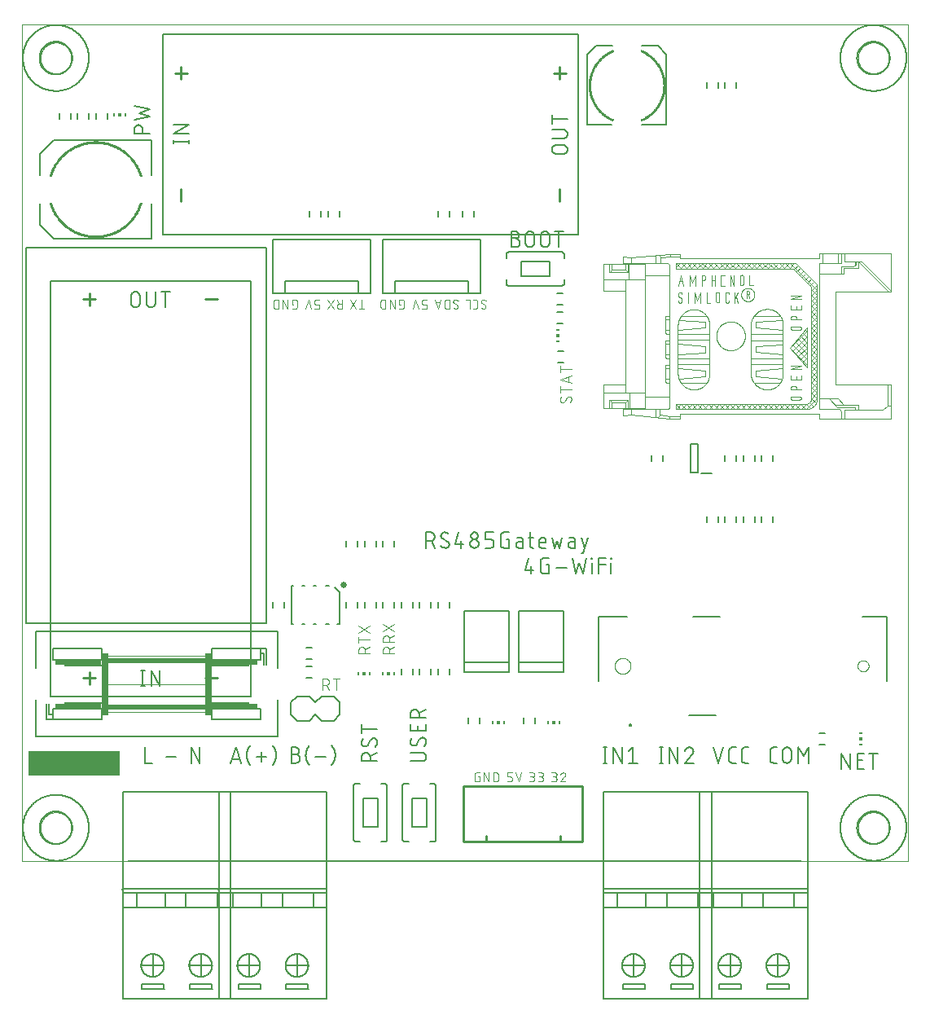
<source format=gto>
G75*
%MOIN*%
%OFA0B0*%
%FSLAX25Y25*%
%IPPOS*%
%LPD*%
%AMOC8*
5,1,8,0,0,1.08239X$1,22.5*
%
%ADD10C,0.00000*%
%ADD11C,0.00600*%
%ADD12R,0.37500X0.10000*%
%ADD13C,0.00300*%
%ADD14C,0.00200*%
%ADD15R,0.02500X0.04500*%
%ADD16R,0.02500X0.16000*%
%ADD17R,0.40000X0.02000*%
%ADD18R,0.15500X0.00500*%
%ADD19R,0.19000X0.02000*%
%ADD20C,0.00787*%
%ADD21C,0.00500*%
%ADD22C,0.00800*%
%ADD23C,0.00400*%
%ADD24R,0.00591X0.01181*%
%ADD25R,0.01181X0.01181*%
%ADD26R,0.01181X0.00591*%
%ADD27C,0.02600*%
%ADD28C,0.01000*%
%ADD29C,0.00080*%
D10*
X0003220Y0057549D02*
X0003220Y0400069D01*
X0365642Y0400069D01*
X0365642Y0057549D01*
X0003220Y0057549D01*
X0010701Y0071329D02*
X0010703Y0071487D01*
X0010709Y0071645D01*
X0010719Y0071803D01*
X0010733Y0071961D01*
X0010751Y0072118D01*
X0010772Y0072275D01*
X0010798Y0072431D01*
X0010828Y0072587D01*
X0010861Y0072742D01*
X0010899Y0072895D01*
X0010940Y0073048D01*
X0010985Y0073200D01*
X0011034Y0073351D01*
X0011087Y0073500D01*
X0011143Y0073648D01*
X0011203Y0073794D01*
X0011267Y0073939D01*
X0011335Y0074082D01*
X0011406Y0074224D01*
X0011480Y0074364D01*
X0011558Y0074501D01*
X0011640Y0074637D01*
X0011724Y0074771D01*
X0011813Y0074902D01*
X0011904Y0075031D01*
X0011999Y0075158D01*
X0012096Y0075283D01*
X0012197Y0075405D01*
X0012301Y0075524D01*
X0012408Y0075641D01*
X0012518Y0075755D01*
X0012631Y0075866D01*
X0012746Y0075975D01*
X0012864Y0076080D01*
X0012985Y0076182D01*
X0013108Y0076282D01*
X0013234Y0076378D01*
X0013362Y0076471D01*
X0013492Y0076561D01*
X0013625Y0076647D01*
X0013760Y0076731D01*
X0013896Y0076810D01*
X0014035Y0076887D01*
X0014176Y0076959D01*
X0014318Y0077029D01*
X0014462Y0077094D01*
X0014608Y0077156D01*
X0014755Y0077214D01*
X0014904Y0077269D01*
X0015054Y0077320D01*
X0015205Y0077367D01*
X0015357Y0077410D01*
X0015510Y0077449D01*
X0015665Y0077485D01*
X0015820Y0077516D01*
X0015976Y0077544D01*
X0016132Y0077568D01*
X0016289Y0077588D01*
X0016447Y0077604D01*
X0016604Y0077616D01*
X0016763Y0077624D01*
X0016921Y0077628D01*
X0017079Y0077628D01*
X0017237Y0077624D01*
X0017396Y0077616D01*
X0017553Y0077604D01*
X0017711Y0077588D01*
X0017868Y0077568D01*
X0018024Y0077544D01*
X0018180Y0077516D01*
X0018335Y0077485D01*
X0018490Y0077449D01*
X0018643Y0077410D01*
X0018795Y0077367D01*
X0018946Y0077320D01*
X0019096Y0077269D01*
X0019245Y0077214D01*
X0019392Y0077156D01*
X0019538Y0077094D01*
X0019682Y0077029D01*
X0019824Y0076959D01*
X0019965Y0076887D01*
X0020104Y0076810D01*
X0020240Y0076731D01*
X0020375Y0076647D01*
X0020508Y0076561D01*
X0020638Y0076471D01*
X0020766Y0076378D01*
X0020892Y0076282D01*
X0021015Y0076182D01*
X0021136Y0076080D01*
X0021254Y0075975D01*
X0021369Y0075866D01*
X0021482Y0075755D01*
X0021592Y0075641D01*
X0021699Y0075524D01*
X0021803Y0075405D01*
X0021904Y0075283D01*
X0022001Y0075158D01*
X0022096Y0075031D01*
X0022187Y0074902D01*
X0022276Y0074771D01*
X0022360Y0074637D01*
X0022442Y0074501D01*
X0022520Y0074364D01*
X0022594Y0074224D01*
X0022665Y0074082D01*
X0022733Y0073939D01*
X0022797Y0073794D01*
X0022857Y0073648D01*
X0022913Y0073500D01*
X0022966Y0073351D01*
X0023015Y0073200D01*
X0023060Y0073048D01*
X0023101Y0072895D01*
X0023139Y0072742D01*
X0023172Y0072587D01*
X0023202Y0072431D01*
X0023228Y0072275D01*
X0023249Y0072118D01*
X0023267Y0071961D01*
X0023281Y0071803D01*
X0023291Y0071645D01*
X0023297Y0071487D01*
X0023299Y0071329D01*
X0023297Y0071171D01*
X0023291Y0071013D01*
X0023281Y0070855D01*
X0023267Y0070697D01*
X0023249Y0070540D01*
X0023228Y0070383D01*
X0023202Y0070227D01*
X0023172Y0070071D01*
X0023139Y0069916D01*
X0023101Y0069763D01*
X0023060Y0069610D01*
X0023015Y0069458D01*
X0022966Y0069307D01*
X0022913Y0069158D01*
X0022857Y0069010D01*
X0022797Y0068864D01*
X0022733Y0068719D01*
X0022665Y0068576D01*
X0022594Y0068434D01*
X0022520Y0068294D01*
X0022442Y0068157D01*
X0022360Y0068021D01*
X0022276Y0067887D01*
X0022187Y0067756D01*
X0022096Y0067627D01*
X0022001Y0067500D01*
X0021904Y0067375D01*
X0021803Y0067253D01*
X0021699Y0067134D01*
X0021592Y0067017D01*
X0021482Y0066903D01*
X0021369Y0066792D01*
X0021254Y0066683D01*
X0021136Y0066578D01*
X0021015Y0066476D01*
X0020892Y0066376D01*
X0020766Y0066280D01*
X0020638Y0066187D01*
X0020508Y0066097D01*
X0020375Y0066011D01*
X0020240Y0065927D01*
X0020104Y0065848D01*
X0019965Y0065771D01*
X0019824Y0065699D01*
X0019682Y0065629D01*
X0019538Y0065564D01*
X0019392Y0065502D01*
X0019245Y0065444D01*
X0019096Y0065389D01*
X0018946Y0065338D01*
X0018795Y0065291D01*
X0018643Y0065248D01*
X0018490Y0065209D01*
X0018335Y0065173D01*
X0018180Y0065142D01*
X0018024Y0065114D01*
X0017868Y0065090D01*
X0017711Y0065070D01*
X0017553Y0065054D01*
X0017396Y0065042D01*
X0017237Y0065034D01*
X0017079Y0065030D01*
X0016921Y0065030D01*
X0016763Y0065034D01*
X0016604Y0065042D01*
X0016447Y0065054D01*
X0016289Y0065070D01*
X0016132Y0065090D01*
X0015976Y0065114D01*
X0015820Y0065142D01*
X0015665Y0065173D01*
X0015510Y0065209D01*
X0015357Y0065248D01*
X0015205Y0065291D01*
X0015054Y0065338D01*
X0014904Y0065389D01*
X0014755Y0065444D01*
X0014608Y0065502D01*
X0014462Y0065564D01*
X0014318Y0065629D01*
X0014176Y0065699D01*
X0014035Y0065771D01*
X0013896Y0065848D01*
X0013760Y0065927D01*
X0013625Y0066011D01*
X0013492Y0066097D01*
X0013362Y0066187D01*
X0013234Y0066280D01*
X0013108Y0066376D01*
X0012985Y0066476D01*
X0012864Y0066578D01*
X0012746Y0066683D01*
X0012631Y0066792D01*
X0012518Y0066903D01*
X0012408Y0067017D01*
X0012301Y0067134D01*
X0012197Y0067253D01*
X0012096Y0067375D01*
X0011999Y0067500D01*
X0011904Y0067627D01*
X0011813Y0067756D01*
X0011724Y0067887D01*
X0011640Y0068021D01*
X0011558Y0068157D01*
X0011480Y0068294D01*
X0011406Y0068434D01*
X0011335Y0068576D01*
X0011267Y0068719D01*
X0011203Y0068864D01*
X0011143Y0069010D01*
X0011087Y0069158D01*
X0011034Y0069307D01*
X0010985Y0069458D01*
X0010940Y0069610D01*
X0010899Y0069763D01*
X0010861Y0069916D01*
X0010828Y0070071D01*
X0010798Y0070227D01*
X0010772Y0070383D01*
X0010751Y0070540D01*
X0010733Y0070697D01*
X0010719Y0070855D01*
X0010709Y0071013D01*
X0010703Y0071171D01*
X0010701Y0071329D01*
X0245760Y0137549D02*
X0245762Y0137662D01*
X0245768Y0137776D01*
X0245778Y0137889D01*
X0245792Y0138001D01*
X0245809Y0138113D01*
X0245831Y0138224D01*
X0245856Y0138335D01*
X0245886Y0138444D01*
X0245919Y0138553D01*
X0245956Y0138660D01*
X0245997Y0138766D01*
X0246041Y0138870D01*
X0246089Y0138973D01*
X0246140Y0139074D01*
X0246195Y0139173D01*
X0246254Y0139270D01*
X0246315Y0139365D01*
X0246380Y0139458D01*
X0246449Y0139549D01*
X0246520Y0139637D01*
X0246594Y0139722D01*
X0246672Y0139805D01*
X0246752Y0139885D01*
X0246835Y0139963D01*
X0246920Y0140037D01*
X0247008Y0140108D01*
X0247099Y0140177D01*
X0247192Y0140242D01*
X0247287Y0140303D01*
X0247384Y0140362D01*
X0247483Y0140417D01*
X0247584Y0140468D01*
X0247687Y0140516D01*
X0247791Y0140560D01*
X0247897Y0140601D01*
X0248004Y0140638D01*
X0248113Y0140671D01*
X0248222Y0140701D01*
X0248333Y0140726D01*
X0248444Y0140748D01*
X0248556Y0140765D01*
X0248668Y0140779D01*
X0248781Y0140789D01*
X0248895Y0140795D01*
X0249008Y0140797D01*
X0249121Y0140795D01*
X0249235Y0140789D01*
X0249348Y0140779D01*
X0249460Y0140765D01*
X0249572Y0140748D01*
X0249683Y0140726D01*
X0249794Y0140701D01*
X0249903Y0140671D01*
X0250012Y0140638D01*
X0250119Y0140601D01*
X0250225Y0140560D01*
X0250329Y0140516D01*
X0250432Y0140468D01*
X0250533Y0140417D01*
X0250632Y0140362D01*
X0250729Y0140303D01*
X0250824Y0140242D01*
X0250917Y0140177D01*
X0251008Y0140108D01*
X0251096Y0140037D01*
X0251181Y0139963D01*
X0251264Y0139885D01*
X0251344Y0139805D01*
X0251422Y0139722D01*
X0251496Y0139637D01*
X0251567Y0139549D01*
X0251636Y0139458D01*
X0251701Y0139365D01*
X0251762Y0139270D01*
X0251821Y0139173D01*
X0251876Y0139074D01*
X0251927Y0138973D01*
X0251975Y0138870D01*
X0252019Y0138766D01*
X0252060Y0138660D01*
X0252097Y0138553D01*
X0252130Y0138444D01*
X0252160Y0138335D01*
X0252185Y0138224D01*
X0252207Y0138113D01*
X0252224Y0138001D01*
X0252238Y0137889D01*
X0252248Y0137776D01*
X0252254Y0137662D01*
X0252256Y0137549D01*
X0252254Y0137436D01*
X0252248Y0137322D01*
X0252238Y0137209D01*
X0252224Y0137097D01*
X0252207Y0136985D01*
X0252185Y0136874D01*
X0252160Y0136763D01*
X0252130Y0136654D01*
X0252097Y0136545D01*
X0252060Y0136438D01*
X0252019Y0136332D01*
X0251975Y0136228D01*
X0251927Y0136125D01*
X0251876Y0136024D01*
X0251821Y0135925D01*
X0251762Y0135828D01*
X0251701Y0135733D01*
X0251636Y0135640D01*
X0251567Y0135549D01*
X0251496Y0135461D01*
X0251422Y0135376D01*
X0251344Y0135293D01*
X0251264Y0135213D01*
X0251181Y0135135D01*
X0251096Y0135061D01*
X0251008Y0134990D01*
X0250917Y0134921D01*
X0250824Y0134856D01*
X0250729Y0134795D01*
X0250632Y0134736D01*
X0250533Y0134681D01*
X0250432Y0134630D01*
X0250329Y0134582D01*
X0250225Y0134538D01*
X0250119Y0134497D01*
X0250012Y0134460D01*
X0249903Y0134427D01*
X0249794Y0134397D01*
X0249683Y0134372D01*
X0249572Y0134350D01*
X0249460Y0134333D01*
X0249348Y0134319D01*
X0249235Y0134309D01*
X0249121Y0134303D01*
X0249008Y0134301D01*
X0248895Y0134303D01*
X0248781Y0134309D01*
X0248668Y0134319D01*
X0248556Y0134333D01*
X0248444Y0134350D01*
X0248333Y0134372D01*
X0248222Y0134397D01*
X0248113Y0134427D01*
X0248004Y0134460D01*
X0247897Y0134497D01*
X0247791Y0134538D01*
X0247687Y0134582D01*
X0247584Y0134630D01*
X0247483Y0134681D01*
X0247384Y0134736D01*
X0247287Y0134795D01*
X0247192Y0134856D01*
X0247099Y0134921D01*
X0247008Y0134990D01*
X0246920Y0135061D01*
X0246835Y0135135D01*
X0246752Y0135213D01*
X0246672Y0135293D01*
X0246594Y0135376D01*
X0246520Y0135461D01*
X0246449Y0135549D01*
X0246380Y0135640D01*
X0246315Y0135733D01*
X0246254Y0135828D01*
X0246195Y0135925D01*
X0246140Y0136024D01*
X0246089Y0136125D01*
X0246041Y0136228D01*
X0245997Y0136332D01*
X0245956Y0136438D01*
X0245919Y0136545D01*
X0245886Y0136654D01*
X0245856Y0136763D01*
X0245831Y0136874D01*
X0245809Y0136985D01*
X0245792Y0137097D01*
X0245778Y0137209D01*
X0245768Y0137322D01*
X0245762Y0137436D01*
X0245760Y0137549D01*
X0345169Y0137549D02*
X0345171Y0137644D01*
X0345177Y0137738D01*
X0345187Y0137833D01*
X0345201Y0137927D01*
X0345218Y0138020D01*
X0345240Y0138112D01*
X0345266Y0138203D01*
X0345295Y0138294D01*
X0345328Y0138382D01*
X0345365Y0138470D01*
X0345405Y0138556D01*
X0345449Y0138640D01*
X0345496Y0138722D01*
X0345547Y0138802D01*
X0345601Y0138880D01*
X0345659Y0138955D01*
X0345719Y0139028D01*
X0345783Y0139099D01*
X0345849Y0139167D01*
X0345918Y0139231D01*
X0345990Y0139293D01*
X0346064Y0139352D01*
X0346141Y0139408D01*
X0346220Y0139461D01*
X0346301Y0139510D01*
X0346384Y0139555D01*
X0346469Y0139598D01*
X0346556Y0139636D01*
X0346644Y0139671D01*
X0346733Y0139702D01*
X0346824Y0139730D01*
X0346916Y0139753D01*
X0347009Y0139773D01*
X0347102Y0139789D01*
X0347196Y0139801D01*
X0347291Y0139809D01*
X0347386Y0139813D01*
X0347480Y0139813D01*
X0347575Y0139809D01*
X0347670Y0139801D01*
X0347764Y0139789D01*
X0347857Y0139773D01*
X0347950Y0139753D01*
X0348042Y0139730D01*
X0348133Y0139702D01*
X0348222Y0139671D01*
X0348310Y0139636D01*
X0348397Y0139598D01*
X0348482Y0139555D01*
X0348565Y0139510D01*
X0348646Y0139461D01*
X0348725Y0139408D01*
X0348802Y0139352D01*
X0348876Y0139293D01*
X0348948Y0139231D01*
X0349017Y0139167D01*
X0349083Y0139099D01*
X0349147Y0139028D01*
X0349207Y0138955D01*
X0349265Y0138880D01*
X0349319Y0138802D01*
X0349370Y0138722D01*
X0349417Y0138640D01*
X0349461Y0138556D01*
X0349501Y0138470D01*
X0349538Y0138382D01*
X0349571Y0138294D01*
X0349600Y0138203D01*
X0349626Y0138112D01*
X0349648Y0138020D01*
X0349665Y0137927D01*
X0349679Y0137833D01*
X0349689Y0137738D01*
X0349695Y0137644D01*
X0349697Y0137549D01*
X0349695Y0137454D01*
X0349689Y0137360D01*
X0349679Y0137265D01*
X0349665Y0137171D01*
X0349648Y0137078D01*
X0349626Y0136986D01*
X0349600Y0136895D01*
X0349571Y0136804D01*
X0349538Y0136716D01*
X0349501Y0136628D01*
X0349461Y0136542D01*
X0349417Y0136458D01*
X0349370Y0136376D01*
X0349319Y0136296D01*
X0349265Y0136218D01*
X0349207Y0136143D01*
X0349147Y0136070D01*
X0349083Y0135999D01*
X0349017Y0135931D01*
X0348948Y0135867D01*
X0348876Y0135805D01*
X0348802Y0135746D01*
X0348725Y0135690D01*
X0348646Y0135637D01*
X0348565Y0135588D01*
X0348482Y0135543D01*
X0348397Y0135500D01*
X0348310Y0135462D01*
X0348222Y0135427D01*
X0348133Y0135396D01*
X0348042Y0135368D01*
X0347950Y0135345D01*
X0347857Y0135325D01*
X0347764Y0135309D01*
X0347670Y0135297D01*
X0347575Y0135289D01*
X0347480Y0135285D01*
X0347386Y0135285D01*
X0347291Y0135289D01*
X0347196Y0135297D01*
X0347102Y0135309D01*
X0347009Y0135325D01*
X0346916Y0135345D01*
X0346824Y0135368D01*
X0346733Y0135396D01*
X0346644Y0135427D01*
X0346556Y0135462D01*
X0346469Y0135500D01*
X0346384Y0135543D01*
X0346301Y0135588D01*
X0346220Y0135637D01*
X0346141Y0135690D01*
X0346064Y0135746D01*
X0345990Y0135805D01*
X0345918Y0135867D01*
X0345849Y0135931D01*
X0345783Y0135999D01*
X0345719Y0136070D01*
X0345659Y0136143D01*
X0345601Y0136218D01*
X0345547Y0136296D01*
X0345496Y0136376D01*
X0345449Y0136458D01*
X0345405Y0136542D01*
X0345365Y0136628D01*
X0345328Y0136716D01*
X0345295Y0136804D01*
X0345266Y0136895D01*
X0345240Y0136986D01*
X0345218Y0137078D01*
X0345201Y0137171D01*
X0345187Y0137265D01*
X0345177Y0137360D01*
X0345171Y0137454D01*
X0345169Y0137549D01*
X0345347Y0071329D02*
X0345349Y0071487D01*
X0345355Y0071645D01*
X0345365Y0071803D01*
X0345379Y0071961D01*
X0345397Y0072118D01*
X0345418Y0072275D01*
X0345444Y0072431D01*
X0345474Y0072587D01*
X0345507Y0072742D01*
X0345545Y0072895D01*
X0345586Y0073048D01*
X0345631Y0073200D01*
X0345680Y0073351D01*
X0345733Y0073500D01*
X0345789Y0073648D01*
X0345849Y0073794D01*
X0345913Y0073939D01*
X0345981Y0074082D01*
X0346052Y0074224D01*
X0346126Y0074364D01*
X0346204Y0074501D01*
X0346286Y0074637D01*
X0346370Y0074771D01*
X0346459Y0074902D01*
X0346550Y0075031D01*
X0346645Y0075158D01*
X0346742Y0075283D01*
X0346843Y0075405D01*
X0346947Y0075524D01*
X0347054Y0075641D01*
X0347164Y0075755D01*
X0347277Y0075866D01*
X0347392Y0075975D01*
X0347510Y0076080D01*
X0347631Y0076182D01*
X0347754Y0076282D01*
X0347880Y0076378D01*
X0348008Y0076471D01*
X0348138Y0076561D01*
X0348271Y0076647D01*
X0348406Y0076731D01*
X0348542Y0076810D01*
X0348681Y0076887D01*
X0348822Y0076959D01*
X0348964Y0077029D01*
X0349108Y0077094D01*
X0349254Y0077156D01*
X0349401Y0077214D01*
X0349550Y0077269D01*
X0349700Y0077320D01*
X0349851Y0077367D01*
X0350003Y0077410D01*
X0350156Y0077449D01*
X0350311Y0077485D01*
X0350466Y0077516D01*
X0350622Y0077544D01*
X0350778Y0077568D01*
X0350935Y0077588D01*
X0351093Y0077604D01*
X0351250Y0077616D01*
X0351409Y0077624D01*
X0351567Y0077628D01*
X0351725Y0077628D01*
X0351883Y0077624D01*
X0352042Y0077616D01*
X0352199Y0077604D01*
X0352357Y0077588D01*
X0352514Y0077568D01*
X0352670Y0077544D01*
X0352826Y0077516D01*
X0352981Y0077485D01*
X0353136Y0077449D01*
X0353289Y0077410D01*
X0353441Y0077367D01*
X0353592Y0077320D01*
X0353742Y0077269D01*
X0353891Y0077214D01*
X0354038Y0077156D01*
X0354184Y0077094D01*
X0354328Y0077029D01*
X0354470Y0076959D01*
X0354611Y0076887D01*
X0354750Y0076810D01*
X0354886Y0076731D01*
X0355021Y0076647D01*
X0355154Y0076561D01*
X0355284Y0076471D01*
X0355412Y0076378D01*
X0355538Y0076282D01*
X0355661Y0076182D01*
X0355782Y0076080D01*
X0355900Y0075975D01*
X0356015Y0075866D01*
X0356128Y0075755D01*
X0356238Y0075641D01*
X0356345Y0075524D01*
X0356449Y0075405D01*
X0356550Y0075283D01*
X0356647Y0075158D01*
X0356742Y0075031D01*
X0356833Y0074902D01*
X0356922Y0074771D01*
X0357006Y0074637D01*
X0357088Y0074501D01*
X0357166Y0074364D01*
X0357240Y0074224D01*
X0357311Y0074082D01*
X0357379Y0073939D01*
X0357443Y0073794D01*
X0357503Y0073648D01*
X0357559Y0073500D01*
X0357612Y0073351D01*
X0357661Y0073200D01*
X0357706Y0073048D01*
X0357747Y0072895D01*
X0357785Y0072742D01*
X0357818Y0072587D01*
X0357848Y0072431D01*
X0357874Y0072275D01*
X0357895Y0072118D01*
X0357913Y0071961D01*
X0357927Y0071803D01*
X0357937Y0071645D01*
X0357943Y0071487D01*
X0357945Y0071329D01*
X0357943Y0071171D01*
X0357937Y0071013D01*
X0357927Y0070855D01*
X0357913Y0070697D01*
X0357895Y0070540D01*
X0357874Y0070383D01*
X0357848Y0070227D01*
X0357818Y0070071D01*
X0357785Y0069916D01*
X0357747Y0069763D01*
X0357706Y0069610D01*
X0357661Y0069458D01*
X0357612Y0069307D01*
X0357559Y0069158D01*
X0357503Y0069010D01*
X0357443Y0068864D01*
X0357379Y0068719D01*
X0357311Y0068576D01*
X0357240Y0068434D01*
X0357166Y0068294D01*
X0357088Y0068157D01*
X0357006Y0068021D01*
X0356922Y0067887D01*
X0356833Y0067756D01*
X0356742Y0067627D01*
X0356647Y0067500D01*
X0356550Y0067375D01*
X0356449Y0067253D01*
X0356345Y0067134D01*
X0356238Y0067017D01*
X0356128Y0066903D01*
X0356015Y0066792D01*
X0355900Y0066683D01*
X0355782Y0066578D01*
X0355661Y0066476D01*
X0355538Y0066376D01*
X0355412Y0066280D01*
X0355284Y0066187D01*
X0355154Y0066097D01*
X0355021Y0066011D01*
X0354886Y0065927D01*
X0354750Y0065848D01*
X0354611Y0065771D01*
X0354470Y0065699D01*
X0354328Y0065629D01*
X0354184Y0065564D01*
X0354038Y0065502D01*
X0353891Y0065444D01*
X0353742Y0065389D01*
X0353592Y0065338D01*
X0353441Y0065291D01*
X0353289Y0065248D01*
X0353136Y0065209D01*
X0352981Y0065173D01*
X0352826Y0065142D01*
X0352670Y0065114D01*
X0352514Y0065090D01*
X0352357Y0065070D01*
X0352199Y0065054D01*
X0352042Y0065042D01*
X0351883Y0065034D01*
X0351725Y0065030D01*
X0351567Y0065030D01*
X0351409Y0065034D01*
X0351250Y0065042D01*
X0351093Y0065054D01*
X0350935Y0065070D01*
X0350778Y0065090D01*
X0350622Y0065114D01*
X0350466Y0065142D01*
X0350311Y0065173D01*
X0350156Y0065209D01*
X0350003Y0065248D01*
X0349851Y0065291D01*
X0349700Y0065338D01*
X0349550Y0065389D01*
X0349401Y0065444D01*
X0349254Y0065502D01*
X0349108Y0065564D01*
X0348964Y0065629D01*
X0348822Y0065699D01*
X0348681Y0065771D01*
X0348542Y0065848D01*
X0348406Y0065927D01*
X0348271Y0066011D01*
X0348138Y0066097D01*
X0348008Y0066187D01*
X0347880Y0066280D01*
X0347754Y0066376D01*
X0347631Y0066476D01*
X0347510Y0066578D01*
X0347392Y0066683D01*
X0347277Y0066792D01*
X0347164Y0066903D01*
X0347054Y0067017D01*
X0346947Y0067134D01*
X0346843Y0067253D01*
X0346742Y0067375D01*
X0346645Y0067500D01*
X0346550Y0067627D01*
X0346459Y0067756D01*
X0346370Y0067887D01*
X0346286Y0068021D01*
X0346204Y0068157D01*
X0346126Y0068294D01*
X0346052Y0068434D01*
X0345981Y0068576D01*
X0345913Y0068719D01*
X0345849Y0068864D01*
X0345789Y0069010D01*
X0345733Y0069158D01*
X0345680Y0069307D01*
X0345631Y0069458D01*
X0345586Y0069610D01*
X0345545Y0069763D01*
X0345507Y0069916D01*
X0345474Y0070071D01*
X0345444Y0070227D01*
X0345418Y0070383D01*
X0345397Y0070540D01*
X0345379Y0070697D01*
X0345365Y0070855D01*
X0345355Y0071013D01*
X0345349Y0071171D01*
X0345347Y0071329D01*
X0345347Y0386289D02*
X0345349Y0386447D01*
X0345355Y0386605D01*
X0345365Y0386763D01*
X0345379Y0386921D01*
X0345397Y0387078D01*
X0345418Y0387235D01*
X0345444Y0387391D01*
X0345474Y0387547D01*
X0345507Y0387702D01*
X0345545Y0387855D01*
X0345586Y0388008D01*
X0345631Y0388160D01*
X0345680Y0388311D01*
X0345733Y0388460D01*
X0345789Y0388608D01*
X0345849Y0388754D01*
X0345913Y0388899D01*
X0345981Y0389042D01*
X0346052Y0389184D01*
X0346126Y0389324D01*
X0346204Y0389461D01*
X0346286Y0389597D01*
X0346370Y0389731D01*
X0346459Y0389862D01*
X0346550Y0389991D01*
X0346645Y0390118D01*
X0346742Y0390243D01*
X0346843Y0390365D01*
X0346947Y0390484D01*
X0347054Y0390601D01*
X0347164Y0390715D01*
X0347277Y0390826D01*
X0347392Y0390935D01*
X0347510Y0391040D01*
X0347631Y0391142D01*
X0347754Y0391242D01*
X0347880Y0391338D01*
X0348008Y0391431D01*
X0348138Y0391521D01*
X0348271Y0391607D01*
X0348406Y0391691D01*
X0348542Y0391770D01*
X0348681Y0391847D01*
X0348822Y0391919D01*
X0348964Y0391989D01*
X0349108Y0392054D01*
X0349254Y0392116D01*
X0349401Y0392174D01*
X0349550Y0392229D01*
X0349700Y0392280D01*
X0349851Y0392327D01*
X0350003Y0392370D01*
X0350156Y0392409D01*
X0350311Y0392445D01*
X0350466Y0392476D01*
X0350622Y0392504D01*
X0350778Y0392528D01*
X0350935Y0392548D01*
X0351093Y0392564D01*
X0351250Y0392576D01*
X0351409Y0392584D01*
X0351567Y0392588D01*
X0351725Y0392588D01*
X0351883Y0392584D01*
X0352042Y0392576D01*
X0352199Y0392564D01*
X0352357Y0392548D01*
X0352514Y0392528D01*
X0352670Y0392504D01*
X0352826Y0392476D01*
X0352981Y0392445D01*
X0353136Y0392409D01*
X0353289Y0392370D01*
X0353441Y0392327D01*
X0353592Y0392280D01*
X0353742Y0392229D01*
X0353891Y0392174D01*
X0354038Y0392116D01*
X0354184Y0392054D01*
X0354328Y0391989D01*
X0354470Y0391919D01*
X0354611Y0391847D01*
X0354750Y0391770D01*
X0354886Y0391691D01*
X0355021Y0391607D01*
X0355154Y0391521D01*
X0355284Y0391431D01*
X0355412Y0391338D01*
X0355538Y0391242D01*
X0355661Y0391142D01*
X0355782Y0391040D01*
X0355900Y0390935D01*
X0356015Y0390826D01*
X0356128Y0390715D01*
X0356238Y0390601D01*
X0356345Y0390484D01*
X0356449Y0390365D01*
X0356550Y0390243D01*
X0356647Y0390118D01*
X0356742Y0389991D01*
X0356833Y0389862D01*
X0356922Y0389731D01*
X0357006Y0389597D01*
X0357088Y0389461D01*
X0357166Y0389324D01*
X0357240Y0389184D01*
X0357311Y0389042D01*
X0357379Y0388899D01*
X0357443Y0388754D01*
X0357503Y0388608D01*
X0357559Y0388460D01*
X0357612Y0388311D01*
X0357661Y0388160D01*
X0357706Y0388008D01*
X0357747Y0387855D01*
X0357785Y0387702D01*
X0357818Y0387547D01*
X0357848Y0387391D01*
X0357874Y0387235D01*
X0357895Y0387078D01*
X0357913Y0386921D01*
X0357927Y0386763D01*
X0357937Y0386605D01*
X0357943Y0386447D01*
X0357945Y0386289D01*
X0357943Y0386131D01*
X0357937Y0385973D01*
X0357927Y0385815D01*
X0357913Y0385657D01*
X0357895Y0385500D01*
X0357874Y0385343D01*
X0357848Y0385187D01*
X0357818Y0385031D01*
X0357785Y0384876D01*
X0357747Y0384723D01*
X0357706Y0384570D01*
X0357661Y0384418D01*
X0357612Y0384267D01*
X0357559Y0384118D01*
X0357503Y0383970D01*
X0357443Y0383824D01*
X0357379Y0383679D01*
X0357311Y0383536D01*
X0357240Y0383394D01*
X0357166Y0383254D01*
X0357088Y0383117D01*
X0357006Y0382981D01*
X0356922Y0382847D01*
X0356833Y0382716D01*
X0356742Y0382587D01*
X0356647Y0382460D01*
X0356550Y0382335D01*
X0356449Y0382213D01*
X0356345Y0382094D01*
X0356238Y0381977D01*
X0356128Y0381863D01*
X0356015Y0381752D01*
X0355900Y0381643D01*
X0355782Y0381538D01*
X0355661Y0381436D01*
X0355538Y0381336D01*
X0355412Y0381240D01*
X0355284Y0381147D01*
X0355154Y0381057D01*
X0355021Y0380971D01*
X0354886Y0380887D01*
X0354750Y0380808D01*
X0354611Y0380731D01*
X0354470Y0380659D01*
X0354328Y0380589D01*
X0354184Y0380524D01*
X0354038Y0380462D01*
X0353891Y0380404D01*
X0353742Y0380349D01*
X0353592Y0380298D01*
X0353441Y0380251D01*
X0353289Y0380208D01*
X0353136Y0380169D01*
X0352981Y0380133D01*
X0352826Y0380102D01*
X0352670Y0380074D01*
X0352514Y0380050D01*
X0352357Y0380030D01*
X0352199Y0380014D01*
X0352042Y0380002D01*
X0351883Y0379994D01*
X0351725Y0379990D01*
X0351567Y0379990D01*
X0351409Y0379994D01*
X0351250Y0380002D01*
X0351093Y0380014D01*
X0350935Y0380030D01*
X0350778Y0380050D01*
X0350622Y0380074D01*
X0350466Y0380102D01*
X0350311Y0380133D01*
X0350156Y0380169D01*
X0350003Y0380208D01*
X0349851Y0380251D01*
X0349700Y0380298D01*
X0349550Y0380349D01*
X0349401Y0380404D01*
X0349254Y0380462D01*
X0349108Y0380524D01*
X0348964Y0380589D01*
X0348822Y0380659D01*
X0348681Y0380731D01*
X0348542Y0380808D01*
X0348406Y0380887D01*
X0348271Y0380971D01*
X0348138Y0381057D01*
X0348008Y0381147D01*
X0347880Y0381240D01*
X0347754Y0381336D01*
X0347631Y0381436D01*
X0347510Y0381538D01*
X0347392Y0381643D01*
X0347277Y0381752D01*
X0347164Y0381863D01*
X0347054Y0381977D01*
X0346947Y0382094D01*
X0346843Y0382213D01*
X0346742Y0382335D01*
X0346645Y0382460D01*
X0346550Y0382587D01*
X0346459Y0382716D01*
X0346370Y0382847D01*
X0346286Y0382981D01*
X0346204Y0383117D01*
X0346126Y0383254D01*
X0346052Y0383394D01*
X0345981Y0383536D01*
X0345913Y0383679D01*
X0345849Y0383824D01*
X0345789Y0383970D01*
X0345733Y0384118D01*
X0345680Y0384267D01*
X0345631Y0384418D01*
X0345586Y0384570D01*
X0345545Y0384723D01*
X0345507Y0384876D01*
X0345474Y0385031D01*
X0345444Y0385187D01*
X0345418Y0385343D01*
X0345397Y0385500D01*
X0345379Y0385657D01*
X0345365Y0385815D01*
X0345355Y0385973D01*
X0345349Y0386131D01*
X0345347Y0386289D01*
X0010701Y0386289D02*
X0010703Y0386447D01*
X0010709Y0386605D01*
X0010719Y0386763D01*
X0010733Y0386921D01*
X0010751Y0387078D01*
X0010772Y0387235D01*
X0010798Y0387391D01*
X0010828Y0387547D01*
X0010861Y0387702D01*
X0010899Y0387855D01*
X0010940Y0388008D01*
X0010985Y0388160D01*
X0011034Y0388311D01*
X0011087Y0388460D01*
X0011143Y0388608D01*
X0011203Y0388754D01*
X0011267Y0388899D01*
X0011335Y0389042D01*
X0011406Y0389184D01*
X0011480Y0389324D01*
X0011558Y0389461D01*
X0011640Y0389597D01*
X0011724Y0389731D01*
X0011813Y0389862D01*
X0011904Y0389991D01*
X0011999Y0390118D01*
X0012096Y0390243D01*
X0012197Y0390365D01*
X0012301Y0390484D01*
X0012408Y0390601D01*
X0012518Y0390715D01*
X0012631Y0390826D01*
X0012746Y0390935D01*
X0012864Y0391040D01*
X0012985Y0391142D01*
X0013108Y0391242D01*
X0013234Y0391338D01*
X0013362Y0391431D01*
X0013492Y0391521D01*
X0013625Y0391607D01*
X0013760Y0391691D01*
X0013896Y0391770D01*
X0014035Y0391847D01*
X0014176Y0391919D01*
X0014318Y0391989D01*
X0014462Y0392054D01*
X0014608Y0392116D01*
X0014755Y0392174D01*
X0014904Y0392229D01*
X0015054Y0392280D01*
X0015205Y0392327D01*
X0015357Y0392370D01*
X0015510Y0392409D01*
X0015665Y0392445D01*
X0015820Y0392476D01*
X0015976Y0392504D01*
X0016132Y0392528D01*
X0016289Y0392548D01*
X0016447Y0392564D01*
X0016604Y0392576D01*
X0016763Y0392584D01*
X0016921Y0392588D01*
X0017079Y0392588D01*
X0017237Y0392584D01*
X0017396Y0392576D01*
X0017553Y0392564D01*
X0017711Y0392548D01*
X0017868Y0392528D01*
X0018024Y0392504D01*
X0018180Y0392476D01*
X0018335Y0392445D01*
X0018490Y0392409D01*
X0018643Y0392370D01*
X0018795Y0392327D01*
X0018946Y0392280D01*
X0019096Y0392229D01*
X0019245Y0392174D01*
X0019392Y0392116D01*
X0019538Y0392054D01*
X0019682Y0391989D01*
X0019824Y0391919D01*
X0019965Y0391847D01*
X0020104Y0391770D01*
X0020240Y0391691D01*
X0020375Y0391607D01*
X0020508Y0391521D01*
X0020638Y0391431D01*
X0020766Y0391338D01*
X0020892Y0391242D01*
X0021015Y0391142D01*
X0021136Y0391040D01*
X0021254Y0390935D01*
X0021369Y0390826D01*
X0021482Y0390715D01*
X0021592Y0390601D01*
X0021699Y0390484D01*
X0021803Y0390365D01*
X0021904Y0390243D01*
X0022001Y0390118D01*
X0022096Y0389991D01*
X0022187Y0389862D01*
X0022276Y0389731D01*
X0022360Y0389597D01*
X0022442Y0389461D01*
X0022520Y0389324D01*
X0022594Y0389184D01*
X0022665Y0389042D01*
X0022733Y0388899D01*
X0022797Y0388754D01*
X0022857Y0388608D01*
X0022913Y0388460D01*
X0022966Y0388311D01*
X0023015Y0388160D01*
X0023060Y0388008D01*
X0023101Y0387855D01*
X0023139Y0387702D01*
X0023172Y0387547D01*
X0023202Y0387391D01*
X0023228Y0387235D01*
X0023249Y0387078D01*
X0023267Y0386921D01*
X0023281Y0386763D01*
X0023291Y0386605D01*
X0023297Y0386447D01*
X0023299Y0386289D01*
X0023297Y0386131D01*
X0023291Y0385973D01*
X0023281Y0385815D01*
X0023267Y0385657D01*
X0023249Y0385500D01*
X0023228Y0385343D01*
X0023202Y0385187D01*
X0023172Y0385031D01*
X0023139Y0384876D01*
X0023101Y0384723D01*
X0023060Y0384570D01*
X0023015Y0384418D01*
X0022966Y0384267D01*
X0022913Y0384118D01*
X0022857Y0383970D01*
X0022797Y0383824D01*
X0022733Y0383679D01*
X0022665Y0383536D01*
X0022594Y0383394D01*
X0022520Y0383254D01*
X0022442Y0383117D01*
X0022360Y0382981D01*
X0022276Y0382847D01*
X0022187Y0382716D01*
X0022096Y0382587D01*
X0022001Y0382460D01*
X0021904Y0382335D01*
X0021803Y0382213D01*
X0021699Y0382094D01*
X0021592Y0381977D01*
X0021482Y0381863D01*
X0021369Y0381752D01*
X0021254Y0381643D01*
X0021136Y0381538D01*
X0021015Y0381436D01*
X0020892Y0381336D01*
X0020766Y0381240D01*
X0020638Y0381147D01*
X0020508Y0381057D01*
X0020375Y0380971D01*
X0020240Y0380887D01*
X0020104Y0380808D01*
X0019965Y0380731D01*
X0019824Y0380659D01*
X0019682Y0380589D01*
X0019538Y0380524D01*
X0019392Y0380462D01*
X0019245Y0380404D01*
X0019096Y0380349D01*
X0018946Y0380298D01*
X0018795Y0380251D01*
X0018643Y0380208D01*
X0018490Y0380169D01*
X0018335Y0380133D01*
X0018180Y0380102D01*
X0018024Y0380074D01*
X0017868Y0380050D01*
X0017711Y0380030D01*
X0017553Y0380014D01*
X0017396Y0380002D01*
X0017237Y0379994D01*
X0017079Y0379990D01*
X0016921Y0379990D01*
X0016763Y0379994D01*
X0016604Y0380002D01*
X0016447Y0380014D01*
X0016289Y0380030D01*
X0016132Y0380050D01*
X0015976Y0380074D01*
X0015820Y0380102D01*
X0015665Y0380133D01*
X0015510Y0380169D01*
X0015357Y0380208D01*
X0015205Y0380251D01*
X0015054Y0380298D01*
X0014904Y0380349D01*
X0014755Y0380404D01*
X0014608Y0380462D01*
X0014462Y0380524D01*
X0014318Y0380589D01*
X0014176Y0380659D01*
X0014035Y0380731D01*
X0013896Y0380808D01*
X0013760Y0380887D01*
X0013625Y0380971D01*
X0013492Y0381057D01*
X0013362Y0381147D01*
X0013234Y0381240D01*
X0013108Y0381336D01*
X0012985Y0381436D01*
X0012864Y0381538D01*
X0012746Y0381643D01*
X0012631Y0381752D01*
X0012518Y0381863D01*
X0012408Y0381977D01*
X0012301Y0382094D01*
X0012197Y0382213D01*
X0012096Y0382335D01*
X0011999Y0382460D01*
X0011904Y0382587D01*
X0011813Y0382716D01*
X0011724Y0382847D01*
X0011640Y0382981D01*
X0011558Y0383117D01*
X0011480Y0383254D01*
X0011406Y0383394D01*
X0011335Y0383536D01*
X0011267Y0383679D01*
X0011203Y0383824D01*
X0011143Y0383970D01*
X0011087Y0384118D01*
X0011034Y0384267D01*
X0010985Y0384418D01*
X0010940Y0384570D01*
X0010899Y0384723D01*
X0010861Y0384876D01*
X0010828Y0385031D01*
X0010798Y0385187D01*
X0010772Y0385343D01*
X0010751Y0385500D01*
X0010733Y0385657D01*
X0010719Y0385815D01*
X0010709Y0385973D01*
X0010703Y0386131D01*
X0010701Y0386289D01*
D11*
X0003500Y0386289D02*
X0003504Y0386620D01*
X0003516Y0386951D01*
X0003537Y0387282D01*
X0003565Y0387612D01*
X0003602Y0387942D01*
X0003646Y0388270D01*
X0003699Y0388597D01*
X0003759Y0388923D01*
X0003828Y0389247D01*
X0003905Y0389569D01*
X0003989Y0389890D01*
X0004081Y0390208D01*
X0004181Y0390524D01*
X0004289Y0390837D01*
X0004405Y0391148D01*
X0004528Y0391455D01*
X0004658Y0391760D01*
X0004796Y0392061D01*
X0004941Y0392359D01*
X0005094Y0392653D01*
X0005254Y0392943D01*
X0005421Y0393229D01*
X0005594Y0393511D01*
X0005775Y0393789D01*
X0005963Y0394062D01*
X0006157Y0394331D01*
X0006357Y0394595D01*
X0006564Y0394853D01*
X0006778Y0395107D01*
X0006997Y0395355D01*
X0007223Y0395598D01*
X0007454Y0395835D01*
X0007691Y0396066D01*
X0007934Y0396292D01*
X0008182Y0396511D01*
X0008436Y0396725D01*
X0008694Y0396932D01*
X0008958Y0397132D01*
X0009227Y0397326D01*
X0009500Y0397514D01*
X0009778Y0397695D01*
X0010060Y0397868D01*
X0010346Y0398035D01*
X0010636Y0398195D01*
X0010930Y0398348D01*
X0011228Y0398493D01*
X0011529Y0398631D01*
X0011834Y0398761D01*
X0012141Y0398884D01*
X0012452Y0399000D01*
X0012765Y0399108D01*
X0013081Y0399208D01*
X0013399Y0399300D01*
X0013720Y0399384D01*
X0014042Y0399461D01*
X0014366Y0399530D01*
X0014692Y0399590D01*
X0015019Y0399643D01*
X0015347Y0399687D01*
X0015677Y0399724D01*
X0016007Y0399752D01*
X0016338Y0399773D01*
X0016669Y0399785D01*
X0017000Y0399789D01*
X0017331Y0399785D01*
X0017662Y0399773D01*
X0017993Y0399752D01*
X0018323Y0399724D01*
X0018653Y0399687D01*
X0018981Y0399643D01*
X0019308Y0399590D01*
X0019634Y0399530D01*
X0019958Y0399461D01*
X0020280Y0399384D01*
X0020601Y0399300D01*
X0020919Y0399208D01*
X0021235Y0399108D01*
X0021548Y0399000D01*
X0021859Y0398884D01*
X0022166Y0398761D01*
X0022471Y0398631D01*
X0022772Y0398493D01*
X0023070Y0398348D01*
X0023364Y0398195D01*
X0023654Y0398035D01*
X0023940Y0397868D01*
X0024222Y0397695D01*
X0024500Y0397514D01*
X0024773Y0397326D01*
X0025042Y0397132D01*
X0025306Y0396932D01*
X0025564Y0396725D01*
X0025818Y0396511D01*
X0026066Y0396292D01*
X0026309Y0396066D01*
X0026546Y0395835D01*
X0026777Y0395598D01*
X0027003Y0395355D01*
X0027222Y0395107D01*
X0027436Y0394853D01*
X0027643Y0394595D01*
X0027843Y0394331D01*
X0028037Y0394062D01*
X0028225Y0393789D01*
X0028406Y0393511D01*
X0028579Y0393229D01*
X0028746Y0392943D01*
X0028906Y0392653D01*
X0029059Y0392359D01*
X0029204Y0392061D01*
X0029342Y0391760D01*
X0029472Y0391455D01*
X0029595Y0391148D01*
X0029711Y0390837D01*
X0029819Y0390524D01*
X0029919Y0390208D01*
X0030011Y0389890D01*
X0030095Y0389569D01*
X0030172Y0389247D01*
X0030241Y0388923D01*
X0030301Y0388597D01*
X0030354Y0388270D01*
X0030398Y0387942D01*
X0030435Y0387612D01*
X0030463Y0387282D01*
X0030484Y0386951D01*
X0030496Y0386620D01*
X0030500Y0386289D01*
X0030496Y0385958D01*
X0030484Y0385627D01*
X0030463Y0385296D01*
X0030435Y0384966D01*
X0030398Y0384636D01*
X0030354Y0384308D01*
X0030301Y0383981D01*
X0030241Y0383655D01*
X0030172Y0383331D01*
X0030095Y0383009D01*
X0030011Y0382688D01*
X0029919Y0382370D01*
X0029819Y0382054D01*
X0029711Y0381741D01*
X0029595Y0381430D01*
X0029472Y0381123D01*
X0029342Y0380818D01*
X0029204Y0380517D01*
X0029059Y0380219D01*
X0028906Y0379925D01*
X0028746Y0379635D01*
X0028579Y0379349D01*
X0028406Y0379067D01*
X0028225Y0378789D01*
X0028037Y0378516D01*
X0027843Y0378247D01*
X0027643Y0377983D01*
X0027436Y0377725D01*
X0027222Y0377471D01*
X0027003Y0377223D01*
X0026777Y0376980D01*
X0026546Y0376743D01*
X0026309Y0376512D01*
X0026066Y0376286D01*
X0025818Y0376067D01*
X0025564Y0375853D01*
X0025306Y0375646D01*
X0025042Y0375446D01*
X0024773Y0375252D01*
X0024500Y0375064D01*
X0024222Y0374883D01*
X0023940Y0374710D01*
X0023654Y0374543D01*
X0023364Y0374383D01*
X0023070Y0374230D01*
X0022772Y0374085D01*
X0022471Y0373947D01*
X0022166Y0373817D01*
X0021859Y0373694D01*
X0021548Y0373578D01*
X0021235Y0373470D01*
X0020919Y0373370D01*
X0020601Y0373278D01*
X0020280Y0373194D01*
X0019958Y0373117D01*
X0019634Y0373048D01*
X0019308Y0372988D01*
X0018981Y0372935D01*
X0018653Y0372891D01*
X0018323Y0372854D01*
X0017993Y0372826D01*
X0017662Y0372805D01*
X0017331Y0372793D01*
X0017000Y0372789D01*
X0016669Y0372793D01*
X0016338Y0372805D01*
X0016007Y0372826D01*
X0015677Y0372854D01*
X0015347Y0372891D01*
X0015019Y0372935D01*
X0014692Y0372988D01*
X0014366Y0373048D01*
X0014042Y0373117D01*
X0013720Y0373194D01*
X0013399Y0373278D01*
X0013081Y0373370D01*
X0012765Y0373470D01*
X0012452Y0373578D01*
X0012141Y0373694D01*
X0011834Y0373817D01*
X0011529Y0373947D01*
X0011228Y0374085D01*
X0010930Y0374230D01*
X0010636Y0374383D01*
X0010346Y0374543D01*
X0010060Y0374710D01*
X0009778Y0374883D01*
X0009500Y0375064D01*
X0009227Y0375252D01*
X0008958Y0375446D01*
X0008694Y0375646D01*
X0008436Y0375853D01*
X0008182Y0376067D01*
X0007934Y0376286D01*
X0007691Y0376512D01*
X0007454Y0376743D01*
X0007223Y0376980D01*
X0006997Y0377223D01*
X0006778Y0377471D01*
X0006564Y0377725D01*
X0006357Y0377983D01*
X0006157Y0378247D01*
X0005963Y0378516D01*
X0005775Y0378789D01*
X0005594Y0379067D01*
X0005421Y0379349D01*
X0005254Y0379635D01*
X0005094Y0379925D01*
X0004941Y0380219D01*
X0004796Y0380517D01*
X0004658Y0380818D01*
X0004528Y0381123D01*
X0004405Y0381430D01*
X0004289Y0381741D01*
X0004181Y0382054D01*
X0004081Y0382370D01*
X0003989Y0382688D01*
X0003905Y0383009D01*
X0003828Y0383331D01*
X0003759Y0383655D01*
X0003699Y0383981D01*
X0003646Y0384308D01*
X0003602Y0384636D01*
X0003565Y0384966D01*
X0003537Y0385296D01*
X0003516Y0385627D01*
X0003504Y0385958D01*
X0003500Y0386289D01*
X0018358Y0363730D02*
X0018358Y0361368D01*
X0023083Y0361368D02*
X0023083Y0363730D01*
X0025858Y0363730D02*
X0025858Y0361368D01*
X0030583Y0361368D02*
X0030583Y0363730D01*
X0033358Y0363730D02*
X0033358Y0361368D01*
X0038083Y0361368D02*
X0038083Y0363730D01*
X0049020Y0360969D02*
X0055420Y0362391D01*
X0051154Y0363813D01*
X0055420Y0365236D01*
X0049020Y0366658D01*
X0049020Y0357127D02*
X0049020Y0355349D01*
X0055420Y0355349D01*
X0052576Y0355349D02*
X0052576Y0357127D01*
X0052574Y0357210D01*
X0052568Y0357293D01*
X0052558Y0357376D01*
X0052545Y0357459D01*
X0052527Y0357540D01*
X0052506Y0357621D01*
X0052481Y0357700D01*
X0052452Y0357778D01*
X0052420Y0357855D01*
X0052384Y0357930D01*
X0052345Y0358004D01*
X0052302Y0358075D01*
X0052256Y0358145D01*
X0052206Y0358212D01*
X0052154Y0358277D01*
X0052099Y0358339D01*
X0052040Y0358399D01*
X0051979Y0358456D01*
X0051916Y0358510D01*
X0051850Y0358561D01*
X0051781Y0358608D01*
X0051711Y0358653D01*
X0051638Y0358694D01*
X0051564Y0358731D01*
X0051488Y0358766D01*
X0051410Y0358796D01*
X0051332Y0358823D01*
X0051251Y0358846D01*
X0051170Y0358866D01*
X0051088Y0358881D01*
X0051006Y0358893D01*
X0050923Y0358901D01*
X0050840Y0358905D01*
X0050756Y0358905D01*
X0050673Y0358901D01*
X0050590Y0358893D01*
X0050508Y0358881D01*
X0050426Y0358866D01*
X0050345Y0358846D01*
X0050264Y0358823D01*
X0050186Y0358796D01*
X0050108Y0358766D01*
X0050032Y0358731D01*
X0049958Y0358694D01*
X0049885Y0358653D01*
X0049815Y0358608D01*
X0049746Y0358561D01*
X0049680Y0358510D01*
X0049617Y0358456D01*
X0049556Y0358399D01*
X0049497Y0358339D01*
X0049442Y0358277D01*
X0049390Y0358212D01*
X0049340Y0358145D01*
X0049294Y0358075D01*
X0049251Y0358004D01*
X0049212Y0357930D01*
X0049176Y0357855D01*
X0049144Y0357778D01*
X0049115Y0357700D01*
X0049090Y0357621D01*
X0049069Y0357540D01*
X0049051Y0357459D01*
X0049038Y0357376D01*
X0049028Y0357293D01*
X0049022Y0357210D01*
X0049020Y0357127D01*
X0065020Y0358858D02*
X0071420Y0358858D01*
X0065020Y0355302D01*
X0071420Y0355302D01*
X0071420Y0352663D02*
X0071420Y0351241D01*
X0071420Y0351952D02*
X0065020Y0351952D01*
X0065020Y0351241D02*
X0065020Y0352663D01*
X0063652Y0290749D02*
X0060097Y0290749D01*
X0061874Y0290749D02*
X0061874Y0284349D01*
X0057703Y0286127D02*
X0057703Y0290749D01*
X0054148Y0290749D02*
X0054148Y0286127D01*
X0054150Y0286044D01*
X0054156Y0285961D01*
X0054166Y0285878D01*
X0054179Y0285795D01*
X0054197Y0285714D01*
X0054218Y0285633D01*
X0054243Y0285554D01*
X0054272Y0285476D01*
X0054304Y0285399D01*
X0054340Y0285324D01*
X0054379Y0285250D01*
X0054422Y0285179D01*
X0054468Y0285109D01*
X0054518Y0285042D01*
X0054570Y0284977D01*
X0054625Y0284915D01*
X0054684Y0284855D01*
X0054745Y0284798D01*
X0054808Y0284744D01*
X0054874Y0284693D01*
X0054943Y0284646D01*
X0055013Y0284601D01*
X0055086Y0284560D01*
X0055160Y0284523D01*
X0055236Y0284488D01*
X0055314Y0284458D01*
X0055392Y0284431D01*
X0055473Y0284408D01*
X0055554Y0284388D01*
X0055636Y0284373D01*
X0055718Y0284361D01*
X0055801Y0284353D01*
X0055884Y0284349D01*
X0055968Y0284349D01*
X0056051Y0284353D01*
X0056134Y0284361D01*
X0056216Y0284373D01*
X0056298Y0284388D01*
X0056379Y0284408D01*
X0056460Y0284431D01*
X0056538Y0284458D01*
X0056616Y0284488D01*
X0056692Y0284523D01*
X0056766Y0284560D01*
X0056839Y0284601D01*
X0056909Y0284646D01*
X0056978Y0284693D01*
X0057044Y0284744D01*
X0057107Y0284798D01*
X0057168Y0284855D01*
X0057227Y0284915D01*
X0057282Y0284977D01*
X0057334Y0285042D01*
X0057384Y0285109D01*
X0057430Y0285179D01*
X0057473Y0285250D01*
X0057512Y0285324D01*
X0057548Y0285399D01*
X0057580Y0285476D01*
X0057609Y0285554D01*
X0057634Y0285633D01*
X0057655Y0285714D01*
X0057673Y0285795D01*
X0057686Y0285878D01*
X0057696Y0285961D01*
X0057702Y0286044D01*
X0057704Y0286127D01*
X0051344Y0286127D02*
X0051344Y0288971D01*
X0051342Y0289054D01*
X0051336Y0289137D01*
X0051326Y0289220D01*
X0051313Y0289303D01*
X0051295Y0289384D01*
X0051274Y0289465D01*
X0051249Y0289544D01*
X0051220Y0289622D01*
X0051188Y0289699D01*
X0051152Y0289774D01*
X0051113Y0289848D01*
X0051070Y0289919D01*
X0051024Y0289989D01*
X0050974Y0290056D01*
X0050922Y0290121D01*
X0050867Y0290183D01*
X0050808Y0290243D01*
X0050747Y0290300D01*
X0050684Y0290354D01*
X0050618Y0290405D01*
X0050549Y0290452D01*
X0050479Y0290497D01*
X0050406Y0290538D01*
X0050332Y0290575D01*
X0050256Y0290610D01*
X0050178Y0290640D01*
X0050100Y0290667D01*
X0050019Y0290690D01*
X0049938Y0290710D01*
X0049856Y0290725D01*
X0049774Y0290737D01*
X0049691Y0290745D01*
X0049608Y0290749D01*
X0049524Y0290749D01*
X0049441Y0290745D01*
X0049358Y0290737D01*
X0049276Y0290725D01*
X0049194Y0290710D01*
X0049113Y0290690D01*
X0049032Y0290667D01*
X0048954Y0290640D01*
X0048876Y0290610D01*
X0048800Y0290575D01*
X0048726Y0290538D01*
X0048653Y0290497D01*
X0048583Y0290452D01*
X0048514Y0290405D01*
X0048448Y0290354D01*
X0048385Y0290300D01*
X0048324Y0290243D01*
X0048265Y0290183D01*
X0048210Y0290121D01*
X0048158Y0290056D01*
X0048108Y0289989D01*
X0048062Y0289919D01*
X0048019Y0289848D01*
X0047980Y0289774D01*
X0047944Y0289699D01*
X0047912Y0289622D01*
X0047883Y0289544D01*
X0047858Y0289465D01*
X0047837Y0289384D01*
X0047819Y0289303D01*
X0047806Y0289220D01*
X0047796Y0289137D01*
X0047790Y0289054D01*
X0047788Y0288971D01*
X0047789Y0288971D02*
X0047789Y0286127D01*
X0047788Y0286127D02*
X0047790Y0286044D01*
X0047796Y0285961D01*
X0047806Y0285878D01*
X0047819Y0285795D01*
X0047837Y0285714D01*
X0047858Y0285633D01*
X0047883Y0285554D01*
X0047912Y0285476D01*
X0047944Y0285399D01*
X0047980Y0285324D01*
X0048019Y0285250D01*
X0048062Y0285179D01*
X0048108Y0285109D01*
X0048158Y0285042D01*
X0048210Y0284977D01*
X0048265Y0284915D01*
X0048324Y0284855D01*
X0048385Y0284798D01*
X0048448Y0284744D01*
X0048514Y0284693D01*
X0048583Y0284646D01*
X0048653Y0284601D01*
X0048726Y0284560D01*
X0048800Y0284523D01*
X0048876Y0284488D01*
X0048954Y0284458D01*
X0049032Y0284431D01*
X0049113Y0284408D01*
X0049194Y0284388D01*
X0049276Y0284373D01*
X0049358Y0284361D01*
X0049441Y0284353D01*
X0049524Y0284349D01*
X0049608Y0284349D01*
X0049691Y0284353D01*
X0049774Y0284361D01*
X0049856Y0284373D01*
X0049938Y0284388D01*
X0050019Y0284408D01*
X0050100Y0284431D01*
X0050178Y0284458D01*
X0050256Y0284488D01*
X0050332Y0284523D01*
X0050406Y0284560D01*
X0050479Y0284601D01*
X0050549Y0284646D01*
X0050618Y0284693D01*
X0050684Y0284744D01*
X0050747Y0284798D01*
X0050808Y0284855D01*
X0050867Y0284915D01*
X0050922Y0284977D01*
X0050974Y0285042D01*
X0051024Y0285109D01*
X0051070Y0285179D01*
X0051113Y0285250D01*
X0051152Y0285324D01*
X0051188Y0285399D01*
X0051220Y0285476D01*
X0051249Y0285554D01*
X0051274Y0285633D01*
X0051295Y0285714D01*
X0051313Y0285795D01*
X0051326Y0285878D01*
X0051336Y0285961D01*
X0051342Y0286044D01*
X0051344Y0286127D01*
X0120858Y0321368D02*
X0120858Y0323730D01*
X0125583Y0323730D02*
X0125583Y0321368D01*
X0128358Y0321368D02*
X0128358Y0323730D01*
X0133083Y0323730D02*
X0133083Y0321368D01*
X0173358Y0321368D02*
X0173358Y0323730D01*
X0178083Y0323730D02*
X0178083Y0321368D01*
X0183358Y0321368D02*
X0183358Y0323730D01*
X0188083Y0323730D02*
X0188083Y0321368D01*
X0203412Y0315379D02*
X0203412Y0308979D01*
X0205190Y0308979D01*
X0205273Y0308981D01*
X0205356Y0308987D01*
X0205439Y0308997D01*
X0205522Y0309010D01*
X0205603Y0309028D01*
X0205684Y0309049D01*
X0205763Y0309074D01*
X0205841Y0309103D01*
X0205918Y0309135D01*
X0205993Y0309171D01*
X0206067Y0309210D01*
X0206138Y0309253D01*
X0206208Y0309299D01*
X0206275Y0309349D01*
X0206340Y0309401D01*
X0206402Y0309456D01*
X0206462Y0309515D01*
X0206519Y0309576D01*
X0206573Y0309639D01*
X0206624Y0309705D01*
X0206671Y0309774D01*
X0206716Y0309844D01*
X0206757Y0309917D01*
X0206794Y0309991D01*
X0206829Y0310067D01*
X0206859Y0310145D01*
X0206886Y0310223D01*
X0206909Y0310304D01*
X0206929Y0310385D01*
X0206944Y0310467D01*
X0206956Y0310549D01*
X0206964Y0310632D01*
X0206968Y0310715D01*
X0206968Y0310799D01*
X0206964Y0310882D01*
X0206956Y0310965D01*
X0206944Y0311047D01*
X0206929Y0311129D01*
X0206909Y0311210D01*
X0206886Y0311291D01*
X0206859Y0311369D01*
X0206829Y0311447D01*
X0206794Y0311523D01*
X0206757Y0311597D01*
X0206716Y0311670D01*
X0206671Y0311740D01*
X0206624Y0311809D01*
X0206573Y0311875D01*
X0206519Y0311938D01*
X0206462Y0311999D01*
X0206402Y0312058D01*
X0206340Y0312113D01*
X0206275Y0312165D01*
X0206208Y0312215D01*
X0206138Y0312261D01*
X0206067Y0312304D01*
X0205993Y0312343D01*
X0205918Y0312379D01*
X0205841Y0312411D01*
X0205763Y0312440D01*
X0205684Y0312465D01*
X0205603Y0312486D01*
X0205522Y0312504D01*
X0205439Y0312517D01*
X0205356Y0312527D01*
X0205273Y0312533D01*
X0205190Y0312535D01*
X0203412Y0312535D01*
X0205190Y0312535D02*
X0205264Y0312537D01*
X0205339Y0312543D01*
X0205412Y0312553D01*
X0205486Y0312566D01*
X0205558Y0312583D01*
X0205629Y0312605D01*
X0205700Y0312629D01*
X0205768Y0312658D01*
X0205836Y0312690D01*
X0205901Y0312726D01*
X0205964Y0312764D01*
X0206026Y0312807D01*
X0206085Y0312852D01*
X0206142Y0312900D01*
X0206196Y0312951D01*
X0206247Y0313005D01*
X0206295Y0313062D01*
X0206340Y0313121D01*
X0206383Y0313183D01*
X0206421Y0313246D01*
X0206457Y0313311D01*
X0206489Y0313379D01*
X0206518Y0313447D01*
X0206542Y0313518D01*
X0206564Y0313589D01*
X0206581Y0313661D01*
X0206594Y0313735D01*
X0206604Y0313808D01*
X0206610Y0313883D01*
X0206612Y0313957D01*
X0206610Y0314031D01*
X0206604Y0314106D01*
X0206594Y0314179D01*
X0206581Y0314253D01*
X0206564Y0314325D01*
X0206542Y0314396D01*
X0206518Y0314467D01*
X0206489Y0314535D01*
X0206457Y0314603D01*
X0206421Y0314668D01*
X0206383Y0314731D01*
X0206340Y0314793D01*
X0206295Y0314852D01*
X0206247Y0314909D01*
X0206196Y0314963D01*
X0206142Y0315014D01*
X0206085Y0315062D01*
X0206026Y0315107D01*
X0205964Y0315150D01*
X0205901Y0315188D01*
X0205836Y0315224D01*
X0205768Y0315256D01*
X0205700Y0315285D01*
X0205629Y0315309D01*
X0205558Y0315331D01*
X0205486Y0315348D01*
X0205412Y0315361D01*
X0205339Y0315371D01*
X0205264Y0315377D01*
X0205190Y0315379D01*
X0203412Y0315379D01*
X0209278Y0313601D02*
X0209278Y0310757D01*
X0209280Y0310674D01*
X0209286Y0310591D01*
X0209296Y0310508D01*
X0209309Y0310425D01*
X0209327Y0310344D01*
X0209348Y0310263D01*
X0209373Y0310184D01*
X0209402Y0310106D01*
X0209434Y0310029D01*
X0209470Y0309954D01*
X0209509Y0309880D01*
X0209552Y0309809D01*
X0209598Y0309739D01*
X0209648Y0309672D01*
X0209700Y0309607D01*
X0209755Y0309545D01*
X0209814Y0309485D01*
X0209875Y0309428D01*
X0209938Y0309374D01*
X0210004Y0309323D01*
X0210073Y0309276D01*
X0210143Y0309231D01*
X0210216Y0309190D01*
X0210290Y0309153D01*
X0210366Y0309118D01*
X0210444Y0309088D01*
X0210522Y0309061D01*
X0210603Y0309038D01*
X0210684Y0309018D01*
X0210766Y0309003D01*
X0210848Y0308991D01*
X0210931Y0308983D01*
X0211014Y0308979D01*
X0211098Y0308979D01*
X0211181Y0308983D01*
X0211264Y0308991D01*
X0211346Y0309003D01*
X0211428Y0309018D01*
X0211509Y0309038D01*
X0211590Y0309061D01*
X0211668Y0309088D01*
X0211746Y0309118D01*
X0211822Y0309153D01*
X0211896Y0309190D01*
X0211969Y0309231D01*
X0212039Y0309276D01*
X0212108Y0309323D01*
X0212174Y0309374D01*
X0212237Y0309428D01*
X0212298Y0309485D01*
X0212357Y0309545D01*
X0212412Y0309607D01*
X0212464Y0309672D01*
X0212514Y0309739D01*
X0212560Y0309809D01*
X0212603Y0309880D01*
X0212642Y0309954D01*
X0212678Y0310029D01*
X0212710Y0310106D01*
X0212739Y0310184D01*
X0212764Y0310263D01*
X0212785Y0310344D01*
X0212803Y0310425D01*
X0212816Y0310508D01*
X0212826Y0310591D01*
X0212832Y0310674D01*
X0212834Y0310757D01*
X0212834Y0313601D01*
X0212832Y0313684D01*
X0212826Y0313767D01*
X0212816Y0313850D01*
X0212803Y0313933D01*
X0212785Y0314014D01*
X0212764Y0314095D01*
X0212739Y0314174D01*
X0212710Y0314252D01*
X0212678Y0314329D01*
X0212642Y0314404D01*
X0212603Y0314478D01*
X0212560Y0314549D01*
X0212514Y0314619D01*
X0212464Y0314686D01*
X0212412Y0314751D01*
X0212357Y0314813D01*
X0212298Y0314873D01*
X0212237Y0314930D01*
X0212174Y0314984D01*
X0212108Y0315035D01*
X0212039Y0315082D01*
X0211969Y0315127D01*
X0211896Y0315168D01*
X0211822Y0315205D01*
X0211746Y0315240D01*
X0211668Y0315270D01*
X0211590Y0315297D01*
X0211509Y0315320D01*
X0211428Y0315340D01*
X0211346Y0315355D01*
X0211264Y0315367D01*
X0211181Y0315375D01*
X0211098Y0315379D01*
X0211014Y0315379D01*
X0210931Y0315375D01*
X0210848Y0315367D01*
X0210766Y0315355D01*
X0210684Y0315340D01*
X0210603Y0315320D01*
X0210522Y0315297D01*
X0210444Y0315270D01*
X0210366Y0315240D01*
X0210290Y0315205D01*
X0210216Y0315168D01*
X0210143Y0315127D01*
X0210073Y0315082D01*
X0210004Y0315035D01*
X0209938Y0314984D01*
X0209875Y0314930D01*
X0209814Y0314873D01*
X0209755Y0314813D01*
X0209700Y0314751D01*
X0209648Y0314686D01*
X0209598Y0314619D01*
X0209552Y0314549D01*
X0209509Y0314478D01*
X0209470Y0314404D01*
X0209434Y0314329D01*
X0209402Y0314252D01*
X0209373Y0314174D01*
X0209348Y0314095D01*
X0209327Y0314014D01*
X0209309Y0313933D01*
X0209296Y0313850D01*
X0209286Y0313767D01*
X0209280Y0313684D01*
X0209278Y0313601D01*
X0215432Y0313601D02*
X0215432Y0310757D01*
X0215434Y0310674D01*
X0215440Y0310591D01*
X0215450Y0310508D01*
X0215463Y0310425D01*
X0215481Y0310344D01*
X0215502Y0310263D01*
X0215527Y0310184D01*
X0215556Y0310106D01*
X0215588Y0310029D01*
X0215624Y0309954D01*
X0215663Y0309880D01*
X0215706Y0309809D01*
X0215752Y0309739D01*
X0215802Y0309672D01*
X0215854Y0309607D01*
X0215909Y0309545D01*
X0215968Y0309485D01*
X0216029Y0309428D01*
X0216092Y0309374D01*
X0216158Y0309323D01*
X0216227Y0309276D01*
X0216297Y0309231D01*
X0216370Y0309190D01*
X0216444Y0309153D01*
X0216520Y0309118D01*
X0216598Y0309088D01*
X0216676Y0309061D01*
X0216757Y0309038D01*
X0216838Y0309018D01*
X0216920Y0309003D01*
X0217002Y0308991D01*
X0217085Y0308983D01*
X0217168Y0308979D01*
X0217252Y0308979D01*
X0217335Y0308983D01*
X0217418Y0308991D01*
X0217500Y0309003D01*
X0217582Y0309018D01*
X0217663Y0309038D01*
X0217744Y0309061D01*
X0217822Y0309088D01*
X0217900Y0309118D01*
X0217976Y0309153D01*
X0218050Y0309190D01*
X0218123Y0309231D01*
X0218193Y0309276D01*
X0218262Y0309323D01*
X0218328Y0309374D01*
X0218391Y0309428D01*
X0218452Y0309485D01*
X0218511Y0309545D01*
X0218566Y0309607D01*
X0218618Y0309672D01*
X0218668Y0309739D01*
X0218714Y0309809D01*
X0218757Y0309880D01*
X0218796Y0309954D01*
X0218832Y0310029D01*
X0218864Y0310106D01*
X0218893Y0310184D01*
X0218918Y0310263D01*
X0218939Y0310344D01*
X0218957Y0310425D01*
X0218970Y0310508D01*
X0218980Y0310591D01*
X0218986Y0310674D01*
X0218988Y0310757D01*
X0218988Y0313601D01*
X0218986Y0313684D01*
X0218980Y0313767D01*
X0218970Y0313850D01*
X0218957Y0313933D01*
X0218939Y0314014D01*
X0218918Y0314095D01*
X0218893Y0314174D01*
X0218864Y0314252D01*
X0218832Y0314329D01*
X0218796Y0314404D01*
X0218757Y0314478D01*
X0218714Y0314549D01*
X0218668Y0314619D01*
X0218618Y0314686D01*
X0218566Y0314751D01*
X0218511Y0314813D01*
X0218452Y0314873D01*
X0218391Y0314930D01*
X0218328Y0314984D01*
X0218262Y0315035D01*
X0218193Y0315082D01*
X0218123Y0315127D01*
X0218050Y0315168D01*
X0217976Y0315205D01*
X0217900Y0315240D01*
X0217822Y0315270D01*
X0217744Y0315297D01*
X0217663Y0315320D01*
X0217582Y0315340D01*
X0217500Y0315355D01*
X0217418Y0315367D01*
X0217335Y0315375D01*
X0217252Y0315379D01*
X0217168Y0315379D01*
X0217085Y0315375D01*
X0217002Y0315367D01*
X0216920Y0315355D01*
X0216838Y0315340D01*
X0216757Y0315320D01*
X0216676Y0315297D01*
X0216598Y0315270D01*
X0216520Y0315240D01*
X0216444Y0315205D01*
X0216370Y0315168D01*
X0216297Y0315127D01*
X0216227Y0315082D01*
X0216158Y0315035D01*
X0216092Y0314984D01*
X0216029Y0314930D01*
X0215968Y0314873D01*
X0215909Y0314813D01*
X0215854Y0314751D01*
X0215802Y0314686D01*
X0215752Y0314619D01*
X0215706Y0314549D01*
X0215663Y0314478D01*
X0215624Y0314404D01*
X0215588Y0314329D01*
X0215556Y0314252D01*
X0215527Y0314174D01*
X0215502Y0314095D01*
X0215481Y0314014D01*
X0215463Y0313933D01*
X0215450Y0313850D01*
X0215440Y0313767D01*
X0215434Y0313684D01*
X0215432Y0313601D01*
X0221176Y0315379D02*
X0224731Y0315379D01*
X0222954Y0315379D02*
X0222954Y0308979D01*
X0222039Y0289911D02*
X0224402Y0289911D01*
X0224402Y0285187D02*
X0222039Y0285187D01*
X0222039Y0282411D02*
X0224402Y0282411D01*
X0224402Y0277687D02*
X0222039Y0277687D01*
X0222539Y0266411D02*
X0224902Y0266411D01*
X0224902Y0261687D02*
X0222539Y0261687D01*
X0260858Y0223730D02*
X0260858Y0221368D01*
X0265583Y0221368D02*
X0265583Y0223730D01*
X0290858Y0223730D02*
X0290858Y0221368D01*
X0295583Y0221368D02*
X0295583Y0223730D01*
X0298358Y0223730D02*
X0298358Y0221368D01*
X0303083Y0221368D02*
X0303083Y0223730D01*
X0305858Y0223730D02*
X0305858Y0221368D01*
X0310583Y0221368D02*
X0310583Y0223730D01*
X0310583Y0198730D02*
X0310583Y0196368D01*
X0305858Y0196368D02*
X0305858Y0198730D01*
X0303083Y0198730D02*
X0303083Y0196368D01*
X0298358Y0196368D02*
X0298358Y0198730D01*
X0295583Y0198730D02*
X0295583Y0196368D01*
X0290858Y0196368D02*
X0290858Y0198730D01*
X0288083Y0198730D02*
X0288083Y0196368D01*
X0283358Y0196368D02*
X0283358Y0198730D01*
X0244379Y0181749D02*
X0244379Y0181394D01*
X0244023Y0181394D01*
X0244023Y0181749D01*
X0244379Y0181749D01*
X0244201Y0179616D02*
X0244201Y0175349D01*
X0241997Y0178905D02*
X0239153Y0178905D01*
X0236406Y0179616D02*
X0236406Y0175349D01*
X0239153Y0175349D02*
X0239153Y0181749D01*
X0241997Y0181749D01*
X0236584Y0181749D02*
X0236584Y0181394D01*
X0236228Y0181394D01*
X0236228Y0181749D01*
X0236584Y0181749D01*
X0234122Y0181749D02*
X0232700Y0175349D01*
X0231278Y0179616D01*
X0229855Y0175349D01*
X0228433Y0181749D01*
X0232021Y0183716D02*
X0232732Y0183716D01*
X0234866Y0190116D01*
X0232021Y0190116D02*
X0233444Y0185849D01*
X0229503Y0185849D02*
X0229503Y0189049D01*
X0229503Y0188338D02*
X0227903Y0188338D01*
X0229504Y0189049D02*
X0229502Y0189113D01*
X0229496Y0189178D01*
X0229487Y0189241D01*
X0229473Y0189304D01*
X0229456Y0189366D01*
X0229435Y0189427D01*
X0229410Y0189487D01*
X0229382Y0189545D01*
X0229350Y0189601D01*
X0229315Y0189655D01*
X0229277Y0189707D01*
X0229236Y0189757D01*
X0229191Y0189803D01*
X0229145Y0189848D01*
X0229095Y0189889D01*
X0229043Y0189927D01*
X0228989Y0189962D01*
X0228933Y0189994D01*
X0228875Y0190022D01*
X0228815Y0190047D01*
X0228754Y0190068D01*
X0228692Y0190085D01*
X0228629Y0190099D01*
X0228566Y0190108D01*
X0228501Y0190114D01*
X0228437Y0190116D01*
X0227015Y0190116D01*
X0224294Y0190116D02*
X0223228Y0185849D01*
X0222161Y0188694D01*
X0221094Y0185849D01*
X0220028Y0190116D01*
X0217634Y0188694D02*
X0217634Y0187983D01*
X0214790Y0187983D01*
X0214790Y0188694D02*
X0214790Y0186916D01*
X0214792Y0186852D01*
X0214798Y0186787D01*
X0214807Y0186724D01*
X0214821Y0186661D01*
X0214838Y0186599D01*
X0214859Y0186538D01*
X0214884Y0186478D01*
X0214912Y0186420D01*
X0214944Y0186364D01*
X0214979Y0186310D01*
X0215017Y0186258D01*
X0215058Y0186208D01*
X0215103Y0186162D01*
X0215149Y0186117D01*
X0215199Y0186076D01*
X0215251Y0186038D01*
X0215305Y0186003D01*
X0215361Y0185971D01*
X0215419Y0185943D01*
X0215479Y0185918D01*
X0215540Y0185897D01*
X0215602Y0185880D01*
X0215665Y0185866D01*
X0215728Y0185857D01*
X0215793Y0185851D01*
X0215857Y0185849D01*
X0217634Y0185849D01*
X0217634Y0188694D02*
X0217632Y0188768D01*
X0217626Y0188843D01*
X0217616Y0188916D01*
X0217603Y0188990D01*
X0217586Y0189062D01*
X0217564Y0189133D01*
X0217540Y0189204D01*
X0217511Y0189272D01*
X0217479Y0189340D01*
X0217443Y0189405D01*
X0217405Y0189468D01*
X0217362Y0189530D01*
X0217317Y0189589D01*
X0217269Y0189646D01*
X0217218Y0189700D01*
X0217164Y0189751D01*
X0217107Y0189799D01*
X0217048Y0189844D01*
X0216986Y0189887D01*
X0216923Y0189925D01*
X0216858Y0189961D01*
X0216790Y0189993D01*
X0216722Y0190022D01*
X0216651Y0190046D01*
X0216580Y0190068D01*
X0216508Y0190085D01*
X0216434Y0190098D01*
X0216361Y0190108D01*
X0216286Y0190114D01*
X0216212Y0190116D01*
X0216138Y0190114D01*
X0216063Y0190108D01*
X0215990Y0190098D01*
X0215916Y0190085D01*
X0215844Y0190068D01*
X0215773Y0190046D01*
X0215702Y0190022D01*
X0215634Y0189993D01*
X0215566Y0189961D01*
X0215501Y0189925D01*
X0215438Y0189887D01*
X0215376Y0189844D01*
X0215317Y0189799D01*
X0215260Y0189751D01*
X0215206Y0189700D01*
X0215155Y0189646D01*
X0215107Y0189589D01*
X0215062Y0189530D01*
X0215019Y0189468D01*
X0214981Y0189405D01*
X0214945Y0189340D01*
X0214913Y0189272D01*
X0214884Y0189204D01*
X0214860Y0189133D01*
X0214838Y0189062D01*
X0214821Y0188990D01*
X0214808Y0188916D01*
X0214798Y0188843D01*
X0214792Y0188768D01*
X0214790Y0188694D01*
X0212515Y0190116D02*
X0210382Y0190116D01*
X0211093Y0192249D02*
X0211093Y0186916D01*
X0211095Y0186852D01*
X0211101Y0186787D01*
X0211110Y0186724D01*
X0211124Y0186661D01*
X0211141Y0186599D01*
X0211162Y0186538D01*
X0211187Y0186478D01*
X0211215Y0186420D01*
X0211247Y0186364D01*
X0211282Y0186310D01*
X0211320Y0186258D01*
X0211361Y0186208D01*
X0211406Y0186162D01*
X0211452Y0186117D01*
X0211502Y0186076D01*
X0211554Y0186038D01*
X0211608Y0186003D01*
X0211664Y0185971D01*
X0211722Y0185943D01*
X0211782Y0185918D01*
X0211843Y0185897D01*
X0211905Y0185880D01*
X0211968Y0185866D01*
X0212031Y0185857D01*
X0212096Y0185851D01*
X0212160Y0185849D01*
X0212515Y0185849D01*
X0208169Y0185849D02*
X0208169Y0189049D01*
X0208169Y0188338D02*
X0206569Y0188338D01*
X0208170Y0189049D02*
X0208168Y0189113D01*
X0208162Y0189178D01*
X0208153Y0189241D01*
X0208139Y0189304D01*
X0208122Y0189366D01*
X0208101Y0189427D01*
X0208076Y0189487D01*
X0208048Y0189545D01*
X0208016Y0189601D01*
X0207981Y0189655D01*
X0207943Y0189707D01*
X0207902Y0189757D01*
X0207857Y0189803D01*
X0207811Y0189848D01*
X0207761Y0189889D01*
X0207709Y0189927D01*
X0207655Y0189962D01*
X0207599Y0189994D01*
X0207541Y0190022D01*
X0207481Y0190047D01*
X0207420Y0190068D01*
X0207358Y0190085D01*
X0207295Y0190099D01*
X0207232Y0190108D01*
X0207167Y0190114D01*
X0207103Y0190116D01*
X0205681Y0190116D01*
X0206569Y0188338D02*
X0206499Y0188336D01*
X0206430Y0188330D01*
X0206361Y0188320D01*
X0206292Y0188307D01*
X0206225Y0188289D01*
X0206158Y0188268D01*
X0206093Y0188243D01*
X0206029Y0188215D01*
X0205967Y0188183D01*
X0205907Y0188147D01*
X0205849Y0188109D01*
X0205793Y0188067D01*
X0205740Y0188022D01*
X0205689Y0187974D01*
X0205641Y0187923D01*
X0205596Y0187870D01*
X0205554Y0187814D01*
X0205516Y0187756D01*
X0205480Y0187696D01*
X0205448Y0187634D01*
X0205420Y0187570D01*
X0205395Y0187505D01*
X0205374Y0187438D01*
X0205356Y0187371D01*
X0205343Y0187302D01*
X0205333Y0187233D01*
X0205327Y0187164D01*
X0205325Y0187094D01*
X0205327Y0187024D01*
X0205333Y0186955D01*
X0205343Y0186886D01*
X0205356Y0186817D01*
X0205374Y0186750D01*
X0205395Y0186683D01*
X0205420Y0186618D01*
X0205448Y0186554D01*
X0205480Y0186492D01*
X0205516Y0186432D01*
X0205554Y0186374D01*
X0205596Y0186318D01*
X0205641Y0186265D01*
X0205689Y0186214D01*
X0205740Y0186166D01*
X0205793Y0186121D01*
X0205849Y0186079D01*
X0205907Y0186041D01*
X0205967Y0186005D01*
X0206029Y0185973D01*
X0206093Y0185945D01*
X0206158Y0185920D01*
X0206225Y0185899D01*
X0206292Y0185881D01*
X0206361Y0185868D01*
X0206430Y0185858D01*
X0206499Y0185852D01*
X0206569Y0185850D01*
X0206569Y0185849D02*
X0208169Y0185849D01*
X0210409Y0181749D02*
X0208986Y0176771D01*
X0212542Y0176771D01*
X0211475Y0175349D02*
X0211475Y0178194D01*
X0215346Y0176771D02*
X0215346Y0180327D01*
X0215348Y0180401D01*
X0215354Y0180476D01*
X0215364Y0180549D01*
X0215377Y0180623D01*
X0215394Y0180695D01*
X0215416Y0180766D01*
X0215440Y0180837D01*
X0215469Y0180905D01*
X0215501Y0180973D01*
X0215537Y0181038D01*
X0215575Y0181101D01*
X0215618Y0181163D01*
X0215663Y0181222D01*
X0215711Y0181278D01*
X0215762Y0181333D01*
X0215816Y0181384D01*
X0215873Y0181432D01*
X0215932Y0181477D01*
X0215994Y0181520D01*
X0216057Y0181558D01*
X0216122Y0181594D01*
X0216190Y0181626D01*
X0216258Y0181655D01*
X0216329Y0181679D01*
X0216400Y0181701D01*
X0216472Y0181718D01*
X0216546Y0181731D01*
X0216619Y0181741D01*
X0216694Y0181747D01*
X0216768Y0181749D01*
X0218901Y0181749D01*
X0218901Y0178905D02*
X0218901Y0175349D01*
X0216768Y0175349D01*
X0216694Y0175351D01*
X0216619Y0175357D01*
X0216546Y0175367D01*
X0216472Y0175380D01*
X0216400Y0175397D01*
X0216329Y0175419D01*
X0216258Y0175443D01*
X0216190Y0175472D01*
X0216122Y0175504D01*
X0216057Y0175540D01*
X0215994Y0175578D01*
X0215932Y0175621D01*
X0215873Y0175666D01*
X0215816Y0175714D01*
X0215762Y0175765D01*
X0215711Y0175819D01*
X0215663Y0175876D01*
X0215618Y0175935D01*
X0215575Y0175997D01*
X0215537Y0176060D01*
X0215501Y0176125D01*
X0215469Y0176193D01*
X0215440Y0176261D01*
X0215416Y0176332D01*
X0215394Y0176403D01*
X0215377Y0176475D01*
X0215364Y0176549D01*
X0215354Y0176622D01*
X0215348Y0176697D01*
X0215346Y0176771D01*
X0217835Y0178905D02*
X0218901Y0178905D01*
X0221760Y0177838D02*
X0226026Y0177838D01*
X0227903Y0185849D02*
X0229503Y0185849D01*
X0227903Y0185850D02*
X0227833Y0185852D01*
X0227764Y0185858D01*
X0227695Y0185868D01*
X0227626Y0185881D01*
X0227559Y0185899D01*
X0227492Y0185920D01*
X0227427Y0185945D01*
X0227363Y0185973D01*
X0227301Y0186005D01*
X0227241Y0186041D01*
X0227183Y0186079D01*
X0227127Y0186121D01*
X0227074Y0186166D01*
X0227023Y0186214D01*
X0226975Y0186265D01*
X0226930Y0186318D01*
X0226888Y0186374D01*
X0226850Y0186432D01*
X0226814Y0186492D01*
X0226782Y0186554D01*
X0226754Y0186618D01*
X0226729Y0186683D01*
X0226708Y0186750D01*
X0226690Y0186817D01*
X0226677Y0186886D01*
X0226667Y0186955D01*
X0226661Y0187024D01*
X0226659Y0187094D01*
X0226661Y0187164D01*
X0226667Y0187233D01*
X0226677Y0187302D01*
X0226690Y0187371D01*
X0226708Y0187438D01*
X0226729Y0187505D01*
X0226754Y0187570D01*
X0226782Y0187634D01*
X0226814Y0187696D01*
X0226850Y0187756D01*
X0226888Y0187814D01*
X0226930Y0187870D01*
X0226975Y0187923D01*
X0227023Y0187974D01*
X0227074Y0188022D01*
X0227127Y0188067D01*
X0227183Y0188109D01*
X0227241Y0188147D01*
X0227301Y0188183D01*
X0227363Y0188215D01*
X0227427Y0188243D01*
X0227492Y0188268D01*
X0227559Y0188289D01*
X0227626Y0188307D01*
X0227695Y0188320D01*
X0227764Y0188330D01*
X0227833Y0188336D01*
X0227903Y0188338D01*
X0202605Y0189405D02*
X0202605Y0185849D01*
X0200472Y0185849D01*
X0200398Y0185851D01*
X0200323Y0185857D01*
X0200250Y0185867D01*
X0200176Y0185880D01*
X0200104Y0185897D01*
X0200033Y0185919D01*
X0199962Y0185943D01*
X0199894Y0185972D01*
X0199826Y0186004D01*
X0199761Y0186040D01*
X0199698Y0186078D01*
X0199636Y0186121D01*
X0199577Y0186166D01*
X0199520Y0186214D01*
X0199466Y0186265D01*
X0199415Y0186319D01*
X0199367Y0186376D01*
X0199322Y0186435D01*
X0199279Y0186497D01*
X0199241Y0186560D01*
X0199205Y0186625D01*
X0199173Y0186693D01*
X0199144Y0186761D01*
X0199120Y0186832D01*
X0199098Y0186903D01*
X0199081Y0186975D01*
X0199068Y0187049D01*
X0199058Y0187122D01*
X0199052Y0187197D01*
X0199050Y0187271D01*
X0199049Y0187271D02*
X0199049Y0190827D01*
X0199050Y0190827D02*
X0199052Y0190901D01*
X0199058Y0190976D01*
X0199068Y0191049D01*
X0199081Y0191123D01*
X0199098Y0191195D01*
X0199120Y0191266D01*
X0199144Y0191337D01*
X0199173Y0191405D01*
X0199205Y0191473D01*
X0199241Y0191538D01*
X0199279Y0191601D01*
X0199322Y0191663D01*
X0199367Y0191722D01*
X0199415Y0191778D01*
X0199466Y0191833D01*
X0199520Y0191884D01*
X0199577Y0191932D01*
X0199636Y0191977D01*
X0199698Y0192020D01*
X0199761Y0192058D01*
X0199826Y0192094D01*
X0199894Y0192126D01*
X0199962Y0192155D01*
X0200033Y0192179D01*
X0200104Y0192201D01*
X0200176Y0192218D01*
X0200250Y0192231D01*
X0200323Y0192241D01*
X0200398Y0192247D01*
X0200472Y0192249D01*
X0202605Y0192249D01*
X0202605Y0189405D02*
X0201538Y0189405D01*
X0196246Y0187983D02*
X0196246Y0187271D01*
X0196244Y0187197D01*
X0196238Y0187122D01*
X0196228Y0187049D01*
X0196215Y0186975D01*
X0196198Y0186903D01*
X0196176Y0186832D01*
X0196152Y0186761D01*
X0196123Y0186693D01*
X0196091Y0186625D01*
X0196055Y0186560D01*
X0196017Y0186497D01*
X0195974Y0186435D01*
X0195929Y0186376D01*
X0195881Y0186319D01*
X0195830Y0186265D01*
X0195776Y0186214D01*
X0195719Y0186166D01*
X0195660Y0186121D01*
X0195598Y0186078D01*
X0195535Y0186040D01*
X0195470Y0186004D01*
X0195402Y0185972D01*
X0195334Y0185943D01*
X0195263Y0185919D01*
X0195192Y0185897D01*
X0195120Y0185880D01*
X0195046Y0185867D01*
X0194973Y0185857D01*
X0194898Y0185851D01*
X0194824Y0185849D01*
X0192690Y0185849D01*
X0196246Y0187983D02*
X0196244Y0188057D01*
X0196238Y0188132D01*
X0196228Y0188205D01*
X0196215Y0188279D01*
X0196198Y0188351D01*
X0196176Y0188422D01*
X0196152Y0188493D01*
X0196123Y0188561D01*
X0196091Y0188629D01*
X0196055Y0188694D01*
X0196017Y0188757D01*
X0195974Y0188819D01*
X0195929Y0188878D01*
X0195881Y0188935D01*
X0195830Y0188989D01*
X0195776Y0189040D01*
X0195719Y0189088D01*
X0195660Y0189133D01*
X0195598Y0189176D01*
X0195535Y0189214D01*
X0195470Y0189250D01*
X0195402Y0189282D01*
X0195334Y0189311D01*
X0195263Y0189335D01*
X0195192Y0189357D01*
X0195120Y0189374D01*
X0195046Y0189387D01*
X0194973Y0189397D01*
X0194898Y0189403D01*
X0194824Y0189405D01*
X0192690Y0189405D01*
X0192690Y0192249D01*
X0196246Y0192249D01*
X0189736Y0190827D02*
X0189734Y0190753D01*
X0189728Y0190678D01*
X0189718Y0190605D01*
X0189705Y0190531D01*
X0189688Y0190459D01*
X0189666Y0190388D01*
X0189642Y0190317D01*
X0189613Y0190249D01*
X0189581Y0190181D01*
X0189545Y0190116D01*
X0189507Y0190053D01*
X0189464Y0189991D01*
X0189419Y0189932D01*
X0189371Y0189875D01*
X0189320Y0189821D01*
X0189266Y0189770D01*
X0189209Y0189722D01*
X0189150Y0189677D01*
X0189088Y0189634D01*
X0189025Y0189596D01*
X0188960Y0189560D01*
X0188892Y0189528D01*
X0188824Y0189499D01*
X0188753Y0189475D01*
X0188682Y0189453D01*
X0188610Y0189436D01*
X0188536Y0189423D01*
X0188463Y0189413D01*
X0188388Y0189407D01*
X0188314Y0189405D01*
X0188240Y0189407D01*
X0188165Y0189413D01*
X0188092Y0189423D01*
X0188018Y0189436D01*
X0187946Y0189453D01*
X0187875Y0189475D01*
X0187804Y0189499D01*
X0187736Y0189528D01*
X0187668Y0189560D01*
X0187603Y0189596D01*
X0187540Y0189634D01*
X0187478Y0189677D01*
X0187419Y0189722D01*
X0187362Y0189770D01*
X0187308Y0189821D01*
X0187257Y0189875D01*
X0187209Y0189932D01*
X0187164Y0189991D01*
X0187121Y0190053D01*
X0187083Y0190116D01*
X0187047Y0190181D01*
X0187015Y0190249D01*
X0186986Y0190317D01*
X0186962Y0190388D01*
X0186940Y0190459D01*
X0186923Y0190531D01*
X0186910Y0190605D01*
X0186900Y0190678D01*
X0186894Y0190753D01*
X0186892Y0190827D01*
X0186894Y0190901D01*
X0186900Y0190976D01*
X0186910Y0191049D01*
X0186923Y0191123D01*
X0186940Y0191195D01*
X0186962Y0191266D01*
X0186986Y0191337D01*
X0187015Y0191405D01*
X0187047Y0191473D01*
X0187083Y0191538D01*
X0187121Y0191601D01*
X0187164Y0191663D01*
X0187209Y0191722D01*
X0187257Y0191779D01*
X0187308Y0191833D01*
X0187362Y0191884D01*
X0187419Y0191932D01*
X0187478Y0191977D01*
X0187540Y0192020D01*
X0187603Y0192058D01*
X0187668Y0192094D01*
X0187736Y0192126D01*
X0187804Y0192155D01*
X0187875Y0192179D01*
X0187946Y0192201D01*
X0188018Y0192218D01*
X0188092Y0192231D01*
X0188165Y0192241D01*
X0188240Y0192247D01*
X0188314Y0192249D01*
X0188388Y0192247D01*
X0188463Y0192241D01*
X0188536Y0192231D01*
X0188610Y0192218D01*
X0188682Y0192201D01*
X0188753Y0192179D01*
X0188824Y0192155D01*
X0188892Y0192126D01*
X0188960Y0192094D01*
X0189025Y0192058D01*
X0189088Y0192020D01*
X0189150Y0191977D01*
X0189209Y0191932D01*
X0189266Y0191884D01*
X0189320Y0191833D01*
X0189371Y0191779D01*
X0189419Y0191722D01*
X0189464Y0191663D01*
X0189507Y0191601D01*
X0189545Y0191538D01*
X0189581Y0191473D01*
X0189613Y0191405D01*
X0189642Y0191337D01*
X0189666Y0191266D01*
X0189688Y0191195D01*
X0189705Y0191123D01*
X0189718Y0191049D01*
X0189728Y0190976D01*
X0189734Y0190901D01*
X0189736Y0190827D01*
X0190092Y0187627D02*
X0190090Y0187544D01*
X0190084Y0187461D01*
X0190074Y0187378D01*
X0190061Y0187295D01*
X0190043Y0187214D01*
X0190022Y0187133D01*
X0189997Y0187054D01*
X0189968Y0186976D01*
X0189936Y0186899D01*
X0189900Y0186824D01*
X0189861Y0186750D01*
X0189818Y0186679D01*
X0189772Y0186609D01*
X0189722Y0186542D01*
X0189670Y0186477D01*
X0189615Y0186415D01*
X0189556Y0186355D01*
X0189495Y0186298D01*
X0189432Y0186244D01*
X0189366Y0186193D01*
X0189297Y0186146D01*
X0189227Y0186101D01*
X0189154Y0186060D01*
X0189080Y0186023D01*
X0189004Y0185988D01*
X0188926Y0185958D01*
X0188848Y0185931D01*
X0188767Y0185908D01*
X0188686Y0185888D01*
X0188604Y0185873D01*
X0188522Y0185861D01*
X0188439Y0185853D01*
X0188356Y0185849D01*
X0188272Y0185849D01*
X0188189Y0185853D01*
X0188106Y0185861D01*
X0188024Y0185873D01*
X0187942Y0185888D01*
X0187861Y0185908D01*
X0187780Y0185931D01*
X0187702Y0185958D01*
X0187624Y0185988D01*
X0187548Y0186023D01*
X0187474Y0186060D01*
X0187401Y0186101D01*
X0187331Y0186146D01*
X0187262Y0186193D01*
X0187196Y0186244D01*
X0187133Y0186298D01*
X0187072Y0186355D01*
X0187013Y0186415D01*
X0186958Y0186477D01*
X0186906Y0186542D01*
X0186856Y0186609D01*
X0186810Y0186679D01*
X0186767Y0186750D01*
X0186728Y0186824D01*
X0186692Y0186899D01*
X0186660Y0186976D01*
X0186631Y0187054D01*
X0186606Y0187133D01*
X0186585Y0187214D01*
X0186567Y0187295D01*
X0186554Y0187378D01*
X0186544Y0187461D01*
X0186538Y0187544D01*
X0186536Y0187627D01*
X0186538Y0187710D01*
X0186544Y0187793D01*
X0186554Y0187876D01*
X0186567Y0187959D01*
X0186585Y0188040D01*
X0186606Y0188121D01*
X0186631Y0188200D01*
X0186660Y0188278D01*
X0186692Y0188355D01*
X0186728Y0188430D01*
X0186767Y0188504D01*
X0186810Y0188575D01*
X0186856Y0188645D01*
X0186906Y0188712D01*
X0186958Y0188777D01*
X0187013Y0188839D01*
X0187072Y0188899D01*
X0187133Y0188956D01*
X0187196Y0189010D01*
X0187262Y0189061D01*
X0187331Y0189108D01*
X0187401Y0189153D01*
X0187474Y0189194D01*
X0187548Y0189231D01*
X0187624Y0189266D01*
X0187702Y0189296D01*
X0187780Y0189323D01*
X0187861Y0189346D01*
X0187942Y0189366D01*
X0188024Y0189381D01*
X0188106Y0189393D01*
X0188189Y0189401D01*
X0188272Y0189405D01*
X0188356Y0189405D01*
X0188439Y0189401D01*
X0188522Y0189393D01*
X0188604Y0189381D01*
X0188686Y0189366D01*
X0188767Y0189346D01*
X0188848Y0189323D01*
X0188926Y0189296D01*
X0189004Y0189266D01*
X0189080Y0189231D01*
X0189154Y0189194D01*
X0189227Y0189153D01*
X0189297Y0189108D01*
X0189366Y0189061D01*
X0189432Y0189010D01*
X0189495Y0188956D01*
X0189556Y0188899D01*
X0189615Y0188839D01*
X0189670Y0188777D01*
X0189722Y0188712D01*
X0189772Y0188645D01*
X0189818Y0188575D01*
X0189861Y0188504D01*
X0189900Y0188430D01*
X0189936Y0188355D01*
X0189968Y0188278D01*
X0189997Y0188200D01*
X0190022Y0188121D01*
X0190043Y0188040D01*
X0190061Y0187959D01*
X0190074Y0187876D01*
X0190084Y0187793D01*
X0190090Y0187710D01*
X0190092Y0187627D01*
X0183938Y0187271D02*
X0180382Y0187271D01*
X0181804Y0192249D01*
X0182871Y0188694D02*
X0182871Y0185849D01*
X0177278Y0188516D02*
X0175322Y0189583D01*
X0176033Y0192250D02*
X0176134Y0192248D01*
X0176235Y0192242D01*
X0176335Y0192233D01*
X0176435Y0192219D01*
X0176535Y0192202D01*
X0176634Y0192182D01*
X0176731Y0192157D01*
X0176828Y0192129D01*
X0176924Y0192097D01*
X0177019Y0192061D01*
X0177112Y0192022D01*
X0177203Y0191980D01*
X0177293Y0191934D01*
X0177381Y0191884D01*
X0177467Y0191832D01*
X0177551Y0191776D01*
X0177633Y0191717D01*
X0175323Y0189583D02*
X0175259Y0189623D01*
X0175198Y0189666D01*
X0175139Y0189712D01*
X0175082Y0189761D01*
X0175028Y0189813D01*
X0174977Y0189867D01*
X0174929Y0189925D01*
X0174883Y0189984D01*
X0174841Y0190046D01*
X0174802Y0190111D01*
X0174767Y0190177D01*
X0174735Y0190244D01*
X0174706Y0190314D01*
X0174681Y0190384D01*
X0174660Y0190456D01*
X0174643Y0190529D01*
X0174629Y0190603D01*
X0174620Y0190677D01*
X0174614Y0190752D01*
X0174612Y0190827D01*
X0174611Y0190827D02*
X0174613Y0190901D01*
X0174619Y0190976D01*
X0174629Y0191049D01*
X0174642Y0191123D01*
X0174659Y0191195D01*
X0174681Y0191266D01*
X0174705Y0191337D01*
X0174734Y0191405D01*
X0174766Y0191473D01*
X0174802Y0191538D01*
X0174840Y0191601D01*
X0174883Y0191663D01*
X0174928Y0191722D01*
X0174976Y0191779D01*
X0175027Y0191833D01*
X0175082Y0191884D01*
X0175138Y0191932D01*
X0175197Y0191977D01*
X0175259Y0192020D01*
X0175322Y0192058D01*
X0175387Y0192094D01*
X0175455Y0192126D01*
X0175523Y0192155D01*
X0175594Y0192179D01*
X0175665Y0192201D01*
X0175737Y0192218D01*
X0175811Y0192231D01*
X0175884Y0192241D01*
X0175959Y0192247D01*
X0176033Y0192249D01*
X0174434Y0186739D02*
X0174511Y0186664D01*
X0174591Y0186591D01*
X0174674Y0186522D01*
X0174759Y0186455D01*
X0174846Y0186392D01*
X0174935Y0186332D01*
X0175027Y0186275D01*
X0175120Y0186221D01*
X0175216Y0186171D01*
X0175313Y0186124D01*
X0175412Y0186081D01*
X0175512Y0186041D01*
X0175613Y0186005D01*
X0175716Y0185973D01*
X0175820Y0185944D01*
X0175925Y0185919D01*
X0176031Y0185898D01*
X0176137Y0185881D01*
X0176244Y0185867D01*
X0176352Y0185858D01*
X0176459Y0185852D01*
X0176567Y0185850D01*
X0176567Y0185849D02*
X0176641Y0185851D01*
X0176716Y0185857D01*
X0176789Y0185867D01*
X0176863Y0185880D01*
X0176935Y0185897D01*
X0177006Y0185919D01*
X0177077Y0185943D01*
X0177145Y0185972D01*
X0177213Y0186004D01*
X0177278Y0186040D01*
X0177341Y0186078D01*
X0177403Y0186121D01*
X0177462Y0186166D01*
X0177519Y0186214D01*
X0177573Y0186265D01*
X0177624Y0186319D01*
X0177672Y0186376D01*
X0177717Y0186435D01*
X0177760Y0186497D01*
X0177798Y0186560D01*
X0177834Y0186625D01*
X0177866Y0186693D01*
X0177895Y0186761D01*
X0177919Y0186832D01*
X0177941Y0186903D01*
X0177958Y0186975D01*
X0177971Y0187049D01*
X0177981Y0187122D01*
X0177987Y0187197D01*
X0177989Y0187271D01*
X0177988Y0187271D02*
X0177986Y0187346D01*
X0177980Y0187421D01*
X0177971Y0187495D01*
X0177957Y0187569D01*
X0177940Y0187642D01*
X0177919Y0187714D01*
X0177894Y0187784D01*
X0177865Y0187854D01*
X0177833Y0187921D01*
X0177798Y0187987D01*
X0177759Y0188052D01*
X0177717Y0188114D01*
X0177671Y0188173D01*
X0177623Y0188231D01*
X0177572Y0188285D01*
X0177518Y0188337D01*
X0177461Y0188386D01*
X0177402Y0188432D01*
X0177341Y0188475D01*
X0177277Y0188515D01*
X0172076Y0185849D02*
X0170654Y0188694D01*
X0170298Y0188694D02*
X0168520Y0188694D01*
X0170298Y0188693D02*
X0170381Y0188695D01*
X0170464Y0188701D01*
X0170547Y0188711D01*
X0170630Y0188724D01*
X0170711Y0188742D01*
X0170792Y0188763D01*
X0170871Y0188788D01*
X0170949Y0188817D01*
X0171026Y0188849D01*
X0171101Y0188885D01*
X0171175Y0188924D01*
X0171246Y0188967D01*
X0171316Y0189013D01*
X0171383Y0189063D01*
X0171448Y0189115D01*
X0171510Y0189170D01*
X0171570Y0189229D01*
X0171627Y0189290D01*
X0171681Y0189353D01*
X0171732Y0189419D01*
X0171779Y0189488D01*
X0171824Y0189558D01*
X0171865Y0189631D01*
X0171902Y0189705D01*
X0171937Y0189781D01*
X0171967Y0189859D01*
X0171994Y0189937D01*
X0172017Y0190018D01*
X0172037Y0190099D01*
X0172052Y0190181D01*
X0172064Y0190263D01*
X0172072Y0190346D01*
X0172076Y0190429D01*
X0172076Y0190513D01*
X0172072Y0190596D01*
X0172064Y0190679D01*
X0172052Y0190761D01*
X0172037Y0190843D01*
X0172017Y0190924D01*
X0171994Y0191005D01*
X0171967Y0191083D01*
X0171937Y0191161D01*
X0171902Y0191237D01*
X0171865Y0191311D01*
X0171824Y0191384D01*
X0171779Y0191454D01*
X0171732Y0191523D01*
X0171681Y0191589D01*
X0171627Y0191652D01*
X0171570Y0191713D01*
X0171510Y0191772D01*
X0171448Y0191827D01*
X0171383Y0191879D01*
X0171316Y0191929D01*
X0171246Y0191975D01*
X0171175Y0192018D01*
X0171101Y0192057D01*
X0171026Y0192093D01*
X0170949Y0192125D01*
X0170871Y0192154D01*
X0170792Y0192179D01*
X0170711Y0192200D01*
X0170630Y0192218D01*
X0170547Y0192231D01*
X0170464Y0192241D01*
X0170381Y0192247D01*
X0170298Y0192249D01*
X0168520Y0192249D01*
X0168520Y0185849D01*
X0155583Y0186368D02*
X0155583Y0188730D01*
X0150858Y0188730D02*
X0150858Y0186368D01*
X0148083Y0186368D02*
X0148083Y0188730D01*
X0143358Y0188730D02*
X0143358Y0186368D01*
X0140583Y0186368D02*
X0140583Y0188730D01*
X0135858Y0188730D02*
X0135858Y0186368D01*
X0135858Y0163730D02*
X0135858Y0161368D01*
X0140583Y0161368D02*
X0140583Y0163730D01*
X0143358Y0163730D02*
X0143358Y0161368D01*
X0148083Y0161368D02*
X0148083Y0163730D01*
X0150858Y0163730D02*
X0150858Y0161368D01*
X0155583Y0161368D02*
X0155583Y0163730D01*
X0158358Y0163730D02*
X0158358Y0161368D01*
X0163083Y0161368D02*
X0163083Y0163730D01*
X0165858Y0163730D02*
X0165858Y0161368D01*
X0170583Y0161368D02*
X0170583Y0163730D01*
X0173358Y0163730D02*
X0173358Y0161368D01*
X0178083Y0161368D02*
X0178083Y0163730D01*
X0184106Y0160069D02*
X0184106Y0135030D01*
X0202335Y0135030D01*
X0202335Y0139030D01*
X0184106Y0139030D01*
X0178083Y0136230D02*
X0178083Y0133868D01*
X0173358Y0133868D02*
X0173358Y0136230D01*
X0170583Y0136230D02*
X0170583Y0133868D01*
X0165858Y0133868D02*
X0165858Y0136230D01*
X0163083Y0136230D02*
X0163083Y0133868D01*
X0158358Y0133868D02*
X0158358Y0136230D01*
X0162150Y0117994D02*
X0162150Y0116216D01*
X0168550Y0116216D01*
X0168550Y0113702D02*
X0168550Y0110858D01*
X0162150Y0110858D01*
X0162150Y0113702D01*
X0164995Y0112991D02*
X0164995Y0110858D01*
X0165884Y0107537D02*
X0164817Y0105581D01*
X0162150Y0106292D02*
X0162152Y0106393D01*
X0162158Y0106494D01*
X0162167Y0106594D01*
X0162181Y0106694D01*
X0162198Y0106794D01*
X0162218Y0106893D01*
X0162243Y0106990D01*
X0162271Y0107087D01*
X0162303Y0107183D01*
X0162339Y0107278D01*
X0162378Y0107371D01*
X0162420Y0107462D01*
X0162466Y0107552D01*
X0162516Y0107640D01*
X0162568Y0107726D01*
X0162624Y0107810D01*
X0162683Y0107892D01*
X0164817Y0105581D02*
X0164777Y0105517D01*
X0164734Y0105456D01*
X0164688Y0105397D01*
X0164639Y0105340D01*
X0164587Y0105286D01*
X0164533Y0105235D01*
X0164475Y0105187D01*
X0164416Y0105141D01*
X0164354Y0105099D01*
X0164289Y0105060D01*
X0164223Y0105025D01*
X0164156Y0104993D01*
X0164086Y0104964D01*
X0164016Y0104939D01*
X0163944Y0104918D01*
X0163871Y0104901D01*
X0163797Y0104887D01*
X0163723Y0104878D01*
X0163648Y0104872D01*
X0163573Y0104870D01*
X0163499Y0104872D01*
X0163424Y0104878D01*
X0163351Y0104888D01*
X0163277Y0104901D01*
X0163205Y0104918D01*
X0163134Y0104940D01*
X0163063Y0104964D01*
X0162995Y0104993D01*
X0162927Y0105025D01*
X0162862Y0105061D01*
X0162799Y0105099D01*
X0162737Y0105142D01*
X0162678Y0105187D01*
X0162621Y0105235D01*
X0162567Y0105286D01*
X0162516Y0105340D01*
X0162468Y0105397D01*
X0162423Y0105456D01*
X0162380Y0105518D01*
X0162342Y0105581D01*
X0162306Y0105646D01*
X0162274Y0105714D01*
X0162245Y0105782D01*
X0162221Y0105853D01*
X0162199Y0105924D01*
X0162182Y0105996D01*
X0162169Y0106070D01*
X0162159Y0106143D01*
X0162153Y0106218D01*
X0162151Y0106292D01*
X0167661Y0104693D02*
X0167736Y0104770D01*
X0167809Y0104850D01*
X0167878Y0104933D01*
X0167945Y0105018D01*
X0168008Y0105105D01*
X0168068Y0105194D01*
X0168125Y0105286D01*
X0168179Y0105379D01*
X0168229Y0105475D01*
X0168276Y0105572D01*
X0168319Y0105671D01*
X0168359Y0105771D01*
X0168395Y0105872D01*
X0168427Y0105975D01*
X0168456Y0106079D01*
X0168481Y0106184D01*
X0168502Y0106290D01*
X0168519Y0106396D01*
X0168533Y0106503D01*
X0168542Y0106611D01*
X0168548Y0106718D01*
X0168550Y0106826D01*
X0168548Y0106900D01*
X0168542Y0106975D01*
X0168532Y0107048D01*
X0168519Y0107122D01*
X0168502Y0107194D01*
X0168480Y0107265D01*
X0168456Y0107336D01*
X0168427Y0107404D01*
X0168395Y0107472D01*
X0168359Y0107537D01*
X0168321Y0107600D01*
X0168278Y0107662D01*
X0168233Y0107721D01*
X0168185Y0107778D01*
X0168134Y0107832D01*
X0168080Y0107883D01*
X0168023Y0107931D01*
X0167964Y0107976D01*
X0167902Y0108019D01*
X0167839Y0108057D01*
X0167774Y0108093D01*
X0167706Y0108125D01*
X0167638Y0108154D01*
X0167567Y0108178D01*
X0167496Y0108200D01*
X0167424Y0108217D01*
X0167350Y0108230D01*
X0167277Y0108240D01*
X0167202Y0108246D01*
X0167128Y0108248D01*
X0167128Y0108247D02*
X0167053Y0108245D01*
X0166978Y0108239D01*
X0166904Y0108230D01*
X0166830Y0108216D01*
X0166757Y0108199D01*
X0166685Y0108178D01*
X0166615Y0108153D01*
X0166545Y0108124D01*
X0166478Y0108092D01*
X0166412Y0108057D01*
X0166347Y0108018D01*
X0166285Y0107976D01*
X0166226Y0107930D01*
X0166168Y0107882D01*
X0166114Y0107831D01*
X0166062Y0107777D01*
X0166013Y0107720D01*
X0165967Y0107661D01*
X0165924Y0107600D01*
X0165884Y0107536D01*
X0166773Y0102094D02*
X0162150Y0102094D01*
X0162150Y0098538D02*
X0166773Y0098538D01*
X0166856Y0098540D01*
X0166939Y0098546D01*
X0167022Y0098556D01*
X0167105Y0098569D01*
X0167186Y0098587D01*
X0167267Y0098608D01*
X0167346Y0098633D01*
X0167424Y0098662D01*
X0167501Y0098694D01*
X0167576Y0098730D01*
X0167650Y0098769D01*
X0167721Y0098812D01*
X0167791Y0098858D01*
X0167858Y0098908D01*
X0167923Y0098960D01*
X0167985Y0099015D01*
X0168045Y0099074D01*
X0168102Y0099135D01*
X0168156Y0099198D01*
X0168207Y0099264D01*
X0168254Y0099333D01*
X0168299Y0099403D01*
X0168340Y0099476D01*
X0168377Y0099550D01*
X0168412Y0099626D01*
X0168442Y0099704D01*
X0168469Y0099782D01*
X0168492Y0099863D01*
X0168512Y0099944D01*
X0168527Y0100026D01*
X0168539Y0100108D01*
X0168547Y0100191D01*
X0168551Y0100274D01*
X0168551Y0100358D01*
X0168547Y0100441D01*
X0168539Y0100524D01*
X0168527Y0100606D01*
X0168512Y0100688D01*
X0168492Y0100769D01*
X0168469Y0100850D01*
X0168442Y0100928D01*
X0168412Y0101006D01*
X0168377Y0101082D01*
X0168340Y0101156D01*
X0168299Y0101229D01*
X0168254Y0101299D01*
X0168207Y0101368D01*
X0168156Y0101434D01*
X0168102Y0101497D01*
X0168045Y0101558D01*
X0167985Y0101617D01*
X0167923Y0101672D01*
X0167858Y0101724D01*
X0167791Y0101774D01*
X0167721Y0101820D01*
X0167650Y0101863D01*
X0167576Y0101902D01*
X0167501Y0101938D01*
X0167424Y0101970D01*
X0167346Y0101999D01*
X0167267Y0102024D01*
X0167186Y0102045D01*
X0167105Y0102063D01*
X0167022Y0102076D01*
X0166939Y0102086D01*
X0166856Y0102092D01*
X0166773Y0102094D01*
X0165706Y0116216D02*
X0165706Y0117994D01*
X0165706Y0118349D02*
X0168550Y0119771D01*
X0165706Y0117994D02*
X0165704Y0118077D01*
X0165698Y0118160D01*
X0165688Y0118243D01*
X0165675Y0118326D01*
X0165657Y0118407D01*
X0165636Y0118488D01*
X0165611Y0118567D01*
X0165582Y0118645D01*
X0165550Y0118722D01*
X0165514Y0118797D01*
X0165475Y0118871D01*
X0165432Y0118942D01*
X0165386Y0119012D01*
X0165336Y0119079D01*
X0165284Y0119144D01*
X0165229Y0119206D01*
X0165170Y0119266D01*
X0165109Y0119323D01*
X0165046Y0119377D01*
X0164980Y0119428D01*
X0164911Y0119475D01*
X0164841Y0119520D01*
X0164768Y0119561D01*
X0164694Y0119598D01*
X0164618Y0119633D01*
X0164540Y0119663D01*
X0164462Y0119690D01*
X0164381Y0119713D01*
X0164300Y0119733D01*
X0164218Y0119748D01*
X0164136Y0119760D01*
X0164053Y0119768D01*
X0163970Y0119772D01*
X0163886Y0119772D01*
X0163803Y0119768D01*
X0163720Y0119760D01*
X0163638Y0119748D01*
X0163556Y0119733D01*
X0163475Y0119713D01*
X0163394Y0119690D01*
X0163316Y0119663D01*
X0163238Y0119633D01*
X0163162Y0119598D01*
X0163088Y0119561D01*
X0163015Y0119520D01*
X0162945Y0119475D01*
X0162876Y0119428D01*
X0162810Y0119377D01*
X0162747Y0119323D01*
X0162686Y0119266D01*
X0162627Y0119206D01*
X0162572Y0119144D01*
X0162520Y0119079D01*
X0162470Y0119012D01*
X0162424Y0118942D01*
X0162381Y0118871D01*
X0162342Y0118797D01*
X0162306Y0118722D01*
X0162274Y0118645D01*
X0162245Y0118567D01*
X0162220Y0118488D01*
X0162199Y0118407D01*
X0162181Y0118326D01*
X0162168Y0118243D01*
X0162158Y0118160D01*
X0162152Y0118077D01*
X0162150Y0117994D01*
X0148550Y0111767D02*
X0142150Y0111767D01*
X0142150Y0109990D02*
X0142150Y0113545D01*
X0145884Y0107295D02*
X0144817Y0105340D01*
X0142150Y0106051D02*
X0142152Y0106152D01*
X0142158Y0106253D01*
X0142167Y0106353D01*
X0142181Y0106453D01*
X0142198Y0106553D01*
X0142218Y0106652D01*
X0142243Y0106749D01*
X0142271Y0106846D01*
X0142303Y0106942D01*
X0142339Y0107037D01*
X0142378Y0107130D01*
X0142420Y0107221D01*
X0142466Y0107311D01*
X0142516Y0107399D01*
X0142568Y0107485D01*
X0142624Y0107569D01*
X0142683Y0107651D01*
X0144817Y0105340D02*
X0144777Y0105276D01*
X0144734Y0105215D01*
X0144688Y0105156D01*
X0144639Y0105099D01*
X0144587Y0105045D01*
X0144533Y0104994D01*
X0144475Y0104946D01*
X0144416Y0104900D01*
X0144354Y0104858D01*
X0144289Y0104819D01*
X0144223Y0104784D01*
X0144156Y0104752D01*
X0144086Y0104723D01*
X0144016Y0104698D01*
X0143944Y0104677D01*
X0143871Y0104660D01*
X0143797Y0104646D01*
X0143723Y0104637D01*
X0143648Y0104631D01*
X0143573Y0104629D01*
X0143499Y0104631D01*
X0143424Y0104637D01*
X0143351Y0104647D01*
X0143277Y0104660D01*
X0143205Y0104677D01*
X0143134Y0104699D01*
X0143063Y0104723D01*
X0142995Y0104752D01*
X0142927Y0104784D01*
X0142862Y0104820D01*
X0142799Y0104858D01*
X0142737Y0104901D01*
X0142678Y0104946D01*
X0142621Y0104994D01*
X0142567Y0105045D01*
X0142516Y0105099D01*
X0142468Y0105156D01*
X0142423Y0105215D01*
X0142380Y0105277D01*
X0142342Y0105340D01*
X0142306Y0105405D01*
X0142274Y0105473D01*
X0142245Y0105541D01*
X0142221Y0105612D01*
X0142199Y0105683D01*
X0142182Y0105755D01*
X0142169Y0105829D01*
X0142159Y0105902D01*
X0142153Y0105977D01*
X0142151Y0106051D01*
X0147661Y0104451D02*
X0147736Y0104528D01*
X0147809Y0104608D01*
X0147878Y0104691D01*
X0147945Y0104776D01*
X0148008Y0104863D01*
X0148068Y0104952D01*
X0148125Y0105044D01*
X0148179Y0105137D01*
X0148229Y0105233D01*
X0148276Y0105330D01*
X0148319Y0105429D01*
X0148359Y0105529D01*
X0148395Y0105630D01*
X0148427Y0105733D01*
X0148456Y0105837D01*
X0148481Y0105942D01*
X0148502Y0106048D01*
X0148519Y0106154D01*
X0148533Y0106261D01*
X0148542Y0106369D01*
X0148548Y0106476D01*
X0148550Y0106584D01*
X0148548Y0106658D01*
X0148542Y0106733D01*
X0148532Y0106806D01*
X0148519Y0106880D01*
X0148502Y0106952D01*
X0148480Y0107023D01*
X0148456Y0107094D01*
X0148427Y0107162D01*
X0148395Y0107230D01*
X0148359Y0107295D01*
X0148321Y0107358D01*
X0148278Y0107420D01*
X0148233Y0107479D01*
X0148185Y0107536D01*
X0148134Y0107590D01*
X0148080Y0107641D01*
X0148023Y0107689D01*
X0147964Y0107734D01*
X0147902Y0107777D01*
X0147839Y0107815D01*
X0147774Y0107851D01*
X0147706Y0107883D01*
X0147638Y0107912D01*
X0147567Y0107936D01*
X0147496Y0107958D01*
X0147424Y0107975D01*
X0147350Y0107988D01*
X0147277Y0107998D01*
X0147202Y0108004D01*
X0147128Y0108006D01*
X0147053Y0108004D01*
X0146978Y0107998D01*
X0146904Y0107989D01*
X0146830Y0107975D01*
X0146757Y0107958D01*
X0146685Y0107937D01*
X0146615Y0107912D01*
X0146545Y0107883D01*
X0146478Y0107851D01*
X0146412Y0107816D01*
X0146347Y0107777D01*
X0146285Y0107735D01*
X0146226Y0107689D01*
X0146168Y0107641D01*
X0146114Y0107590D01*
X0146062Y0107536D01*
X0146013Y0107479D01*
X0145967Y0107420D01*
X0145924Y0107359D01*
X0145884Y0107295D01*
X0148550Y0102094D02*
X0145706Y0100672D01*
X0145706Y0100316D02*
X0145706Y0098538D01*
X0145706Y0100316D02*
X0145704Y0100399D01*
X0145698Y0100482D01*
X0145688Y0100565D01*
X0145675Y0100648D01*
X0145657Y0100729D01*
X0145636Y0100810D01*
X0145611Y0100889D01*
X0145582Y0100967D01*
X0145550Y0101044D01*
X0145514Y0101119D01*
X0145475Y0101193D01*
X0145432Y0101264D01*
X0145386Y0101334D01*
X0145336Y0101401D01*
X0145284Y0101466D01*
X0145229Y0101528D01*
X0145170Y0101588D01*
X0145109Y0101645D01*
X0145046Y0101699D01*
X0144980Y0101750D01*
X0144911Y0101797D01*
X0144841Y0101842D01*
X0144768Y0101883D01*
X0144694Y0101920D01*
X0144618Y0101955D01*
X0144540Y0101985D01*
X0144462Y0102012D01*
X0144381Y0102035D01*
X0144300Y0102055D01*
X0144218Y0102070D01*
X0144136Y0102082D01*
X0144053Y0102090D01*
X0143970Y0102094D01*
X0143886Y0102094D01*
X0143803Y0102090D01*
X0143720Y0102082D01*
X0143638Y0102070D01*
X0143556Y0102055D01*
X0143475Y0102035D01*
X0143394Y0102012D01*
X0143316Y0101985D01*
X0143238Y0101955D01*
X0143162Y0101920D01*
X0143088Y0101883D01*
X0143015Y0101842D01*
X0142945Y0101797D01*
X0142876Y0101750D01*
X0142810Y0101699D01*
X0142747Y0101645D01*
X0142686Y0101588D01*
X0142627Y0101528D01*
X0142572Y0101466D01*
X0142520Y0101401D01*
X0142470Y0101334D01*
X0142424Y0101264D01*
X0142381Y0101193D01*
X0142342Y0101119D01*
X0142306Y0101044D01*
X0142274Y0100967D01*
X0142245Y0100889D01*
X0142220Y0100810D01*
X0142199Y0100729D01*
X0142181Y0100648D01*
X0142168Y0100565D01*
X0142158Y0100482D01*
X0142152Y0100399D01*
X0142150Y0100316D01*
X0142150Y0098538D01*
X0148550Y0098538D01*
X0127455Y0100338D02*
X0123188Y0100338D01*
X0129930Y0097138D02*
X0130026Y0097255D01*
X0130119Y0097375D01*
X0130209Y0097497D01*
X0130296Y0097622D01*
X0130380Y0097748D01*
X0130460Y0097876D01*
X0130538Y0098007D01*
X0130612Y0098139D01*
X0130683Y0098273D01*
X0130750Y0098409D01*
X0130814Y0098547D01*
X0130875Y0098686D01*
X0130932Y0098826D01*
X0130985Y0098968D01*
X0131035Y0099111D01*
X0131082Y0099256D01*
X0131125Y0099401D01*
X0131164Y0099548D01*
X0131200Y0099695D01*
X0131231Y0099843D01*
X0131260Y0099993D01*
X0131284Y0100142D01*
X0131305Y0100293D01*
X0131322Y0100443D01*
X0131335Y0100594D01*
X0131344Y0100746D01*
X0131350Y0100897D01*
X0131352Y0101049D01*
X0120713Y0097138D02*
X0120617Y0097255D01*
X0120524Y0097375D01*
X0120434Y0097497D01*
X0120347Y0097622D01*
X0120263Y0097748D01*
X0120183Y0097876D01*
X0120105Y0098007D01*
X0120031Y0098139D01*
X0119960Y0098273D01*
X0119893Y0098409D01*
X0119829Y0098547D01*
X0119768Y0098686D01*
X0119711Y0098826D01*
X0119658Y0098968D01*
X0119608Y0099111D01*
X0119561Y0099256D01*
X0119518Y0099401D01*
X0119479Y0099548D01*
X0119443Y0099695D01*
X0119412Y0099843D01*
X0119383Y0099993D01*
X0119359Y0100142D01*
X0119338Y0100293D01*
X0119321Y0100443D01*
X0119308Y0100594D01*
X0119299Y0100746D01*
X0119293Y0100897D01*
X0119291Y0101049D01*
X0115148Y0101405D02*
X0113370Y0101405D01*
X0115148Y0101405D02*
X0115222Y0101407D01*
X0115297Y0101413D01*
X0115370Y0101423D01*
X0115444Y0101436D01*
X0115516Y0101453D01*
X0115587Y0101475D01*
X0115658Y0101499D01*
X0115726Y0101528D01*
X0115794Y0101560D01*
X0115859Y0101596D01*
X0115922Y0101634D01*
X0115984Y0101677D01*
X0116043Y0101722D01*
X0116100Y0101770D01*
X0116154Y0101821D01*
X0116205Y0101875D01*
X0116253Y0101932D01*
X0116298Y0101991D01*
X0116341Y0102053D01*
X0116379Y0102116D01*
X0116415Y0102181D01*
X0116447Y0102249D01*
X0116476Y0102317D01*
X0116500Y0102388D01*
X0116522Y0102459D01*
X0116539Y0102531D01*
X0116552Y0102605D01*
X0116562Y0102678D01*
X0116568Y0102753D01*
X0116570Y0102827D01*
X0116568Y0102901D01*
X0116562Y0102976D01*
X0116552Y0103049D01*
X0116539Y0103123D01*
X0116522Y0103195D01*
X0116500Y0103266D01*
X0116476Y0103337D01*
X0116447Y0103405D01*
X0116415Y0103473D01*
X0116379Y0103538D01*
X0116341Y0103601D01*
X0116298Y0103663D01*
X0116253Y0103722D01*
X0116205Y0103779D01*
X0116154Y0103833D01*
X0116100Y0103884D01*
X0116043Y0103932D01*
X0115984Y0103977D01*
X0115922Y0104020D01*
X0115859Y0104058D01*
X0115794Y0104094D01*
X0115726Y0104126D01*
X0115658Y0104155D01*
X0115587Y0104179D01*
X0115516Y0104201D01*
X0115444Y0104218D01*
X0115370Y0104231D01*
X0115297Y0104241D01*
X0115222Y0104247D01*
X0115148Y0104249D01*
X0113370Y0104249D01*
X0113370Y0097849D01*
X0115148Y0097849D01*
X0115231Y0097851D01*
X0115314Y0097857D01*
X0115397Y0097867D01*
X0115480Y0097880D01*
X0115561Y0097898D01*
X0115642Y0097919D01*
X0115721Y0097944D01*
X0115799Y0097973D01*
X0115876Y0098005D01*
X0115951Y0098041D01*
X0116025Y0098080D01*
X0116096Y0098123D01*
X0116166Y0098169D01*
X0116233Y0098219D01*
X0116298Y0098271D01*
X0116360Y0098326D01*
X0116420Y0098385D01*
X0116477Y0098446D01*
X0116531Y0098509D01*
X0116582Y0098575D01*
X0116629Y0098644D01*
X0116674Y0098714D01*
X0116715Y0098787D01*
X0116752Y0098861D01*
X0116787Y0098937D01*
X0116817Y0099015D01*
X0116844Y0099093D01*
X0116867Y0099174D01*
X0116887Y0099255D01*
X0116902Y0099337D01*
X0116914Y0099419D01*
X0116922Y0099502D01*
X0116926Y0099585D01*
X0116926Y0099669D01*
X0116922Y0099752D01*
X0116914Y0099835D01*
X0116902Y0099917D01*
X0116887Y0099999D01*
X0116867Y0100080D01*
X0116844Y0100161D01*
X0116817Y0100239D01*
X0116787Y0100317D01*
X0116752Y0100393D01*
X0116715Y0100467D01*
X0116674Y0100540D01*
X0116629Y0100610D01*
X0116582Y0100679D01*
X0116531Y0100745D01*
X0116477Y0100808D01*
X0116420Y0100869D01*
X0116360Y0100928D01*
X0116298Y0100983D01*
X0116233Y0101035D01*
X0116166Y0101085D01*
X0116096Y0101131D01*
X0116025Y0101174D01*
X0115951Y0101213D01*
X0115876Y0101249D01*
X0115799Y0101281D01*
X0115721Y0101310D01*
X0115642Y0101335D01*
X0115561Y0101356D01*
X0115480Y0101374D01*
X0115397Y0101387D01*
X0115314Y0101397D01*
X0115231Y0101403D01*
X0115148Y0101405D01*
X0129930Y0104960D02*
X0130026Y0104843D01*
X0130119Y0104723D01*
X0130209Y0104601D01*
X0130296Y0104477D01*
X0130380Y0104350D01*
X0130460Y0104222D01*
X0130538Y0104091D01*
X0130612Y0103959D01*
X0130683Y0103825D01*
X0130750Y0103689D01*
X0130814Y0103551D01*
X0130875Y0103412D01*
X0130932Y0103272D01*
X0130985Y0103130D01*
X0131035Y0102987D01*
X0131082Y0102842D01*
X0131125Y0102697D01*
X0131164Y0102550D01*
X0131200Y0102403D01*
X0131231Y0102255D01*
X0131260Y0102105D01*
X0131284Y0101956D01*
X0131305Y0101805D01*
X0131322Y0101655D01*
X0131335Y0101504D01*
X0131344Y0101352D01*
X0131350Y0101201D01*
X0131352Y0101049D01*
X0120713Y0104960D02*
X0120617Y0104843D01*
X0120524Y0104723D01*
X0120434Y0104601D01*
X0120347Y0104477D01*
X0120263Y0104350D01*
X0120183Y0104222D01*
X0120105Y0104091D01*
X0120031Y0103959D01*
X0119960Y0103825D01*
X0119893Y0103689D01*
X0119829Y0103551D01*
X0119768Y0103412D01*
X0119711Y0103272D01*
X0119658Y0103130D01*
X0119608Y0102987D01*
X0119561Y0102842D01*
X0119518Y0102697D01*
X0119479Y0102550D01*
X0119443Y0102403D01*
X0119412Y0102255D01*
X0119383Y0102105D01*
X0119359Y0101956D01*
X0119338Y0101805D01*
X0119321Y0101655D01*
X0119308Y0101504D01*
X0119299Y0101352D01*
X0119293Y0101201D01*
X0119291Y0101049D01*
X0107720Y0108549D02*
X0107720Y0123549D01*
X0100720Y0120049D02*
X0100720Y0115549D01*
X0080720Y0115549D01*
X0080720Y0120049D01*
X0100720Y0120049D01*
X0107720Y0108549D02*
X0008720Y0108549D01*
X0008720Y0123549D01*
X0013220Y0122049D02*
X0013220Y0115549D01*
X0015720Y0115549D01*
X0035720Y0115549D01*
X0035720Y0120049D01*
X0015720Y0120049D01*
X0015720Y0117549D01*
X0014220Y0117549D01*
X0014220Y0122049D01*
X0015720Y0117549D02*
X0015720Y0115549D01*
X0008720Y0136549D02*
X0008720Y0151549D01*
X0107720Y0151549D01*
X0107720Y0136549D01*
X0103220Y0138049D02*
X0103220Y0144549D01*
X0100720Y0144549D01*
X0080720Y0144549D01*
X0080720Y0140049D01*
X0100720Y0140049D01*
X0100720Y0142549D01*
X0102220Y0142549D01*
X0102220Y0138049D01*
X0100720Y0142549D02*
X0100720Y0144549D01*
X0105858Y0161368D02*
X0105858Y0163730D01*
X0110583Y0163730D02*
X0110583Y0161368D01*
X0119539Y0144911D02*
X0121902Y0144911D01*
X0121902Y0140187D02*
X0119539Y0140187D01*
X0119539Y0137411D02*
X0121902Y0137411D01*
X0121902Y0132687D02*
X0119539Y0132687D01*
X0101116Y0102471D02*
X0101116Y0098205D01*
X0096507Y0097138D02*
X0096411Y0097255D01*
X0096318Y0097375D01*
X0096228Y0097497D01*
X0096141Y0097622D01*
X0096057Y0097748D01*
X0095977Y0097876D01*
X0095899Y0098007D01*
X0095825Y0098139D01*
X0095754Y0098273D01*
X0095687Y0098409D01*
X0095623Y0098547D01*
X0095562Y0098686D01*
X0095505Y0098826D01*
X0095452Y0098968D01*
X0095402Y0099111D01*
X0095355Y0099256D01*
X0095312Y0099401D01*
X0095273Y0099548D01*
X0095237Y0099695D01*
X0095206Y0099843D01*
X0095177Y0099993D01*
X0095153Y0100142D01*
X0095132Y0100293D01*
X0095115Y0100443D01*
X0095102Y0100594D01*
X0095093Y0100746D01*
X0095087Y0100897D01*
X0095085Y0101049D01*
X0092254Y0099449D02*
X0089054Y0099449D01*
X0088520Y0097849D02*
X0090654Y0104249D01*
X0092787Y0097849D01*
X0098982Y0100338D02*
X0103249Y0100338D01*
X0096507Y0104960D02*
X0096411Y0104843D01*
X0096318Y0104723D01*
X0096228Y0104601D01*
X0096141Y0104477D01*
X0096057Y0104350D01*
X0095977Y0104222D01*
X0095899Y0104091D01*
X0095825Y0103959D01*
X0095754Y0103825D01*
X0095687Y0103689D01*
X0095623Y0103551D01*
X0095562Y0103412D01*
X0095505Y0103272D01*
X0095452Y0103130D01*
X0095402Y0102987D01*
X0095355Y0102842D01*
X0095312Y0102697D01*
X0095273Y0102550D01*
X0095237Y0102403D01*
X0095206Y0102255D01*
X0095177Y0102105D01*
X0095153Y0101956D01*
X0095132Y0101805D01*
X0095115Y0101655D01*
X0095102Y0101504D01*
X0095093Y0101352D01*
X0095087Y0101201D01*
X0095085Y0101049D01*
X0105724Y0097138D02*
X0105820Y0097255D01*
X0105913Y0097375D01*
X0106003Y0097497D01*
X0106090Y0097622D01*
X0106174Y0097748D01*
X0106254Y0097876D01*
X0106332Y0098007D01*
X0106406Y0098139D01*
X0106477Y0098273D01*
X0106544Y0098409D01*
X0106608Y0098547D01*
X0106669Y0098686D01*
X0106726Y0098826D01*
X0106779Y0098968D01*
X0106829Y0099111D01*
X0106876Y0099256D01*
X0106919Y0099401D01*
X0106958Y0099548D01*
X0106994Y0099695D01*
X0107025Y0099843D01*
X0107054Y0099993D01*
X0107078Y0100142D01*
X0107099Y0100293D01*
X0107116Y0100443D01*
X0107129Y0100594D01*
X0107138Y0100746D01*
X0107144Y0100897D01*
X0107146Y0101049D01*
X0107144Y0101201D01*
X0107138Y0101352D01*
X0107129Y0101504D01*
X0107116Y0101655D01*
X0107099Y0101805D01*
X0107078Y0101956D01*
X0107054Y0102105D01*
X0107025Y0102255D01*
X0106994Y0102403D01*
X0106958Y0102550D01*
X0106919Y0102697D01*
X0106876Y0102842D01*
X0106829Y0102987D01*
X0106779Y0103130D01*
X0106726Y0103272D01*
X0106669Y0103412D01*
X0106608Y0103551D01*
X0106544Y0103689D01*
X0106477Y0103825D01*
X0106406Y0103959D01*
X0106332Y0104091D01*
X0106254Y0104222D01*
X0106174Y0104350D01*
X0106090Y0104477D01*
X0106003Y0104601D01*
X0105913Y0104723D01*
X0105820Y0104843D01*
X0105724Y0104960D01*
X0075937Y0104249D02*
X0075937Y0097849D01*
X0072381Y0104249D01*
X0072381Y0097849D01*
X0066241Y0100338D02*
X0061974Y0100338D01*
X0056365Y0097849D02*
X0053520Y0097849D01*
X0053520Y0104249D01*
X0053334Y0129349D02*
X0051912Y0129349D01*
X0052623Y0129349D02*
X0052623Y0135749D01*
X0051912Y0135749D02*
X0053334Y0135749D01*
X0055974Y0135749D02*
X0055974Y0129349D01*
X0059529Y0129349D02*
X0055974Y0135749D01*
X0059529Y0135749D02*
X0059529Y0129349D01*
X0035720Y0140049D02*
X0035720Y0144549D01*
X0015720Y0144549D01*
X0015720Y0140049D01*
X0035720Y0140049D01*
X0003500Y0071329D02*
X0003504Y0071660D01*
X0003516Y0071991D01*
X0003537Y0072322D01*
X0003565Y0072652D01*
X0003602Y0072982D01*
X0003646Y0073310D01*
X0003699Y0073637D01*
X0003759Y0073963D01*
X0003828Y0074287D01*
X0003905Y0074609D01*
X0003989Y0074930D01*
X0004081Y0075248D01*
X0004181Y0075564D01*
X0004289Y0075877D01*
X0004405Y0076188D01*
X0004528Y0076495D01*
X0004658Y0076800D01*
X0004796Y0077101D01*
X0004941Y0077399D01*
X0005094Y0077693D01*
X0005254Y0077983D01*
X0005421Y0078269D01*
X0005594Y0078551D01*
X0005775Y0078829D01*
X0005963Y0079102D01*
X0006157Y0079371D01*
X0006357Y0079635D01*
X0006564Y0079893D01*
X0006778Y0080147D01*
X0006997Y0080395D01*
X0007223Y0080638D01*
X0007454Y0080875D01*
X0007691Y0081106D01*
X0007934Y0081332D01*
X0008182Y0081551D01*
X0008436Y0081765D01*
X0008694Y0081972D01*
X0008958Y0082172D01*
X0009227Y0082366D01*
X0009500Y0082554D01*
X0009778Y0082735D01*
X0010060Y0082908D01*
X0010346Y0083075D01*
X0010636Y0083235D01*
X0010930Y0083388D01*
X0011228Y0083533D01*
X0011529Y0083671D01*
X0011834Y0083801D01*
X0012141Y0083924D01*
X0012452Y0084040D01*
X0012765Y0084148D01*
X0013081Y0084248D01*
X0013399Y0084340D01*
X0013720Y0084424D01*
X0014042Y0084501D01*
X0014366Y0084570D01*
X0014692Y0084630D01*
X0015019Y0084683D01*
X0015347Y0084727D01*
X0015677Y0084764D01*
X0016007Y0084792D01*
X0016338Y0084813D01*
X0016669Y0084825D01*
X0017000Y0084829D01*
X0017331Y0084825D01*
X0017662Y0084813D01*
X0017993Y0084792D01*
X0018323Y0084764D01*
X0018653Y0084727D01*
X0018981Y0084683D01*
X0019308Y0084630D01*
X0019634Y0084570D01*
X0019958Y0084501D01*
X0020280Y0084424D01*
X0020601Y0084340D01*
X0020919Y0084248D01*
X0021235Y0084148D01*
X0021548Y0084040D01*
X0021859Y0083924D01*
X0022166Y0083801D01*
X0022471Y0083671D01*
X0022772Y0083533D01*
X0023070Y0083388D01*
X0023364Y0083235D01*
X0023654Y0083075D01*
X0023940Y0082908D01*
X0024222Y0082735D01*
X0024500Y0082554D01*
X0024773Y0082366D01*
X0025042Y0082172D01*
X0025306Y0081972D01*
X0025564Y0081765D01*
X0025818Y0081551D01*
X0026066Y0081332D01*
X0026309Y0081106D01*
X0026546Y0080875D01*
X0026777Y0080638D01*
X0027003Y0080395D01*
X0027222Y0080147D01*
X0027436Y0079893D01*
X0027643Y0079635D01*
X0027843Y0079371D01*
X0028037Y0079102D01*
X0028225Y0078829D01*
X0028406Y0078551D01*
X0028579Y0078269D01*
X0028746Y0077983D01*
X0028906Y0077693D01*
X0029059Y0077399D01*
X0029204Y0077101D01*
X0029342Y0076800D01*
X0029472Y0076495D01*
X0029595Y0076188D01*
X0029711Y0075877D01*
X0029819Y0075564D01*
X0029919Y0075248D01*
X0030011Y0074930D01*
X0030095Y0074609D01*
X0030172Y0074287D01*
X0030241Y0073963D01*
X0030301Y0073637D01*
X0030354Y0073310D01*
X0030398Y0072982D01*
X0030435Y0072652D01*
X0030463Y0072322D01*
X0030484Y0071991D01*
X0030496Y0071660D01*
X0030500Y0071329D01*
X0030496Y0070998D01*
X0030484Y0070667D01*
X0030463Y0070336D01*
X0030435Y0070006D01*
X0030398Y0069676D01*
X0030354Y0069348D01*
X0030301Y0069021D01*
X0030241Y0068695D01*
X0030172Y0068371D01*
X0030095Y0068049D01*
X0030011Y0067728D01*
X0029919Y0067410D01*
X0029819Y0067094D01*
X0029711Y0066781D01*
X0029595Y0066470D01*
X0029472Y0066163D01*
X0029342Y0065858D01*
X0029204Y0065557D01*
X0029059Y0065259D01*
X0028906Y0064965D01*
X0028746Y0064675D01*
X0028579Y0064389D01*
X0028406Y0064107D01*
X0028225Y0063829D01*
X0028037Y0063556D01*
X0027843Y0063287D01*
X0027643Y0063023D01*
X0027436Y0062765D01*
X0027222Y0062511D01*
X0027003Y0062263D01*
X0026777Y0062020D01*
X0026546Y0061783D01*
X0026309Y0061552D01*
X0026066Y0061326D01*
X0025818Y0061107D01*
X0025564Y0060893D01*
X0025306Y0060686D01*
X0025042Y0060486D01*
X0024773Y0060292D01*
X0024500Y0060104D01*
X0024222Y0059923D01*
X0023940Y0059750D01*
X0023654Y0059583D01*
X0023364Y0059423D01*
X0023070Y0059270D01*
X0022772Y0059125D01*
X0022471Y0058987D01*
X0022166Y0058857D01*
X0021859Y0058734D01*
X0021548Y0058618D01*
X0021235Y0058510D01*
X0020919Y0058410D01*
X0020601Y0058318D01*
X0020280Y0058234D01*
X0019958Y0058157D01*
X0019634Y0058088D01*
X0019308Y0058028D01*
X0018981Y0057975D01*
X0018653Y0057931D01*
X0018323Y0057894D01*
X0017993Y0057866D01*
X0017662Y0057845D01*
X0017331Y0057833D01*
X0017000Y0057829D01*
X0016669Y0057833D01*
X0016338Y0057845D01*
X0016007Y0057866D01*
X0015677Y0057894D01*
X0015347Y0057931D01*
X0015019Y0057975D01*
X0014692Y0058028D01*
X0014366Y0058088D01*
X0014042Y0058157D01*
X0013720Y0058234D01*
X0013399Y0058318D01*
X0013081Y0058410D01*
X0012765Y0058510D01*
X0012452Y0058618D01*
X0012141Y0058734D01*
X0011834Y0058857D01*
X0011529Y0058987D01*
X0011228Y0059125D01*
X0010930Y0059270D01*
X0010636Y0059423D01*
X0010346Y0059583D01*
X0010060Y0059750D01*
X0009778Y0059923D01*
X0009500Y0060104D01*
X0009227Y0060292D01*
X0008958Y0060486D01*
X0008694Y0060686D01*
X0008436Y0060893D01*
X0008182Y0061107D01*
X0007934Y0061326D01*
X0007691Y0061552D01*
X0007454Y0061783D01*
X0007223Y0062020D01*
X0006997Y0062263D01*
X0006778Y0062511D01*
X0006564Y0062765D01*
X0006357Y0063023D01*
X0006157Y0063287D01*
X0005963Y0063556D01*
X0005775Y0063829D01*
X0005594Y0064107D01*
X0005421Y0064389D01*
X0005254Y0064675D01*
X0005094Y0064965D01*
X0004941Y0065259D01*
X0004796Y0065557D01*
X0004658Y0065858D01*
X0004528Y0066163D01*
X0004405Y0066470D01*
X0004289Y0066781D01*
X0004181Y0067094D01*
X0004081Y0067410D01*
X0003989Y0067728D01*
X0003905Y0068049D01*
X0003828Y0068371D01*
X0003759Y0068695D01*
X0003699Y0069021D01*
X0003646Y0069348D01*
X0003602Y0069676D01*
X0003565Y0070006D01*
X0003537Y0070336D01*
X0003516Y0070667D01*
X0003504Y0070998D01*
X0003500Y0071329D01*
X0046528Y0057549D02*
X0322118Y0057549D01*
X0338146Y0071329D02*
X0338150Y0071660D01*
X0338162Y0071991D01*
X0338183Y0072322D01*
X0338211Y0072652D01*
X0338248Y0072982D01*
X0338292Y0073310D01*
X0338345Y0073637D01*
X0338405Y0073963D01*
X0338474Y0074287D01*
X0338551Y0074609D01*
X0338635Y0074930D01*
X0338727Y0075248D01*
X0338827Y0075564D01*
X0338935Y0075877D01*
X0339051Y0076188D01*
X0339174Y0076495D01*
X0339304Y0076800D01*
X0339442Y0077101D01*
X0339587Y0077399D01*
X0339740Y0077693D01*
X0339900Y0077983D01*
X0340067Y0078269D01*
X0340240Y0078551D01*
X0340421Y0078829D01*
X0340609Y0079102D01*
X0340803Y0079371D01*
X0341003Y0079635D01*
X0341210Y0079893D01*
X0341424Y0080147D01*
X0341643Y0080395D01*
X0341869Y0080638D01*
X0342100Y0080875D01*
X0342337Y0081106D01*
X0342580Y0081332D01*
X0342828Y0081551D01*
X0343082Y0081765D01*
X0343340Y0081972D01*
X0343604Y0082172D01*
X0343873Y0082366D01*
X0344146Y0082554D01*
X0344424Y0082735D01*
X0344706Y0082908D01*
X0344992Y0083075D01*
X0345282Y0083235D01*
X0345576Y0083388D01*
X0345874Y0083533D01*
X0346175Y0083671D01*
X0346480Y0083801D01*
X0346787Y0083924D01*
X0347098Y0084040D01*
X0347411Y0084148D01*
X0347727Y0084248D01*
X0348045Y0084340D01*
X0348366Y0084424D01*
X0348688Y0084501D01*
X0349012Y0084570D01*
X0349338Y0084630D01*
X0349665Y0084683D01*
X0349993Y0084727D01*
X0350323Y0084764D01*
X0350653Y0084792D01*
X0350984Y0084813D01*
X0351315Y0084825D01*
X0351646Y0084829D01*
X0351977Y0084825D01*
X0352308Y0084813D01*
X0352639Y0084792D01*
X0352969Y0084764D01*
X0353299Y0084727D01*
X0353627Y0084683D01*
X0353954Y0084630D01*
X0354280Y0084570D01*
X0354604Y0084501D01*
X0354926Y0084424D01*
X0355247Y0084340D01*
X0355565Y0084248D01*
X0355881Y0084148D01*
X0356194Y0084040D01*
X0356505Y0083924D01*
X0356812Y0083801D01*
X0357117Y0083671D01*
X0357418Y0083533D01*
X0357716Y0083388D01*
X0358010Y0083235D01*
X0358300Y0083075D01*
X0358586Y0082908D01*
X0358868Y0082735D01*
X0359146Y0082554D01*
X0359419Y0082366D01*
X0359688Y0082172D01*
X0359952Y0081972D01*
X0360210Y0081765D01*
X0360464Y0081551D01*
X0360712Y0081332D01*
X0360955Y0081106D01*
X0361192Y0080875D01*
X0361423Y0080638D01*
X0361649Y0080395D01*
X0361868Y0080147D01*
X0362082Y0079893D01*
X0362289Y0079635D01*
X0362489Y0079371D01*
X0362683Y0079102D01*
X0362871Y0078829D01*
X0363052Y0078551D01*
X0363225Y0078269D01*
X0363392Y0077983D01*
X0363552Y0077693D01*
X0363705Y0077399D01*
X0363850Y0077101D01*
X0363988Y0076800D01*
X0364118Y0076495D01*
X0364241Y0076188D01*
X0364357Y0075877D01*
X0364465Y0075564D01*
X0364565Y0075248D01*
X0364657Y0074930D01*
X0364741Y0074609D01*
X0364818Y0074287D01*
X0364887Y0073963D01*
X0364947Y0073637D01*
X0365000Y0073310D01*
X0365044Y0072982D01*
X0365081Y0072652D01*
X0365109Y0072322D01*
X0365130Y0071991D01*
X0365142Y0071660D01*
X0365146Y0071329D01*
X0365142Y0070998D01*
X0365130Y0070667D01*
X0365109Y0070336D01*
X0365081Y0070006D01*
X0365044Y0069676D01*
X0365000Y0069348D01*
X0364947Y0069021D01*
X0364887Y0068695D01*
X0364818Y0068371D01*
X0364741Y0068049D01*
X0364657Y0067728D01*
X0364565Y0067410D01*
X0364465Y0067094D01*
X0364357Y0066781D01*
X0364241Y0066470D01*
X0364118Y0066163D01*
X0363988Y0065858D01*
X0363850Y0065557D01*
X0363705Y0065259D01*
X0363552Y0064965D01*
X0363392Y0064675D01*
X0363225Y0064389D01*
X0363052Y0064107D01*
X0362871Y0063829D01*
X0362683Y0063556D01*
X0362489Y0063287D01*
X0362289Y0063023D01*
X0362082Y0062765D01*
X0361868Y0062511D01*
X0361649Y0062263D01*
X0361423Y0062020D01*
X0361192Y0061783D01*
X0360955Y0061552D01*
X0360712Y0061326D01*
X0360464Y0061107D01*
X0360210Y0060893D01*
X0359952Y0060686D01*
X0359688Y0060486D01*
X0359419Y0060292D01*
X0359146Y0060104D01*
X0358868Y0059923D01*
X0358586Y0059750D01*
X0358300Y0059583D01*
X0358010Y0059423D01*
X0357716Y0059270D01*
X0357418Y0059125D01*
X0357117Y0058987D01*
X0356812Y0058857D01*
X0356505Y0058734D01*
X0356194Y0058618D01*
X0355881Y0058510D01*
X0355565Y0058410D01*
X0355247Y0058318D01*
X0354926Y0058234D01*
X0354604Y0058157D01*
X0354280Y0058088D01*
X0353954Y0058028D01*
X0353627Y0057975D01*
X0353299Y0057931D01*
X0352969Y0057894D01*
X0352639Y0057866D01*
X0352308Y0057845D01*
X0351977Y0057833D01*
X0351646Y0057829D01*
X0351315Y0057833D01*
X0350984Y0057845D01*
X0350653Y0057866D01*
X0350323Y0057894D01*
X0349993Y0057931D01*
X0349665Y0057975D01*
X0349338Y0058028D01*
X0349012Y0058088D01*
X0348688Y0058157D01*
X0348366Y0058234D01*
X0348045Y0058318D01*
X0347727Y0058410D01*
X0347411Y0058510D01*
X0347098Y0058618D01*
X0346787Y0058734D01*
X0346480Y0058857D01*
X0346175Y0058987D01*
X0345874Y0059125D01*
X0345576Y0059270D01*
X0345282Y0059423D01*
X0344992Y0059583D01*
X0344706Y0059750D01*
X0344424Y0059923D01*
X0344146Y0060104D01*
X0343873Y0060292D01*
X0343604Y0060486D01*
X0343340Y0060686D01*
X0343082Y0060893D01*
X0342828Y0061107D01*
X0342580Y0061326D01*
X0342337Y0061552D01*
X0342100Y0061783D01*
X0341869Y0062020D01*
X0341643Y0062263D01*
X0341424Y0062511D01*
X0341210Y0062765D01*
X0341003Y0063023D01*
X0340803Y0063287D01*
X0340609Y0063556D01*
X0340421Y0063829D01*
X0340240Y0064107D01*
X0340067Y0064389D01*
X0339900Y0064675D01*
X0339740Y0064965D01*
X0339587Y0065259D01*
X0339442Y0065557D01*
X0339304Y0065858D01*
X0339174Y0066163D01*
X0339051Y0066470D01*
X0338935Y0066781D01*
X0338827Y0067094D01*
X0338727Y0067410D01*
X0338635Y0067728D01*
X0338551Y0068049D01*
X0338474Y0068371D01*
X0338405Y0068695D01*
X0338345Y0069021D01*
X0338292Y0069348D01*
X0338248Y0069676D01*
X0338211Y0070006D01*
X0338183Y0070336D01*
X0338162Y0070667D01*
X0338150Y0070998D01*
X0338146Y0071329D01*
X0338520Y0095349D02*
X0338520Y0101749D01*
X0342076Y0095349D01*
X0342076Y0101749D01*
X0345097Y0101749D02*
X0347941Y0101749D01*
X0349803Y0101749D02*
X0353358Y0101749D01*
X0351581Y0101749D02*
X0351581Y0095349D01*
X0347941Y0095349D02*
X0345097Y0095349D01*
X0345097Y0101749D01*
X0345097Y0098905D02*
X0347230Y0098905D01*
X0331902Y0105187D02*
X0329539Y0105187D01*
X0325160Y0104249D02*
X0325160Y0097849D01*
X0323027Y0100694D02*
X0320893Y0104249D01*
X0320893Y0097849D01*
X0318035Y0099627D02*
X0318035Y0102471D01*
X0318033Y0102554D01*
X0318027Y0102637D01*
X0318017Y0102720D01*
X0318004Y0102803D01*
X0317986Y0102884D01*
X0317965Y0102965D01*
X0317940Y0103044D01*
X0317911Y0103122D01*
X0317879Y0103199D01*
X0317843Y0103274D01*
X0317804Y0103348D01*
X0317761Y0103419D01*
X0317715Y0103489D01*
X0317665Y0103556D01*
X0317613Y0103621D01*
X0317558Y0103683D01*
X0317499Y0103743D01*
X0317438Y0103800D01*
X0317375Y0103854D01*
X0317309Y0103905D01*
X0317240Y0103952D01*
X0317170Y0103997D01*
X0317097Y0104038D01*
X0317023Y0104075D01*
X0316947Y0104110D01*
X0316869Y0104140D01*
X0316791Y0104167D01*
X0316710Y0104190D01*
X0316629Y0104210D01*
X0316547Y0104225D01*
X0316465Y0104237D01*
X0316382Y0104245D01*
X0316299Y0104249D01*
X0316215Y0104249D01*
X0316132Y0104245D01*
X0316049Y0104237D01*
X0315967Y0104225D01*
X0315885Y0104210D01*
X0315804Y0104190D01*
X0315723Y0104167D01*
X0315645Y0104140D01*
X0315567Y0104110D01*
X0315491Y0104075D01*
X0315417Y0104038D01*
X0315344Y0103997D01*
X0315274Y0103952D01*
X0315205Y0103905D01*
X0315139Y0103854D01*
X0315076Y0103800D01*
X0315015Y0103743D01*
X0314956Y0103683D01*
X0314901Y0103621D01*
X0314849Y0103556D01*
X0314799Y0103489D01*
X0314753Y0103419D01*
X0314710Y0103348D01*
X0314671Y0103274D01*
X0314635Y0103199D01*
X0314603Y0103122D01*
X0314574Y0103044D01*
X0314549Y0102965D01*
X0314528Y0102884D01*
X0314510Y0102803D01*
X0314497Y0102720D01*
X0314487Y0102637D01*
X0314481Y0102554D01*
X0314479Y0102471D01*
X0314479Y0099627D01*
X0314481Y0099544D01*
X0314487Y0099461D01*
X0314497Y0099378D01*
X0314510Y0099295D01*
X0314528Y0099214D01*
X0314549Y0099133D01*
X0314574Y0099054D01*
X0314603Y0098976D01*
X0314635Y0098899D01*
X0314671Y0098824D01*
X0314710Y0098750D01*
X0314753Y0098679D01*
X0314799Y0098609D01*
X0314849Y0098542D01*
X0314901Y0098477D01*
X0314956Y0098415D01*
X0315015Y0098355D01*
X0315076Y0098298D01*
X0315139Y0098244D01*
X0315205Y0098193D01*
X0315274Y0098146D01*
X0315344Y0098101D01*
X0315417Y0098060D01*
X0315491Y0098023D01*
X0315567Y0097988D01*
X0315645Y0097958D01*
X0315723Y0097931D01*
X0315804Y0097908D01*
X0315885Y0097888D01*
X0315967Y0097873D01*
X0316049Y0097861D01*
X0316132Y0097853D01*
X0316215Y0097849D01*
X0316299Y0097849D01*
X0316382Y0097853D01*
X0316465Y0097861D01*
X0316547Y0097873D01*
X0316629Y0097888D01*
X0316710Y0097908D01*
X0316791Y0097931D01*
X0316869Y0097958D01*
X0316947Y0097988D01*
X0317023Y0098023D01*
X0317097Y0098060D01*
X0317170Y0098101D01*
X0317240Y0098146D01*
X0317309Y0098193D01*
X0317375Y0098244D01*
X0317438Y0098298D01*
X0317499Y0098355D01*
X0317558Y0098415D01*
X0317613Y0098477D01*
X0317665Y0098542D01*
X0317715Y0098609D01*
X0317761Y0098679D01*
X0317804Y0098750D01*
X0317843Y0098824D01*
X0317879Y0098899D01*
X0317911Y0098976D01*
X0317940Y0099054D01*
X0317965Y0099133D01*
X0317986Y0099214D01*
X0318004Y0099295D01*
X0318017Y0099378D01*
X0318027Y0099461D01*
X0318033Y0099544D01*
X0318035Y0099627D01*
X0323027Y0100694D02*
X0325160Y0104249D01*
X0329539Y0109911D02*
X0331902Y0109911D01*
X0312180Y0104249D02*
X0310758Y0104249D01*
X0310684Y0104247D01*
X0310609Y0104241D01*
X0310536Y0104231D01*
X0310462Y0104218D01*
X0310390Y0104201D01*
X0310319Y0104179D01*
X0310248Y0104155D01*
X0310180Y0104126D01*
X0310112Y0104094D01*
X0310047Y0104058D01*
X0309984Y0104020D01*
X0309922Y0103977D01*
X0309863Y0103932D01*
X0309806Y0103884D01*
X0309752Y0103833D01*
X0309701Y0103778D01*
X0309653Y0103722D01*
X0309608Y0103663D01*
X0309565Y0103601D01*
X0309527Y0103538D01*
X0309491Y0103473D01*
X0309459Y0103405D01*
X0309430Y0103337D01*
X0309406Y0103266D01*
X0309384Y0103195D01*
X0309367Y0103123D01*
X0309354Y0103049D01*
X0309344Y0102976D01*
X0309338Y0102901D01*
X0309336Y0102827D01*
X0309335Y0102827D02*
X0309335Y0099271D01*
X0309336Y0099271D02*
X0309338Y0099197D01*
X0309344Y0099122D01*
X0309354Y0099049D01*
X0309367Y0098975D01*
X0309384Y0098903D01*
X0309406Y0098832D01*
X0309430Y0098761D01*
X0309459Y0098693D01*
X0309491Y0098625D01*
X0309527Y0098560D01*
X0309565Y0098497D01*
X0309608Y0098435D01*
X0309653Y0098376D01*
X0309701Y0098319D01*
X0309752Y0098265D01*
X0309806Y0098214D01*
X0309863Y0098166D01*
X0309922Y0098121D01*
X0309984Y0098078D01*
X0310047Y0098040D01*
X0310112Y0098004D01*
X0310180Y0097972D01*
X0310248Y0097943D01*
X0310319Y0097919D01*
X0310390Y0097897D01*
X0310462Y0097880D01*
X0310536Y0097867D01*
X0310609Y0097857D01*
X0310684Y0097851D01*
X0310758Y0097849D01*
X0312180Y0097849D01*
X0300487Y0097849D02*
X0299065Y0097849D01*
X0298991Y0097851D01*
X0298916Y0097857D01*
X0298843Y0097867D01*
X0298769Y0097880D01*
X0298697Y0097897D01*
X0298626Y0097919D01*
X0298555Y0097943D01*
X0298487Y0097972D01*
X0298419Y0098004D01*
X0298354Y0098040D01*
X0298291Y0098078D01*
X0298229Y0098121D01*
X0298170Y0098166D01*
X0298113Y0098214D01*
X0298059Y0098265D01*
X0298008Y0098319D01*
X0297960Y0098376D01*
X0297915Y0098435D01*
X0297872Y0098497D01*
X0297834Y0098560D01*
X0297798Y0098625D01*
X0297766Y0098693D01*
X0297737Y0098761D01*
X0297713Y0098832D01*
X0297691Y0098903D01*
X0297674Y0098975D01*
X0297661Y0099049D01*
X0297651Y0099122D01*
X0297645Y0099197D01*
X0297643Y0099271D01*
X0297643Y0102827D01*
X0297645Y0102901D01*
X0297651Y0102976D01*
X0297661Y0103049D01*
X0297674Y0103123D01*
X0297691Y0103195D01*
X0297713Y0103266D01*
X0297737Y0103337D01*
X0297766Y0103405D01*
X0297798Y0103473D01*
X0297834Y0103538D01*
X0297872Y0103601D01*
X0297915Y0103663D01*
X0297960Y0103722D01*
X0298008Y0103778D01*
X0298059Y0103833D01*
X0298113Y0103884D01*
X0298170Y0103932D01*
X0298229Y0103977D01*
X0298291Y0104020D01*
X0298354Y0104058D01*
X0298419Y0104094D01*
X0298487Y0104126D01*
X0298555Y0104155D01*
X0298626Y0104179D01*
X0298697Y0104201D01*
X0298769Y0104218D01*
X0298843Y0104231D01*
X0298916Y0104241D01*
X0298991Y0104247D01*
X0299065Y0104249D01*
X0300487Y0104249D01*
X0295359Y0104249D02*
X0293937Y0104249D01*
X0293863Y0104247D01*
X0293788Y0104241D01*
X0293715Y0104231D01*
X0293641Y0104218D01*
X0293569Y0104201D01*
X0293498Y0104179D01*
X0293427Y0104155D01*
X0293359Y0104126D01*
X0293291Y0104094D01*
X0293226Y0104058D01*
X0293163Y0104020D01*
X0293101Y0103977D01*
X0293042Y0103932D01*
X0292985Y0103884D01*
X0292931Y0103833D01*
X0292880Y0103778D01*
X0292832Y0103722D01*
X0292787Y0103663D01*
X0292744Y0103601D01*
X0292706Y0103538D01*
X0292670Y0103473D01*
X0292638Y0103405D01*
X0292609Y0103337D01*
X0292585Y0103266D01*
X0292563Y0103195D01*
X0292546Y0103123D01*
X0292533Y0103049D01*
X0292523Y0102976D01*
X0292517Y0102901D01*
X0292515Y0102827D01*
X0292515Y0099271D01*
X0292517Y0099197D01*
X0292523Y0099122D01*
X0292533Y0099049D01*
X0292546Y0098975D01*
X0292563Y0098903D01*
X0292585Y0098832D01*
X0292609Y0098761D01*
X0292638Y0098693D01*
X0292670Y0098625D01*
X0292706Y0098560D01*
X0292744Y0098497D01*
X0292787Y0098435D01*
X0292832Y0098376D01*
X0292880Y0098319D01*
X0292931Y0098265D01*
X0292985Y0098214D01*
X0293042Y0098166D01*
X0293101Y0098121D01*
X0293163Y0098078D01*
X0293226Y0098040D01*
X0293291Y0098004D01*
X0293359Y0097972D01*
X0293427Y0097943D01*
X0293498Y0097919D01*
X0293569Y0097897D01*
X0293641Y0097880D01*
X0293715Y0097867D01*
X0293788Y0097857D01*
X0293863Y0097851D01*
X0293937Y0097849D01*
X0295359Y0097849D01*
X0288154Y0097849D02*
X0290287Y0104249D01*
X0286020Y0104249D02*
X0288154Y0097849D01*
X0277972Y0097849D02*
X0274416Y0097849D01*
X0277439Y0101405D01*
X0276372Y0104250D02*
X0276283Y0104248D01*
X0276194Y0104242D01*
X0276105Y0104233D01*
X0276017Y0104219D01*
X0275930Y0104202D01*
X0275843Y0104181D01*
X0275757Y0104156D01*
X0275673Y0104128D01*
X0275590Y0104095D01*
X0275508Y0104060D01*
X0275428Y0104020D01*
X0275350Y0103978D01*
X0275273Y0103932D01*
X0275199Y0103883D01*
X0275127Y0103830D01*
X0275057Y0103775D01*
X0274990Y0103716D01*
X0274925Y0103655D01*
X0274863Y0103591D01*
X0274804Y0103524D01*
X0274748Y0103455D01*
X0274695Y0103383D01*
X0274645Y0103309D01*
X0274598Y0103233D01*
X0274555Y0103156D01*
X0274515Y0103076D01*
X0274478Y0102995D01*
X0274445Y0102912D01*
X0274416Y0102827D01*
X0277439Y0101404D02*
X0277496Y0101462D01*
X0277552Y0101523D01*
X0277604Y0101586D01*
X0277653Y0101651D01*
X0277699Y0101719D01*
X0277741Y0101789D01*
X0277781Y0101861D01*
X0277816Y0101934D01*
X0277849Y0102010D01*
X0277877Y0102086D01*
X0277902Y0102164D01*
X0277923Y0102243D01*
X0277941Y0102323D01*
X0277954Y0102404D01*
X0277964Y0102485D01*
X0277970Y0102567D01*
X0277972Y0102649D01*
X0277970Y0102728D01*
X0277964Y0102806D01*
X0277955Y0102884D01*
X0277941Y0102961D01*
X0277924Y0103038D01*
X0277903Y0103113D01*
X0277878Y0103188D01*
X0277850Y0103261D01*
X0277818Y0103333D01*
X0277783Y0103403D01*
X0277744Y0103472D01*
X0277702Y0103538D01*
X0277657Y0103602D01*
X0277609Y0103664D01*
X0277558Y0103723D01*
X0277503Y0103780D01*
X0277446Y0103835D01*
X0277387Y0103886D01*
X0277325Y0103934D01*
X0277261Y0103979D01*
X0277195Y0104021D01*
X0277126Y0104060D01*
X0277056Y0104095D01*
X0276984Y0104127D01*
X0276911Y0104155D01*
X0276836Y0104180D01*
X0276761Y0104201D01*
X0276684Y0104218D01*
X0276607Y0104232D01*
X0276529Y0104241D01*
X0276451Y0104247D01*
X0276372Y0104249D01*
X0271613Y0104249D02*
X0271613Y0097849D01*
X0268057Y0104249D01*
X0268057Y0097849D01*
X0265418Y0097849D02*
X0263995Y0097849D01*
X0264707Y0097849D02*
X0264707Y0104249D01*
X0265418Y0104249D02*
X0263995Y0104249D01*
X0254997Y0097849D02*
X0251441Y0097849D01*
X0253219Y0097849D02*
X0253219Y0104249D01*
X0251441Y0102827D01*
X0248638Y0104249D02*
X0248638Y0097849D01*
X0245082Y0104249D01*
X0245082Y0097849D01*
X0242443Y0097849D02*
X0241020Y0097849D01*
X0241732Y0097849D02*
X0241732Y0104249D01*
X0242443Y0104249D02*
X0241020Y0104249D01*
X0213083Y0113868D02*
X0213083Y0116230D01*
X0208358Y0116230D02*
X0208358Y0113868D01*
X0190583Y0113868D02*
X0190583Y0116230D01*
X0185858Y0116230D02*
X0185858Y0113868D01*
X0206606Y0135030D02*
X0206606Y0160069D01*
X0224835Y0160069D01*
X0224835Y0139030D01*
X0206606Y0139030D01*
X0206606Y0135030D02*
X0224835Y0135030D01*
X0224835Y0139030D01*
X0202335Y0139030D02*
X0202335Y0160069D01*
X0184106Y0160069D01*
X0221798Y0347117D02*
X0224643Y0347117D01*
X0224726Y0347119D01*
X0224809Y0347125D01*
X0224892Y0347135D01*
X0224975Y0347148D01*
X0225056Y0347166D01*
X0225137Y0347187D01*
X0225216Y0347212D01*
X0225294Y0347241D01*
X0225371Y0347273D01*
X0225446Y0347309D01*
X0225520Y0347348D01*
X0225591Y0347391D01*
X0225661Y0347437D01*
X0225728Y0347487D01*
X0225793Y0347539D01*
X0225855Y0347594D01*
X0225915Y0347653D01*
X0225972Y0347714D01*
X0226026Y0347777D01*
X0226077Y0347843D01*
X0226124Y0347912D01*
X0226169Y0347982D01*
X0226210Y0348055D01*
X0226247Y0348129D01*
X0226282Y0348205D01*
X0226312Y0348283D01*
X0226339Y0348361D01*
X0226362Y0348442D01*
X0226382Y0348523D01*
X0226397Y0348605D01*
X0226409Y0348687D01*
X0226417Y0348770D01*
X0226421Y0348853D01*
X0226421Y0348937D01*
X0226417Y0349020D01*
X0226409Y0349103D01*
X0226397Y0349185D01*
X0226382Y0349267D01*
X0226362Y0349348D01*
X0226339Y0349429D01*
X0226312Y0349507D01*
X0226282Y0349585D01*
X0226247Y0349661D01*
X0226210Y0349735D01*
X0226169Y0349808D01*
X0226124Y0349878D01*
X0226077Y0349947D01*
X0226026Y0350013D01*
X0225972Y0350076D01*
X0225915Y0350137D01*
X0225855Y0350196D01*
X0225793Y0350251D01*
X0225728Y0350303D01*
X0225661Y0350353D01*
X0225591Y0350399D01*
X0225520Y0350442D01*
X0225446Y0350481D01*
X0225371Y0350517D01*
X0225294Y0350549D01*
X0225216Y0350578D01*
X0225137Y0350603D01*
X0225056Y0350624D01*
X0224975Y0350642D01*
X0224892Y0350655D01*
X0224809Y0350665D01*
X0224726Y0350671D01*
X0224643Y0350673D01*
X0221798Y0350673D01*
X0221715Y0350671D01*
X0221632Y0350665D01*
X0221549Y0350655D01*
X0221466Y0350642D01*
X0221385Y0350624D01*
X0221304Y0350603D01*
X0221225Y0350578D01*
X0221147Y0350549D01*
X0221070Y0350517D01*
X0220995Y0350481D01*
X0220921Y0350442D01*
X0220850Y0350399D01*
X0220780Y0350353D01*
X0220713Y0350303D01*
X0220648Y0350251D01*
X0220586Y0350196D01*
X0220526Y0350137D01*
X0220469Y0350076D01*
X0220415Y0350013D01*
X0220364Y0349947D01*
X0220317Y0349878D01*
X0220272Y0349808D01*
X0220231Y0349735D01*
X0220194Y0349661D01*
X0220159Y0349585D01*
X0220129Y0349507D01*
X0220102Y0349429D01*
X0220079Y0349348D01*
X0220059Y0349267D01*
X0220044Y0349185D01*
X0220032Y0349103D01*
X0220024Y0349020D01*
X0220020Y0348937D01*
X0220020Y0348853D01*
X0220024Y0348770D01*
X0220032Y0348687D01*
X0220044Y0348605D01*
X0220059Y0348523D01*
X0220079Y0348442D01*
X0220102Y0348361D01*
X0220129Y0348283D01*
X0220159Y0348205D01*
X0220194Y0348129D01*
X0220231Y0348055D01*
X0220272Y0347982D01*
X0220317Y0347912D01*
X0220364Y0347843D01*
X0220415Y0347777D01*
X0220469Y0347714D01*
X0220526Y0347653D01*
X0220586Y0347594D01*
X0220648Y0347539D01*
X0220713Y0347487D01*
X0220780Y0347437D01*
X0220850Y0347391D01*
X0220921Y0347348D01*
X0220995Y0347309D01*
X0221070Y0347273D01*
X0221147Y0347241D01*
X0221225Y0347212D01*
X0221304Y0347187D01*
X0221385Y0347166D01*
X0221466Y0347148D01*
X0221549Y0347135D01*
X0221632Y0347125D01*
X0221715Y0347119D01*
X0221798Y0347117D01*
X0220020Y0353477D02*
X0224643Y0353477D01*
X0224643Y0353476D02*
X0224726Y0353478D01*
X0224809Y0353484D01*
X0224892Y0353494D01*
X0224975Y0353507D01*
X0225056Y0353525D01*
X0225137Y0353546D01*
X0225216Y0353571D01*
X0225294Y0353600D01*
X0225371Y0353632D01*
X0225446Y0353668D01*
X0225520Y0353707D01*
X0225591Y0353750D01*
X0225661Y0353796D01*
X0225728Y0353846D01*
X0225793Y0353898D01*
X0225855Y0353953D01*
X0225915Y0354012D01*
X0225972Y0354073D01*
X0226026Y0354136D01*
X0226077Y0354202D01*
X0226124Y0354271D01*
X0226169Y0354341D01*
X0226210Y0354414D01*
X0226247Y0354488D01*
X0226282Y0354564D01*
X0226312Y0354642D01*
X0226339Y0354720D01*
X0226362Y0354801D01*
X0226382Y0354882D01*
X0226397Y0354964D01*
X0226409Y0355046D01*
X0226417Y0355129D01*
X0226421Y0355212D01*
X0226421Y0355296D01*
X0226417Y0355379D01*
X0226409Y0355462D01*
X0226397Y0355544D01*
X0226382Y0355626D01*
X0226362Y0355707D01*
X0226339Y0355788D01*
X0226312Y0355866D01*
X0226282Y0355944D01*
X0226247Y0356020D01*
X0226210Y0356094D01*
X0226169Y0356167D01*
X0226124Y0356237D01*
X0226077Y0356306D01*
X0226026Y0356372D01*
X0225972Y0356435D01*
X0225915Y0356496D01*
X0225855Y0356555D01*
X0225793Y0356610D01*
X0225728Y0356662D01*
X0225661Y0356712D01*
X0225591Y0356758D01*
X0225520Y0356801D01*
X0225446Y0356840D01*
X0225371Y0356876D01*
X0225294Y0356908D01*
X0225216Y0356937D01*
X0225137Y0356962D01*
X0225056Y0356983D01*
X0224975Y0357001D01*
X0224892Y0357014D01*
X0224809Y0357024D01*
X0224726Y0357030D01*
X0224643Y0357032D01*
X0220020Y0357032D01*
X0220020Y0359425D02*
X0220020Y0362981D01*
X0220020Y0361203D02*
X0226420Y0361203D01*
X0283358Y0373868D02*
X0283358Y0376230D01*
X0288083Y0376230D02*
X0288083Y0373868D01*
X0290858Y0373868D02*
X0290858Y0376230D01*
X0295583Y0376230D02*
X0295583Y0373868D01*
X0338146Y0386289D02*
X0338150Y0386620D01*
X0338162Y0386951D01*
X0338183Y0387282D01*
X0338211Y0387612D01*
X0338248Y0387942D01*
X0338292Y0388270D01*
X0338345Y0388597D01*
X0338405Y0388923D01*
X0338474Y0389247D01*
X0338551Y0389569D01*
X0338635Y0389890D01*
X0338727Y0390208D01*
X0338827Y0390524D01*
X0338935Y0390837D01*
X0339051Y0391148D01*
X0339174Y0391455D01*
X0339304Y0391760D01*
X0339442Y0392061D01*
X0339587Y0392359D01*
X0339740Y0392653D01*
X0339900Y0392943D01*
X0340067Y0393229D01*
X0340240Y0393511D01*
X0340421Y0393789D01*
X0340609Y0394062D01*
X0340803Y0394331D01*
X0341003Y0394595D01*
X0341210Y0394853D01*
X0341424Y0395107D01*
X0341643Y0395355D01*
X0341869Y0395598D01*
X0342100Y0395835D01*
X0342337Y0396066D01*
X0342580Y0396292D01*
X0342828Y0396511D01*
X0343082Y0396725D01*
X0343340Y0396932D01*
X0343604Y0397132D01*
X0343873Y0397326D01*
X0344146Y0397514D01*
X0344424Y0397695D01*
X0344706Y0397868D01*
X0344992Y0398035D01*
X0345282Y0398195D01*
X0345576Y0398348D01*
X0345874Y0398493D01*
X0346175Y0398631D01*
X0346480Y0398761D01*
X0346787Y0398884D01*
X0347098Y0399000D01*
X0347411Y0399108D01*
X0347727Y0399208D01*
X0348045Y0399300D01*
X0348366Y0399384D01*
X0348688Y0399461D01*
X0349012Y0399530D01*
X0349338Y0399590D01*
X0349665Y0399643D01*
X0349993Y0399687D01*
X0350323Y0399724D01*
X0350653Y0399752D01*
X0350984Y0399773D01*
X0351315Y0399785D01*
X0351646Y0399789D01*
X0351977Y0399785D01*
X0352308Y0399773D01*
X0352639Y0399752D01*
X0352969Y0399724D01*
X0353299Y0399687D01*
X0353627Y0399643D01*
X0353954Y0399590D01*
X0354280Y0399530D01*
X0354604Y0399461D01*
X0354926Y0399384D01*
X0355247Y0399300D01*
X0355565Y0399208D01*
X0355881Y0399108D01*
X0356194Y0399000D01*
X0356505Y0398884D01*
X0356812Y0398761D01*
X0357117Y0398631D01*
X0357418Y0398493D01*
X0357716Y0398348D01*
X0358010Y0398195D01*
X0358300Y0398035D01*
X0358586Y0397868D01*
X0358868Y0397695D01*
X0359146Y0397514D01*
X0359419Y0397326D01*
X0359688Y0397132D01*
X0359952Y0396932D01*
X0360210Y0396725D01*
X0360464Y0396511D01*
X0360712Y0396292D01*
X0360955Y0396066D01*
X0361192Y0395835D01*
X0361423Y0395598D01*
X0361649Y0395355D01*
X0361868Y0395107D01*
X0362082Y0394853D01*
X0362289Y0394595D01*
X0362489Y0394331D01*
X0362683Y0394062D01*
X0362871Y0393789D01*
X0363052Y0393511D01*
X0363225Y0393229D01*
X0363392Y0392943D01*
X0363552Y0392653D01*
X0363705Y0392359D01*
X0363850Y0392061D01*
X0363988Y0391760D01*
X0364118Y0391455D01*
X0364241Y0391148D01*
X0364357Y0390837D01*
X0364465Y0390524D01*
X0364565Y0390208D01*
X0364657Y0389890D01*
X0364741Y0389569D01*
X0364818Y0389247D01*
X0364887Y0388923D01*
X0364947Y0388597D01*
X0365000Y0388270D01*
X0365044Y0387942D01*
X0365081Y0387612D01*
X0365109Y0387282D01*
X0365130Y0386951D01*
X0365142Y0386620D01*
X0365146Y0386289D01*
X0365142Y0385958D01*
X0365130Y0385627D01*
X0365109Y0385296D01*
X0365081Y0384966D01*
X0365044Y0384636D01*
X0365000Y0384308D01*
X0364947Y0383981D01*
X0364887Y0383655D01*
X0364818Y0383331D01*
X0364741Y0383009D01*
X0364657Y0382688D01*
X0364565Y0382370D01*
X0364465Y0382054D01*
X0364357Y0381741D01*
X0364241Y0381430D01*
X0364118Y0381123D01*
X0363988Y0380818D01*
X0363850Y0380517D01*
X0363705Y0380219D01*
X0363552Y0379925D01*
X0363392Y0379635D01*
X0363225Y0379349D01*
X0363052Y0379067D01*
X0362871Y0378789D01*
X0362683Y0378516D01*
X0362489Y0378247D01*
X0362289Y0377983D01*
X0362082Y0377725D01*
X0361868Y0377471D01*
X0361649Y0377223D01*
X0361423Y0376980D01*
X0361192Y0376743D01*
X0360955Y0376512D01*
X0360712Y0376286D01*
X0360464Y0376067D01*
X0360210Y0375853D01*
X0359952Y0375646D01*
X0359688Y0375446D01*
X0359419Y0375252D01*
X0359146Y0375064D01*
X0358868Y0374883D01*
X0358586Y0374710D01*
X0358300Y0374543D01*
X0358010Y0374383D01*
X0357716Y0374230D01*
X0357418Y0374085D01*
X0357117Y0373947D01*
X0356812Y0373817D01*
X0356505Y0373694D01*
X0356194Y0373578D01*
X0355881Y0373470D01*
X0355565Y0373370D01*
X0355247Y0373278D01*
X0354926Y0373194D01*
X0354604Y0373117D01*
X0354280Y0373048D01*
X0353954Y0372988D01*
X0353627Y0372935D01*
X0353299Y0372891D01*
X0352969Y0372854D01*
X0352639Y0372826D01*
X0352308Y0372805D01*
X0351977Y0372793D01*
X0351646Y0372789D01*
X0351315Y0372793D01*
X0350984Y0372805D01*
X0350653Y0372826D01*
X0350323Y0372854D01*
X0349993Y0372891D01*
X0349665Y0372935D01*
X0349338Y0372988D01*
X0349012Y0373048D01*
X0348688Y0373117D01*
X0348366Y0373194D01*
X0348045Y0373278D01*
X0347727Y0373370D01*
X0347411Y0373470D01*
X0347098Y0373578D01*
X0346787Y0373694D01*
X0346480Y0373817D01*
X0346175Y0373947D01*
X0345874Y0374085D01*
X0345576Y0374230D01*
X0345282Y0374383D01*
X0344992Y0374543D01*
X0344706Y0374710D01*
X0344424Y0374883D01*
X0344146Y0375064D01*
X0343873Y0375252D01*
X0343604Y0375446D01*
X0343340Y0375646D01*
X0343082Y0375853D01*
X0342828Y0376067D01*
X0342580Y0376286D01*
X0342337Y0376512D01*
X0342100Y0376743D01*
X0341869Y0376980D01*
X0341643Y0377223D01*
X0341424Y0377471D01*
X0341210Y0377725D01*
X0341003Y0377983D01*
X0340803Y0378247D01*
X0340609Y0378516D01*
X0340421Y0378789D01*
X0340240Y0379067D01*
X0340067Y0379349D01*
X0339900Y0379635D01*
X0339740Y0379925D01*
X0339587Y0380219D01*
X0339442Y0380517D01*
X0339304Y0380818D01*
X0339174Y0381123D01*
X0339051Y0381430D01*
X0338935Y0381741D01*
X0338827Y0382054D01*
X0338727Y0382370D01*
X0338635Y0382688D01*
X0338551Y0383009D01*
X0338474Y0383331D01*
X0338405Y0383655D01*
X0338345Y0383981D01*
X0338292Y0384308D01*
X0338248Y0384636D01*
X0338211Y0384966D01*
X0338183Y0385296D01*
X0338162Y0385627D01*
X0338150Y0385958D01*
X0338146Y0386289D01*
D12*
X0024470Y0097549D03*
D13*
X0188370Y0093077D02*
X0188370Y0091021D01*
X0188371Y0091021D02*
X0188373Y0090965D01*
X0188379Y0090909D01*
X0188388Y0090854D01*
X0188401Y0090799D01*
X0188418Y0090746D01*
X0188439Y0090694D01*
X0188463Y0090643D01*
X0188491Y0090594D01*
X0188521Y0090547D01*
X0188555Y0090502D01*
X0188592Y0090460D01*
X0188632Y0090420D01*
X0188674Y0090383D01*
X0188719Y0090349D01*
X0188766Y0090319D01*
X0188815Y0090291D01*
X0188866Y0090267D01*
X0188918Y0090246D01*
X0188971Y0090229D01*
X0189026Y0090216D01*
X0189081Y0090207D01*
X0189137Y0090201D01*
X0189193Y0090199D01*
X0190426Y0090199D01*
X0190426Y0092255D01*
X0189809Y0092255D01*
X0188371Y0093077D02*
X0188373Y0093133D01*
X0188379Y0093189D01*
X0188388Y0093244D01*
X0188401Y0093299D01*
X0188418Y0093352D01*
X0188439Y0093404D01*
X0188463Y0093455D01*
X0188491Y0093504D01*
X0188521Y0093551D01*
X0188555Y0093596D01*
X0188592Y0093638D01*
X0188632Y0093678D01*
X0188674Y0093715D01*
X0188719Y0093749D01*
X0188766Y0093779D01*
X0188815Y0093807D01*
X0188866Y0093831D01*
X0188918Y0093852D01*
X0188971Y0093869D01*
X0189026Y0093882D01*
X0189081Y0093891D01*
X0189137Y0093897D01*
X0189193Y0093899D01*
X0190426Y0093899D01*
X0192210Y0093899D02*
X0194266Y0090199D01*
X0194266Y0093899D01*
X0196050Y0093899D02*
X0196050Y0090199D01*
X0197078Y0090199D01*
X0197140Y0090201D01*
X0197202Y0090206D01*
X0197263Y0090216D01*
X0197324Y0090229D01*
X0197384Y0090246D01*
X0197443Y0090266D01*
X0197500Y0090290D01*
X0197556Y0090317D01*
X0197610Y0090347D01*
X0197662Y0090381D01*
X0197712Y0090418D01*
X0197760Y0090458D01*
X0197805Y0090500D01*
X0197847Y0090545D01*
X0197887Y0090593D01*
X0197924Y0090643D01*
X0197958Y0090695D01*
X0197988Y0090749D01*
X0198015Y0090805D01*
X0198039Y0090862D01*
X0198059Y0090921D01*
X0198076Y0090981D01*
X0198089Y0091042D01*
X0198099Y0091103D01*
X0198104Y0091165D01*
X0198106Y0091227D01*
X0198106Y0092871D01*
X0198104Y0092933D01*
X0198099Y0092995D01*
X0198089Y0093056D01*
X0198076Y0093117D01*
X0198059Y0093177D01*
X0198039Y0093236D01*
X0198015Y0093293D01*
X0197988Y0093349D01*
X0197958Y0093403D01*
X0197924Y0093455D01*
X0197887Y0093505D01*
X0197847Y0093553D01*
X0197805Y0093598D01*
X0197760Y0093640D01*
X0197712Y0093680D01*
X0197662Y0093717D01*
X0197610Y0093751D01*
X0197556Y0093781D01*
X0197500Y0093808D01*
X0197443Y0093832D01*
X0197384Y0093852D01*
X0197324Y0093869D01*
X0197263Y0093882D01*
X0197202Y0093892D01*
X0197140Y0093897D01*
X0197078Y0093899D01*
X0196050Y0093899D01*
X0192210Y0093899D02*
X0192210Y0090199D01*
X0201690Y0090199D02*
X0202924Y0090199D01*
X0202980Y0090201D01*
X0203036Y0090207D01*
X0203091Y0090216D01*
X0203146Y0090229D01*
X0203199Y0090246D01*
X0203251Y0090267D01*
X0203302Y0090291D01*
X0203351Y0090319D01*
X0203398Y0090349D01*
X0203443Y0090383D01*
X0203485Y0090420D01*
X0203525Y0090460D01*
X0203562Y0090502D01*
X0203596Y0090547D01*
X0203626Y0090594D01*
X0203654Y0090643D01*
X0203678Y0090694D01*
X0203699Y0090746D01*
X0203716Y0090799D01*
X0203729Y0090854D01*
X0203738Y0090909D01*
X0203744Y0090965D01*
X0203746Y0091021D01*
X0203746Y0091433D01*
X0203744Y0091489D01*
X0203738Y0091545D01*
X0203729Y0091600D01*
X0203716Y0091655D01*
X0203699Y0091708D01*
X0203678Y0091760D01*
X0203654Y0091811D01*
X0203626Y0091860D01*
X0203596Y0091907D01*
X0203562Y0091952D01*
X0203525Y0091994D01*
X0203485Y0092034D01*
X0203443Y0092071D01*
X0203398Y0092105D01*
X0203351Y0092135D01*
X0203302Y0092163D01*
X0203251Y0092187D01*
X0203199Y0092208D01*
X0203146Y0092225D01*
X0203091Y0092238D01*
X0203036Y0092247D01*
X0202980Y0092253D01*
X0202924Y0092255D01*
X0201690Y0092255D01*
X0201690Y0093899D01*
X0203746Y0093899D01*
X0205085Y0093899D02*
X0206318Y0090199D01*
X0207552Y0093899D01*
X0210810Y0093899D02*
X0212044Y0093899D01*
X0212100Y0093897D01*
X0212156Y0093891D01*
X0212211Y0093882D01*
X0212266Y0093869D01*
X0212319Y0093852D01*
X0212371Y0093831D01*
X0212422Y0093807D01*
X0212471Y0093779D01*
X0212518Y0093749D01*
X0212563Y0093715D01*
X0212605Y0093678D01*
X0212645Y0093638D01*
X0212682Y0093596D01*
X0212716Y0093551D01*
X0212746Y0093504D01*
X0212774Y0093455D01*
X0212798Y0093404D01*
X0212819Y0093352D01*
X0212836Y0093299D01*
X0212849Y0093244D01*
X0212858Y0093189D01*
X0212864Y0093133D01*
X0212866Y0093077D01*
X0212864Y0093021D01*
X0212858Y0092965D01*
X0212849Y0092910D01*
X0212836Y0092855D01*
X0212819Y0092802D01*
X0212798Y0092750D01*
X0212774Y0092699D01*
X0212746Y0092650D01*
X0212716Y0092603D01*
X0212682Y0092558D01*
X0212645Y0092516D01*
X0212605Y0092476D01*
X0212563Y0092439D01*
X0212518Y0092405D01*
X0212471Y0092375D01*
X0212422Y0092347D01*
X0212371Y0092323D01*
X0212319Y0092302D01*
X0212266Y0092285D01*
X0212211Y0092272D01*
X0212156Y0092263D01*
X0212100Y0092257D01*
X0212044Y0092255D01*
X0211221Y0092255D01*
X0211838Y0092255D02*
X0211901Y0092253D01*
X0211964Y0092247D01*
X0212027Y0092237D01*
X0212089Y0092224D01*
X0212150Y0092207D01*
X0212209Y0092186D01*
X0212268Y0092161D01*
X0212324Y0092133D01*
X0212379Y0092101D01*
X0212432Y0092066D01*
X0212482Y0092028D01*
X0212531Y0091987D01*
X0212576Y0091943D01*
X0212619Y0091896D01*
X0212658Y0091847D01*
X0212695Y0091795D01*
X0212728Y0091741D01*
X0212758Y0091685D01*
X0212785Y0091628D01*
X0212808Y0091569D01*
X0212827Y0091508D01*
X0212842Y0091447D01*
X0212854Y0091385D01*
X0212862Y0091322D01*
X0212866Y0091259D01*
X0212866Y0091195D01*
X0212862Y0091132D01*
X0212854Y0091069D01*
X0212842Y0091007D01*
X0212827Y0090946D01*
X0212808Y0090885D01*
X0212785Y0090826D01*
X0212758Y0090769D01*
X0212728Y0090713D01*
X0212695Y0090659D01*
X0212658Y0090607D01*
X0212619Y0090558D01*
X0212576Y0090511D01*
X0212531Y0090467D01*
X0212482Y0090426D01*
X0212432Y0090388D01*
X0212379Y0090353D01*
X0212324Y0090321D01*
X0212268Y0090293D01*
X0212209Y0090268D01*
X0212150Y0090247D01*
X0212089Y0090230D01*
X0212027Y0090217D01*
X0211964Y0090207D01*
X0211901Y0090201D01*
X0211838Y0090199D01*
X0210810Y0090199D01*
X0214410Y0090199D02*
X0215438Y0090199D01*
X0215501Y0090201D01*
X0215564Y0090207D01*
X0215627Y0090217D01*
X0215689Y0090230D01*
X0215750Y0090247D01*
X0215809Y0090268D01*
X0215868Y0090293D01*
X0215924Y0090321D01*
X0215979Y0090353D01*
X0216032Y0090388D01*
X0216082Y0090426D01*
X0216131Y0090467D01*
X0216176Y0090511D01*
X0216219Y0090558D01*
X0216258Y0090607D01*
X0216295Y0090659D01*
X0216328Y0090713D01*
X0216358Y0090769D01*
X0216385Y0090826D01*
X0216408Y0090885D01*
X0216427Y0090946D01*
X0216442Y0091007D01*
X0216454Y0091069D01*
X0216462Y0091132D01*
X0216466Y0091195D01*
X0216466Y0091259D01*
X0216462Y0091322D01*
X0216454Y0091385D01*
X0216442Y0091447D01*
X0216427Y0091508D01*
X0216408Y0091569D01*
X0216385Y0091628D01*
X0216358Y0091685D01*
X0216328Y0091741D01*
X0216295Y0091795D01*
X0216258Y0091847D01*
X0216219Y0091896D01*
X0216176Y0091943D01*
X0216131Y0091987D01*
X0216082Y0092028D01*
X0216032Y0092066D01*
X0215979Y0092101D01*
X0215924Y0092133D01*
X0215868Y0092161D01*
X0215809Y0092186D01*
X0215750Y0092207D01*
X0215689Y0092224D01*
X0215627Y0092237D01*
X0215564Y0092247D01*
X0215501Y0092253D01*
X0215438Y0092255D01*
X0215644Y0092255D02*
X0214821Y0092255D01*
X0215644Y0092255D02*
X0215700Y0092257D01*
X0215756Y0092263D01*
X0215811Y0092272D01*
X0215866Y0092285D01*
X0215919Y0092302D01*
X0215971Y0092323D01*
X0216022Y0092347D01*
X0216071Y0092375D01*
X0216118Y0092405D01*
X0216163Y0092439D01*
X0216205Y0092476D01*
X0216245Y0092516D01*
X0216282Y0092558D01*
X0216316Y0092603D01*
X0216346Y0092650D01*
X0216374Y0092699D01*
X0216398Y0092750D01*
X0216419Y0092802D01*
X0216436Y0092855D01*
X0216449Y0092910D01*
X0216458Y0092965D01*
X0216464Y0093021D01*
X0216466Y0093077D01*
X0216464Y0093133D01*
X0216458Y0093189D01*
X0216449Y0093244D01*
X0216436Y0093299D01*
X0216419Y0093352D01*
X0216398Y0093404D01*
X0216374Y0093455D01*
X0216346Y0093504D01*
X0216316Y0093551D01*
X0216282Y0093596D01*
X0216245Y0093638D01*
X0216205Y0093678D01*
X0216163Y0093715D01*
X0216118Y0093749D01*
X0216071Y0093779D01*
X0216022Y0093807D01*
X0215971Y0093831D01*
X0215919Y0093852D01*
X0215866Y0093869D01*
X0215811Y0093882D01*
X0215756Y0093891D01*
X0215700Y0093897D01*
X0215644Y0093899D01*
X0214410Y0093899D01*
X0219930Y0093899D02*
X0221164Y0093899D01*
X0221220Y0093897D01*
X0221276Y0093891D01*
X0221331Y0093882D01*
X0221386Y0093869D01*
X0221439Y0093852D01*
X0221491Y0093831D01*
X0221542Y0093807D01*
X0221591Y0093779D01*
X0221638Y0093749D01*
X0221683Y0093715D01*
X0221725Y0093678D01*
X0221765Y0093638D01*
X0221802Y0093596D01*
X0221836Y0093551D01*
X0221866Y0093504D01*
X0221894Y0093455D01*
X0221918Y0093404D01*
X0221939Y0093352D01*
X0221956Y0093299D01*
X0221969Y0093244D01*
X0221978Y0093189D01*
X0221984Y0093133D01*
X0221986Y0093077D01*
X0221984Y0093021D01*
X0221978Y0092965D01*
X0221969Y0092910D01*
X0221956Y0092855D01*
X0221939Y0092802D01*
X0221918Y0092750D01*
X0221894Y0092699D01*
X0221866Y0092650D01*
X0221836Y0092603D01*
X0221802Y0092558D01*
X0221765Y0092516D01*
X0221725Y0092476D01*
X0221683Y0092439D01*
X0221638Y0092405D01*
X0221591Y0092375D01*
X0221542Y0092347D01*
X0221491Y0092323D01*
X0221439Y0092302D01*
X0221386Y0092285D01*
X0221331Y0092272D01*
X0221276Y0092263D01*
X0221220Y0092257D01*
X0221164Y0092255D01*
X0220341Y0092255D01*
X0220958Y0092255D02*
X0221021Y0092253D01*
X0221084Y0092247D01*
X0221147Y0092237D01*
X0221209Y0092224D01*
X0221270Y0092207D01*
X0221329Y0092186D01*
X0221388Y0092161D01*
X0221444Y0092133D01*
X0221499Y0092101D01*
X0221552Y0092066D01*
X0221602Y0092028D01*
X0221651Y0091987D01*
X0221696Y0091943D01*
X0221739Y0091896D01*
X0221778Y0091847D01*
X0221815Y0091795D01*
X0221848Y0091741D01*
X0221878Y0091685D01*
X0221905Y0091628D01*
X0221928Y0091569D01*
X0221947Y0091508D01*
X0221962Y0091447D01*
X0221974Y0091385D01*
X0221982Y0091322D01*
X0221986Y0091259D01*
X0221986Y0091195D01*
X0221982Y0091132D01*
X0221974Y0091069D01*
X0221962Y0091007D01*
X0221947Y0090946D01*
X0221928Y0090885D01*
X0221905Y0090826D01*
X0221878Y0090769D01*
X0221848Y0090713D01*
X0221815Y0090659D01*
X0221778Y0090607D01*
X0221739Y0090558D01*
X0221696Y0090511D01*
X0221651Y0090467D01*
X0221602Y0090426D01*
X0221552Y0090388D01*
X0221499Y0090353D01*
X0221444Y0090321D01*
X0221388Y0090293D01*
X0221329Y0090268D01*
X0221270Y0090247D01*
X0221209Y0090230D01*
X0221147Y0090217D01*
X0221084Y0090207D01*
X0221021Y0090201D01*
X0220958Y0090199D01*
X0219930Y0090199D01*
X0223530Y0090199D02*
X0225586Y0090199D01*
X0223530Y0090199D02*
X0225278Y0092255D01*
X0224661Y0093899D02*
X0224593Y0093897D01*
X0224525Y0093891D01*
X0224458Y0093882D01*
X0224392Y0093868D01*
X0224326Y0093851D01*
X0224261Y0093830D01*
X0224198Y0093805D01*
X0224136Y0093777D01*
X0224076Y0093745D01*
X0224018Y0093710D01*
X0223962Y0093672D01*
X0223909Y0093630D01*
X0223857Y0093586D01*
X0223809Y0093538D01*
X0223763Y0093488D01*
X0223720Y0093436D01*
X0223680Y0093381D01*
X0223643Y0093324D01*
X0223610Y0093265D01*
X0223580Y0093204D01*
X0223554Y0093141D01*
X0223531Y0093077D01*
X0225278Y0092254D02*
X0225321Y0092298D01*
X0225362Y0092345D01*
X0225399Y0092394D01*
X0225434Y0092445D01*
X0225465Y0092499D01*
X0225493Y0092554D01*
X0225517Y0092611D01*
X0225538Y0092669D01*
X0225555Y0092729D01*
X0225569Y0092789D01*
X0225578Y0092850D01*
X0225584Y0092912D01*
X0225586Y0092974D01*
X0225584Y0093032D01*
X0225579Y0093090D01*
X0225570Y0093147D01*
X0225557Y0093204D01*
X0225541Y0093260D01*
X0225521Y0093315D01*
X0225498Y0093368D01*
X0225472Y0093420D01*
X0225442Y0093470D01*
X0225409Y0093518D01*
X0225374Y0093564D01*
X0225335Y0093607D01*
X0225294Y0093648D01*
X0225251Y0093687D01*
X0225205Y0093722D01*
X0225157Y0093755D01*
X0225107Y0093785D01*
X0225055Y0093811D01*
X0225002Y0093834D01*
X0224947Y0093854D01*
X0224891Y0093870D01*
X0224834Y0093883D01*
X0224777Y0093892D01*
X0224719Y0093897D01*
X0224661Y0093899D01*
X0188778Y0283699D02*
X0187956Y0283699D01*
X0188778Y0283699D02*
X0188834Y0283701D01*
X0188890Y0283707D01*
X0188945Y0283716D01*
X0189000Y0283729D01*
X0189053Y0283746D01*
X0189106Y0283767D01*
X0189156Y0283791D01*
X0189205Y0283819D01*
X0189252Y0283849D01*
X0189297Y0283883D01*
X0189339Y0283920D01*
X0189379Y0283960D01*
X0189416Y0284002D01*
X0189450Y0284047D01*
X0189480Y0284094D01*
X0189508Y0284143D01*
X0189532Y0284194D01*
X0189553Y0284246D01*
X0189570Y0284299D01*
X0189583Y0284354D01*
X0189592Y0284409D01*
X0189598Y0284465D01*
X0189600Y0284521D01*
X0189601Y0284521D02*
X0189601Y0286577D01*
X0189600Y0286577D02*
X0189598Y0286633D01*
X0189592Y0286689D01*
X0189583Y0286744D01*
X0189570Y0286799D01*
X0189553Y0286852D01*
X0189532Y0286904D01*
X0189508Y0286955D01*
X0189480Y0287004D01*
X0189450Y0287051D01*
X0189416Y0287096D01*
X0189379Y0287138D01*
X0189339Y0287178D01*
X0189297Y0287215D01*
X0189252Y0287249D01*
X0189205Y0287279D01*
X0189156Y0287307D01*
X0189105Y0287331D01*
X0189053Y0287352D01*
X0189000Y0287369D01*
X0188945Y0287382D01*
X0188890Y0287391D01*
X0188834Y0287397D01*
X0188778Y0287399D01*
X0187956Y0287399D01*
X0186464Y0287399D02*
X0184819Y0287399D01*
X0186464Y0287399D02*
X0186464Y0283699D01*
X0191426Y0285858D02*
X0192557Y0285241D01*
X0192145Y0283699D02*
X0192069Y0283701D01*
X0191993Y0283707D01*
X0191917Y0283716D01*
X0191842Y0283729D01*
X0191767Y0283746D01*
X0191694Y0283767D01*
X0191621Y0283791D01*
X0191550Y0283818D01*
X0191481Y0283850D01*
X0191412Y0283884D01*
X0191346Y0283922D01*
X0191282Y0283963D01*
X0191220Y0284007D01*
X0192557Y0285240D02*
X0192603Y0285211D01*
X0192646Y0285179D01*
X0192688Y0285145D01*
X0192727Y0285107D01*
X0192764Y0285068D01*
X0192798Y0285026D01*
X0192830Y0284981D01*
X0192858Y0284935D01*
X0192883Y0284887D01*
X0192906Y0284838D01*
X0192924Y0284787D01*
X0192940Y0284735D01*
X0192952Y0284683D01*
X0192961Y0284629D01*
X0192966Y0284575D01*
X0192968Y0284521D01*
X0192967Y0284521D02*
X0192965Y0284465D01*
X0192959Y0284409D01*
X0192950Y0284354D01*
X0192937Y0284299D01*
X0192920Y0284246D01*
X0192899Y0284194D01*
X0192875Y0284143D01*
X0192847Y0284094D01*
X0192817Y0284047D01*
X0192783Y0284002D01*
X0192746Y0283960D01*
X0192706Y0283920D01*
X0192664Y0283883D01*
X0192619Y0283849D01*
X0192572Y0283819D01*
X0192523Y0283791D01*
X0192472Y0283767D01*
X0192420Y0283746D01*
X0192367Y0283729D01*
X0192312Y0283716D01*
X0192257Y0283707D01*
X0192201Y0283701D01*
X0192145Y0283699D01*
X0193070Y0286885D02*
X0193012Y0286941D01*
X0192952Y0286994D01*
X0192889Y0287045D01*
X0192823Y0287092D01*
X0192756Y0287136D01*
X0192686Y0287177D01*
X0192615Y0287215D01*
X0192542Y0287249D01*
X0192468Y0287280D01*
X0192392Y0287308D01*
X0192315Y0287332D01*
X0192237Y0287352D01*
X0192158Y0287369D01*
X0192078Y0287382D01*
X0191998Y0287392D01*
X0191918Y0287397D01*
X0191837Y0287399D01*
X0191781Y0287397D01*
X0191725Y0287391D01*
X0191670Y0287382D01*
X0191615Y0287369D01*
X0191562Y0287352D01*
X0191510Y0287331D01*
X0191459Y0287307D01*
X0191410Y0287279D01*
X0191363Y0287249D01*
X0191318Y0287215D01*
X0191276Y0287178D01*
X0191236Y0287138D01*
X0191199Y0287096D01*
X0191165Y0287051D01*
X0191135Y0287004D01*
X0191107Y0286955D01*
X0191083Y0286904D01*
X0191062Y0286852D01*
X0191045Y0286799D01*
X0191032Y0286744D01*
X0191023Y0286689D01*
X0191017Y0286633D01*
X0191015Y0286577D01*
X0191017Y0286523D01*
X0191022Y0286469D01*
X0191031Y0286415D01*
X0191043Y0286363D01*
X0191059Y0286311D01*
X0191077Y0286260D01*
X0191100Y0286211D01*
X0191125Y0286163D01*
X0191153Y0286117D01*
X0191185Y0286072D01*
X0191219Y0286030D01*
X0191256Y0285991D01*
X0191295Y0285953D01*
X0191337Y0285919D01*
X0191380Y0285887D01*
X0191426Y0285858D01*
X0181157Y0285241D02*
X0180026Y0285858D01*
X0180437Y0287399D02*
X0180518Y0287397D01*
X0180598Y0287392D01*
X0180678Y0287382D01*
X0180758Y0287369D01*
X0180837Y0287352D01*
X0180915Y0287332D01*
X0180992Y0287308D01*
X0181068Y0287280D01*
X0181142Y0287249D01*
X0181215Y0287215D01*
X0181286Y0287177D01*
X0181356Y0287136D01*
X0181423Y0287092D01*
X0181489Y0287045D01*
X0181552Y0286994D01*
X0181612Y0286941D01*
X0181670Y0286885D01*
X0180026Y0285858D02*
X0179980Y0285887D01*
X0179937Y0285919D01*
X0179895Y0285953D01*
X0179856Y0285991D01*
X0179819Y0286030D01*
X0179785Y0286072D01*
X0179753Y0286117D01*
X0179725Y0286163D01*
X0179700Y0286211D01*
X0179677Y0286260D01*
X0179659Y0286311D01*
X0179643Y0286363D01*
X0179631Y0286415D01*
X0179622Y0286469D01*
X0179617Y0286523D01*
X0179615Y0286577D01*
X0179617Y0286633D01*
X0179623Y0286689D01*
X0179632Y0286744D01*
X0179645Y0286799D01*
X0179662Y0286852D01*
X0179683Y0286904D01*
X0179707Y0286955D01*
X0179735Y0287004D01*
X0179765Y0287051D01*
X0179799Y0287096D01*
X0179836Y0287138D01*
X0179876Y0287178D01*
X0179918Y0287215D01*
X0179963Y0287249D01*
X0180010Y0287279D01*
X0180059Y0287307D01*
X0180110Y0287331D01*
X0180162Y0287352D01*
X0180215Y0287369D01*
X0180270Y0287382D01*
X0180325Y0287391D01*
X0180381Y0287397D01*
X0180437Y0287399D01*
X0179821Y0284007D02*
X0179883Y0283963D01*
X0179947Y0283922D01*
X0180013Y0283884D01*
X0180082Y0283850D01*
X0180151Y0283818D01*
X0180222Y0283791D01*
X0180295Y0283767D01*
X0180368Y0283746D01*
X0180443Y0283729D01*
X0180518Y0283716D01*
X0180594Y0283707D01*
X0180670Y0283701D01*
X0180746Y0283699D01*
X0180802Y0283701D01*
X0180858Y0283707D01*
X0180913Y0283716D01*
X0180968Y0283729D01*
X0181021Y0283746D01*
X0181073Y0283767D01*
X0181124Y0283791D01*
X0181173Y0283819D01*
X0181220Y0283849D01*
X0181265Y0283883D01*
X0181307Y0283920D01*
X0181347Y0283960D01*
X0181384Y0284002D01*
X0181418Y0284047D01*
X0181448Y0284094D01*
X0181476Y0284143D01*
X0181500Y0284194D01*
X0181521Y0284246D01*
X0181538Y0284299D01*
X0181551Y0284354D01*
X0181560Y0284409D01*
X0181566Y0284465D01*
X0181568Y0284521D01*
X0181566Y0284575D01*
X0181561Y0284629D01*
X0181552Y0284683D01*
X0181540Y0284735D01*
X0181524Y0284787D01*
X0181506Y0284838D01*
X0181483Y0284887D01*
X0181458Y0284935D01*
X0181430Y0284981D01*
X0181398Y0285026D01*
X0181364Y0285068D01*
X0181327Y0285107D01*
X0181288Y0285145D01*
X0181246Y0285179D01*
X0181203Y0285211D01*
X0181157Y0285240D01*
X0178071Y0283699D02*
X0178071Y0287399D01*
X0177043Y0287399D01*
X0176981Y0287397D01*
X0176919Y0287392D01*
X0176858Y0287382D01*
X0176797Y0287369D01*
X0176737Y0287352D01*
X0176678Y0287332D01*
X0176621Y0287308D01*
X0176565Y0287281D01*
X0176511Y0287251D01*
X0176459Y0287217D01*
X0176409Y0287180D01*
X0176361Y0287140D01*
X0176316Y0287098D01*
X0176274Y0287053D01*
X0176234Y0287005D01*
X0176197Y0286955D01*
X0176163Y0286903D01*
X0176133Y0286849D01*
X0176106Y0286793D01*
X0176082Y0286736D01*
X0176062Y0286677D01*
X0176045Y0286617D01*
X0176032Y0286556D01*
X0176022Y0286495D01*
X0176017Y0286433D01*
X0176015Y0286371D01*
X0176015Y0284727D01*
X0176017Y0284665D01*
X0176022Y0284603D01*
X0176032Y0284542D01*
X0176045Y0284481D01*
X0176062Y0284421D01*
X0176082Y0284362D01*
X0176106Y0284305D01*
X0176133Y0284249D01*
X0176163Y0284195D01*
X0176197Y0284143D01*
X0176234Y0284093D01*
X0176274Y0284045D01*
X0176316Y0284000D01*
X0176361Y0283958D01*
X0176409Y0283918D01*
X0176459Y0283881D01*
X0176511Y0283847D01*
X0176565Y0283817D01*
X0176621Y0283790D01*
X0176678Y0283766D01*
X0176737Y0283746D01*
X0176797Y0283729D01*
X0176858Y0283716D01*
X0176919Y0283706D01*
X0176981Y0283701D01*
X0177043Y0283699D01*
X0178071Y0283699D01*
X0174248Y0286474D02*
X0172398Y0286474D01*
X0172089Y0287399D02*
X0173323Y0283699D01*
X0174556Y0287399D01*
X0168831Y0287399D02*
X0167597Y0287399D01*
X0167541Y0287397D01*
X0167485Y0287391D01*
X0167430Y0287382D01*
X0167375Y0287369D01*
X0167322Y0287352D01*
X0167270Y0287331D01*
X0167219Y0287307D01*
X0167170Y0287279D01*
X0167123Y0287249D01*
X0167078Y0287215D01*
X0167036Y0287178D01*
X0166996Y0287138D01*
X0166959Y0287096D01*
X0166925Y0287051D01*
X0166895Y0287004D01*
X0166867Y0286955D01*
X0166843Y0286904D01*
X0166822Y0286852D01*
X0166805Y0286799D01*
X0166792Y0286744D01*
X0166783Y0286689D01*
X0166777Y0286633D01*
X0166775Y0286577D01*
X0166775Y0286166D01*
X0166777Y0286110D01*
X0166783Y0286054D01*
X0166792Y0285999D01*
X0166805Y0285944D01*
X0166822Y0285891D01*
X0166843Y0285839D01*
X0166867Y0285788D01*
X0166895Y0285739D01*
X0166925Y0285692D01*
X0166959Y0285647D01*
X0166996Y0285605D01*
X0167036Y0285565D01*
X0167078Y0285528D01*
X0167123Y0285494D01*
X0167170Y0285464D01*
X0167219Y0285436D01*
X0167270Y0285412D01*
X0167322Y0285391D01*
X0167375Y0285374D01*
X0167430Y0285361D01*
X0167485Y0285352D01*
X0167541Y0285346D01*
X0167597Y0285344D01*
X0168831Y0285344D01*
X0168831Y0283699D01*
X0166775Y0283699D01*
X0165436Y0283699D02*
X0164203Y0287399D01*
X0162970Y0283699D01*
X0159591Y0284521D02*
X0159591Y0286577D01*
X0159590Y0286577D02*
X0159588Y0286633D01*
X0159582Y0286689D01*
X0159573Y0286744D01*
X0159560Y0286799D01*
X0159543Y0286852D01*
X0159522Y0286904D01*
X0159498Y0286955D01*
X0159470Y0287004D01*
X0159440Y0287051D01*
X0159406Y0287096D01*
X0159369Y0287138D01*
X0159329Y0287178D01*
X0159287Y0287215D01*
X0159242Y0287249D01*
X0159195Y0287279D01*
X0159146Y0287307D01*
X0159095Y0287331D01*
X0159043Y0287352D01*
X0158990Y0287369D01*
X0158935Y0287382D01*
X0158880Y0287391D01*
X0158824Y0287397D01*
X0158768Y0287399D01*
X0157535Y0287399D01*
X0157535Y0285344D01*
X0158152Y0285344D01*
X0159590Y0284521D02*
X0159588Y0284465D01*
X0159582Y0284409D01*
X0159573Y0284354D01*
X0159560Y0284299D01*
X0159543Y0284246D01*
X0159522Y0284194D01*
X0159498Y0284143D01*
X0159470Y0284094D01*
X0159440Y0284047D01*
X0159406Y0284002D01*
X0159369Y0283960D01*
X0159329Y0283920D01*
X0159287Y0283883D01*
X0159242Y0283849D01*
X0159195Y0283819D01*
X0159146Y0283791D01*
X0159096Y0283767D01*
X0159043Y0283746D01*
X0158990Y0283729D01*
X0158935Y0283716D01*
X0158880Y0283707D01*
X0158824Y0283701D01*
X0158768Y0283699D01*
X0157535Y0283699D01*
X0155751Y0283699D02*
X0153695Y0287399D01*
X0153695Y0283699D01*
X0151911Y0283699D02*
X0150883Y0283699D01*
X0151911Y0283699D02*
X0151911Y0287399D01*
X0150883Y0287399D01*
X0150821Y0287397D01*
X0150759Y0287392D01*
X0150698Y0287382D01*
X0150637Y0287369D01*
X0150577Y0287352D01*
X0150518Y0287332D01*
X0150461Y0287308D01*
X0150405Y0287281D01*
X0150351Y0287251D01*
X0150299Y0287217D01*
X0150249Y0287180D01*
X0150201Y0287140D01*
X0150156Y0287098D01*
X0150114Y0287053D01*
X0150074Y0287005D01*
X0150037Y0286955D01*
X0150003Y0286903D01*
X0149973Y0286849D01*
X0149946Y0286793D01*
X0149922Y0286736D01*
X0149902Y0286677D01*
X0149885Y0286617D01*
X0149872Y0286556D01*
X0149862Y0286495D01*
X0149857Y0286433D01*
X0149855Y0286371D01*
X0149855Y0284727D01*
X0149857Y0284665D01*
X0149862Y0284603D01*
X0149872Y0284542D01*
X0149885Y0284481D01*
X0149902Y0284421D01*
X0149922Y0284362D01*
X0149946Y0284305D01*
X0149973Y0284249D01*
X0150003Y0284195D01*
X0150037Y0284143D01*
X0150074Y0284093D01*
X0150114Y0284045D01*
X0150156Y0284000D01*
X0150201Y0283958D01*
X0150249Y0283918D01*
X0150299Y0283881D01*
X0150351Y0283847D01*
X0150405Y0283817D01*
X0150461Y0283790D01*
X0150518Y0283766D01*
X0150577Y0283746D01*
X0150637Y0283729D01*
X0150698Y0283716D01*
X0150759Y0283706D01*
X0150821Y0283701D01*
X0150883Y0283699D01*
X0155751Y0283699D02*
X0155751Y0287399D01*
X0143070Y0283699D02*
X0141015Y0283699D01*
X0142043Y0283699D02*
X0142043Y0287399D01*
X0139916Y0287399D02*
X0137449Y0283699D01*
X0139916Y0283699D02*
X0137449Y0287399D01*
X0134048Y0287399D02*
X0134048Y0283699D01*
X0133020Y0283699D01*
X0132957Y0283701D01*
X0132894Y0283707D01*
X0132831Y0283717D01*
X0132769Y0283730D01*
X0132708Y0283747D01*
X0132649Y0283768D01*
X0132590Y0283793D01*
X0132534Y0283821D01*
X0132479Y0283853D01*
X0132426Y0283888D01*
X0132376Y0283926D01*
X0132327Y0283967D01*
X0132282Y0284011D01*
X0132239Y0284058D01*
X0132200Y0284107D01*
X0132163Y0284159D01*
X0132130Y0284213D01*
X0132100Y0284269D01*
X0132073Y0284326D01*
X0132050Y0284385D01*
X0132031Y0284446D01*
X0132016Y0284507D01*
X0132004Y0284569D01*
X0131996Y0284632D01*
X0131992Y0284695D01*
X0131992Y0284759D01*
X0131996Y0284822D01*
X0132004Y0284885D01*
X0132016Y0284947D01*
X0132031Y0285008D01*
X0132050Y0285069D01*
X0132073Y0285128D01*
X0132100Y0285185D01*
X0132130Y0285241D01*
X0132163Y0285295D01*
X0132200Y0285347D01*
X0132239Y0285396D01*
X0132282Y0285443D01*
X0132327Y0285487D01*
X0132376Y0285528D01*
X0132426Y0285566D01*
X0132479Y0285601D01*
X0132534Y0285633D01*
X0132590Y0285661D01*
X0132649Y0285686D01*
X0132708Y0285707D01*
X0132769Y0285724D01*
X0132831Y0285737D01*
X0132894Y0285747D01*
X0132957Y0285753D01*
X0133020Y0285755D01*
X0134048Y0285755D01*
X0132815Y0285755D02*
X0131993Y0287399D01*
X0130676Y0287399D02*
X0128209Y0283699D01*
X0130676Y0283699D02*
X0128209Y0287399D01*
X0124951Y0287399D02*
X0123717Y0287399D01*
X0123661Y0287397D01*
X0123605Y0287391D01*
X0123550Y0287382D01*
X0123495Y0287369D01*
X0123442Y0287352D01*
X0123390Y0287331D01*
X0123339Y0287307D01*
X0123290Y0287279D01*
X0123243Y0287249D01*
X0123198Y0287215D01*
X0123156Y0287178D01*
X0123116Y0287138D01*
X0123079Y0287096D01*
X0123045Y0287051D01*
X0123015Y0287004D01*
X0122987Y0286955D01*
X0122963Y0286904D01*
X0122942Y0286852D01*
X0122925Y0286799D01*
X0122912Y0286744D01*
X0122903Y0286689D01*
X0122897Y0286633D01*
X0122895Y0286577D01*
X0122895Y0286166D01*
X0122897Y0286110D01*
X0122903Y0286054D01*
X0122912Y0285999D01*
X0122925Y0285944D01*
X0122942Y0285891D01*
X0122963Y0285839D01*
X0122987Y0285788D01*
X0123015Y0285739D01*
X0123045Y0285692D01*
X0123079Y0285647D01*
X0123116Y0285605D01*
X0123156Y0285565D01*
X0123198Y0285528D01*
X0123243Y0285494D01*
X0123290Y0285464D01*
X0123339Y0285436D01*
X0123390Y0285412D01*
X0123442Y0285391D01*
X0123495Y0285374D01*
X0123550Y0285361D01*
X0123605Y0285352D01*
X0123661Y0285346D01*
X0123717Y0285344D01*
X0124951Y0285344D01*
X0124951Y0283699D01*
X0122895Y0283699D01*
X0121556Y0283699D02*
X0120323Y0287399D01*
X0119090Y0283699D01*
X0115711Y0284521D02*
X0115711Y0286577D01*
X0115710Y0286577D02*
X0115708Y0286633D01*
X0115702Y0286689D01*
X0115693Y0286744D01*
X0115680Y0286799D01*
X0115663Y0286852D01*
X0115642Y0286904D01*
X0115618Y0286955D01*
X0115590Y0287004D01*
X0115560Y0287051D01*
X0115526Y0287096D01*
X0115489Y0287138D01*
X0115449Y0287178D01*
X0115407Y0287215D01*
X0115362Y0287249D01*
X0115315Y0287279D01*
X0115266Y0287307D01*
X0115215Y0287331D01*
X0115163Y0287352D01*
X0115110Y0287369D01*
X0115055Y0287382D01*
X0115000Y0287391D01*
X0114944Y0287397D01*
X0114888Y0287399D01*
X0113655Y0287399D01*
X0113655Y0285344D01*
X0114272Y0285344D01*
X0115710Y0284521D02*
X0115708Y0284465D01*
X0115702Y0284409D01*
X0115693Y0284354D01*
X0115680Y0284299D01*
X0115663Y0284246D01*
X0115642Y0284194D01*
X0115618Y0284143D01*
X0115590Y0284094D01*
X0115560Y0284047D01*
X0115526Y0284002D01*
X0115489Y0283960D01*
X0115449Y0283920D01*
X0115407Y0283883D01*
X0115362Y0283849D01*
X0115315Y0283819D01*
X0115266Y0283791D01*
X0115216Y0283767D01*
X0115163Y0283746D01*
X0115110Y0283729D01*
X0115055Y0283716D01*
X0115000Y0283707D01*
X0114944Y0283701D01*
X0114888Y0283699D01*
X0113655Y0283699D01*
X0111871Y0283699D02*
X0109815Y0287399D01*
X0109815Y0283699D01*
X0108031Y0283699D02*
X0107003Y0283699D01*
X0108031Y0283699D02*
X0108031Y0287399D01*
X0107003Y0287399D01*
X0106941Y0287397D01*
X0106879Y0287392D01*
X0106818Y0287382D01*
X0106757Y0287369D01*
X0106697Y0287352D01*
X0106638Y0287332D01*
X0106581Y0287308D01*
X0106525Y0287281D01*
X0106471Y0287251D01*
X0106419Y0287217D01*
X0106369Y0287180D01*
X0106321Y0287140D01*
X0106276Y0287098D01*
X0106234Y0287053D01*
X0106194Y0287005D01*
X0106157Y0286955D01*
X0106123Y0286903D01*
X0106093Y0286849D01*
X0106066Y0286793D01*
X0106042Y0286736D01*
X0106022Y0286677D01*
X0106005Y0286617D01*
X0105992Y0286556D01*
X0105982Y0286495D01*
X0105977Y0286433D01*
X0105975Y0286371D01*
X0105975Y0284727D01*
X0105977Y0284665D01*
X0105982Y0284603D01*
X0105992Y0284542D01*
X0106005Y0284481D01*
X0106022Y0284421D01*
X0106042Y0284362D01*
X0106066Y0284305D01*
X0106093Y0284249D01*
X0106123Y0284195D01*
X0106157Y0284143D01*
X0106194Y0284093D01*
X0106234Y0284045D01*
X0106276Y0284000D01*
X0106321Y0283958D01*
X0106369Y0283918D01*
X0106419Y0283881D01*
X0106471Y0283847D01*
X0106525Y0283817D01*
X0106581Y0283790D01*
X0106638Y0283766D01*
X0106697Y0283746D01*
X0106757Y0283729D01*
X0106818Y0283716D01*
X0106879Y0283706D01*
X0106941Y0283701D01*
X0107003Y0283699D01*
X0111871Y0283699D02*
X0111871Y0287399D01*
D14*
X0078220Y0141549D02*
X0038220Y0141549D01*
X0037720Y0130049D02*
X0078720Y0130049D01*
X0078220Y0118549D02*
X0038220Y0118549D01*
D15*
X0036970Y0119799D03*
X0036970Y0140299D03*
X0079470Y0140299D03*
X0079470Y0119799D03*
D16*
X0079470Y0130049D03*
X0036970Y0130049D03*
D17*
X0058220Y0120549D03*
X0058220Y0139549D03*
D18*
X0027970Y0137799D03*
X0027970Y0122299D03*
X0088470Y0122299D03*
X0088470Y0137799D03*
D19*
X0090220Y0139049D03*
X0090220Y0121049D03*
X0026220Y0121049D03*
X0026220Y0139049D03*
D20*
X0251716Y0113313D02*
X0251718Y0113352D01*
X0251724Y0113391D01*
X0251734Y0113429D01*
X0251747Y0113466D01*
X0251764Y0113501D01*
X0251784Y0113535D01*
X0251808Y0113566D01*
X0251835Y0113595D01*
X0251864Y0113621D01*
X0251896Y0113644D01*
X0251930Y0113664D01*
X0251966Y0113680D01*
X0252003Y0113692D01*
X0252042Y0113701D01*
X0252081Y0113706D01*
X0252120Y0113707D01*
X0252159Y0113704D01*
X0252198Y0113697D01*
X0252235Y0113686D01*
X0252272Y0113672D01*
X0252307Y0113654D01*
X0252340Y0113633D01*
X0252371Y0113608D01*
X0252399Y0113581D01*
X0252424Y0113551D01*
X0252446Y0113518D01*
X0252465Y0113484D01*
X0252480Y0113448D01*
X0252492Y0113410D01*
X0252500Y0113372D01*
X0252504Y0113333D01*
X0252504Y0113293D01*
X0252500Y0113254D01*
X0252492Y0113216D01*
X0252480Y0113178D01*
X0252465Y0113142D01*
X0252446Y0113108D01*
X0252424Y0113075D01*
X0252399Y0113045D01*
X0252371Y0113018D01*
X0252340Y0112993D01*
X0252307Y0112972D01*
X0252272Y0112954D01*
X0252235Y0112940D01*
X0252198Y0112929D01*
X0252159Y0112922D01*
X0252120Y0112919D01*
X0252081Y0112920D01*
X0252042Y0112925D01*
X0252003Y0112934D01*
X0251966Y0112946D01*
X0251930Y0112962D01*
X0251896Y0112982D01*
X0251864Y0113005D01*
X0251835Y0113031D01*
X0251808Y0113060D01*
X0251784Y0113091D01*
X0251764Y0113125D01*
X0251747Y0113160D01*
X0251734Y0113197D01*
X0251724Y0113235D01*
X0251718Y0113274D01*
X0251716Y0113313D01*
X0276744Y0216793D02*
X0276744Y0228305D01*
X0279697Y0228305D01*
X0279697Y0216793D01*
X0276744Y0216793D01*
X0281075Y0216250D02*
X0285602Y0216250D01*
D21*
X0044180Y0046396D02*
X0044180Y0046096D01*
X0044180Y0046396D02*
X0088280Y0046396D01*
X0088580Y0044696D02*
X0082980Y0044696D01*
X0082980Y0038796D01*
X0070280Y0038796D01*
X0070280Y0044796D01*
X0061680Y0044796D01*
X0061680Y0038796D01*
X0049980Y0038796D01*
X0049980Y0044696D01*
X0044380Y0044696D01*
X0049980Y0044696D02*
X0082980Y0044696D01*
X0083750Y0044696D02*
X0089350Y0044696D01*
X0089350Y0038796D01*
X0101050Y0038796D01*
X0101050Y0044796D01*
X0109650Y0044796D01*
X0109650Y0038796D01*
X0122350Y0038796D01*
X0122350Y0044696D01*
X0089350Y0044696D01*
X0083550Y0046096D02*
X0083550Y0046396D01*
X0127650Y0046396D01*
X0127950Y0044696D02*
X0122350Y0044696D01*
X0127850Y0038652D02*
X0127850Y0001250D01*
X0083756Y0001250D01*
X0083756Y0038652D01*
X0127850Y0038652D01*
X0127850Y0085896D01*
X0083756Y0085896D01*
X0083756Y0038652D01*
X0088480Y0038652D02*
X0088480Y0001250D01*
X0044386Y0001250D01*
X0044386Y0038652D01*
X0088480Y0038652D01*
X0088480Y0085896D01*
X0044386Y0085896D01*
X0044386Y0038652D01*
X0056780Y0019296D02*
X0056780Y0010396D01*
X0056680Y0010396D01*
X0051922Y0015030D02*
X0051924Y0015166D01*
X0051930Y0015303D01*
X0051940Y0015439D01*
X0051954Y0015575D01*
X0051972Y0015710D01*
X0051994Y0015844D01*
X0052019Y0015978D01*
X0052049Y0016112D01*
X0052083Y0016244D01*
X0052120Y0016375D01*
X0052161Y0016505D01*
X0052206Y0016634D01*
X0052255Y0016761D01*
X0052307Y0016887D01*
X0052363Y0017012D01*
X0052423Y0017134D01*
X0052486Y0017255D01*
X0052553Y0017374D01*
X0052623Y0017491D01*
X0052697Y0017606D01*
X0052774Y0017719D01*
X0052854Y0017829D01*
X0052938Y0017937D01*
X0053024Y0018043D01*
X0053114Y0018146D01*
X0053206Y0018246D01*
X0053302Y0018344D01*
X0053400Y0018438D01*
X0053501Y0018530D01*
X0053604Y0018619D01*
X0053711Y0018705D01*
X0053819Y0018787D01*
X0053930Y0018867D01*
X0054043Y0018943D01*
X0054159Y0019015D01*
X0054276Y0019085D01*
X0054396Y0019151D01*
X0054517Y0019213D01*
X0054640Y0019272D01*
X0054765Y0019327D01*
X0054891Y0019379D01*
X0055019Y0019426D01*
X0055148Y0019470D01*
X0055279Y0019511D01*
X0055410Y0019547D01*
X0055543Y0019580D01*
X0055676Y0019608D01*
X0055810Y0019633D01*
X0055945Y0019654D01*
X0056080Y0019671D01*
X0056216Y0019684D01*
X0056352Y0019693D01*
X0056489Y0019698D01*
X0056625Y0019699D01*
X0056762Y0019696D01*
X0056898Y0019689D01*
X0057034Y0019678D01*
X0057169Y0019663D01*
X0057305Y0019644D01*
X0057439Y0019621D01*
X0057573Y0019595D01*
X0057706Y0019564D01*
X0057838Y0019529D01*
X0057969Y0019491D01*
X0058099Y0019449D01*
X0058227Y0019403D01*
X0058354Y0019353D01*
X0058480Y0019300D01*
X0058604Y0019243D01*
X0058726Y0019182D01*
X0058846Y0019118D01*
X0058965Y0019051D01*
X0059081Y0018979D01*
X0059196Y0018905D01*
X0059308Y0018827D01*
X0059417Y0018746D01*
X0059525Y0018662D01*
X0059630Y0018575D01*
X0059732Y0018484D01*
X0059832Y0018391D01*
X0059928Y0018295D01*
X0060022Y0018196D01*
X0060113Y0018095D01*
X0060202Y0017990D01*
X0060286Y0017884D01*
X0060368Y0017774D01*
X0060447Y0017663D01*
X0060522Y0017549D01*
X0060594Y0017433D01*
X0060663Y0017315D01*
X0060728Y0017195D01*
X0060789Y0017073D01*
X0060847Y0016950D01*
X0060901Y0016825D01*
X0060952Y0016698D01*
X0060999Y0016570D01*
X0061042Y0016440D01*
X0061081Y0016310D01*
X0061117Y0016178D01*
X0061148Y0016045D01*
X0061176Y0015912D01*
X0061200Y0015777D01*
X0061220Y0015642D01*
X0061236Y0015507D01*
X0061248Y0015371D01*
X0061256Y0015235D01*
X0061260Y0015098D01*
X0061260Y0014962D01*
X0061256Y0014825D01*
X0061248Y0014689D01*
X0061236Y0014553D01*
X0061220Y0014418D01*
X0061200Y0014283D01*
X0061176Y0014148D01*
X0061148Y0014015D01*
X0061117Y0013882D01*
X0061081Y0013750D01*
X0061042Y0013620D01*
X0060999Y0013490D01*
X0060952Y0013362D01*
X0060901Y0013235D01*
X0060847Y0013110D01*
X0060789Y0012987D01*
X0060728Y0012865D01*
X0060663Y0012745D01*
X0060594Y0012627D01*
X0060522Y0012511D01*
X0060447Y0012397D01*
X0060368Y0012286D01*
X0060286Y0012176D01*
X0060202Y0012070D01*
X0060113Y0011965D01*
X0060022Y0011864D01*
X0059928Y0011765D01*
X0059832Y0011669D01*
X0059732Y0011576D01*
X0059630Y0011485D01*
X0059525Y0011398D01*
X0059417Y0011314D01*
X0059308Y0011233D01*
X0059196Y0011155D01*
X0059081Y0011081D01*
X0058965Y0011009D01*
X0058846Y0010942D01*
X0058726Y0010878D01*
X0058604Y0010817D01*
X0058480Y0010760D01*
X0058354Y0010707D01*
X0058227Y0010657D01*
X0058099Y0010611D01*
X0057969Y0010569D01*
X0057838Y0010531D01*
X0057706Y0010496D01*
X0057573Y0010465D01*
X0057439Y0010439D01*
X0057305Y0010416D01*
X0057169Y0010397D01*
X0057034Y0010382D01*
X0056898Y0010371D01*
X0056762Y0010364D01*
X0056625Y0010361D01*
X0056489Y0010362D01*
X0056352Y0010367D01*
X0056216Y0010376D01*
X0056080Y0010389D01*
X0055945Y0010406D01*
X0055810Y0010427D01*
X0055676Y0010452D01*
X0055543Y0010480D01*
X0055410Y0010513D01*
X0055279Y0010549D01*
X0055148Y0010590D01*
X0055019Y0010634D01*
X0054891Y0010681D01*
X0054765Y0010733D01*
X0054640Y0010788D01*
X0054517Y0010847D01*
X0054396Y0010909D01*
X0054276Y0010975D01*
X0054159Y0011045D01*
X0054043Y0011117D01*
X0053930Y0011193D01*
X0053819Y0011273D01*
X0053711Y0011355D01*
X0053604Y0011441D01*
X0053501Y0011530D01*
X0053400Y0011622D01*
X0053302Y0011716D01*
X0053206Y0011814D01*
X0053114Y0011914D01*
X0053024Y0012017D01*
X0052938Y0012123D01*
X0052854Y0012231D01*
X0052774Y0012341D01*
X0052697Y0012454D01*
X0052623Y0012569D01*
X0052553Y0012686D01*
X0052486Y0012805D01*
X0052423Y0012926D01*
X0052363Y0013048D01*
X0052307Y0013173D01*
X0052255Y0013299D01*
X0052206Y0013426D01*
X0052161Y0013555D01*
X0052120Y0013685D01*
X0052083Y0013816D01*
X0052049Y0013948D01*
X0052019Y0014082D01*
X0051994Y0014216D01*
X0051972Y0014350D01*
X0051954Y0014485D01*
X0051940Y0014621D01*
X0051930Y0014757D01*
X0051924Y0014894D01*
X0051922Y0015030D01*
X0052180Y0015096D02*
X0061080Y0015096D01*
X0061280Y0007496D02*
X0052280Y0007496D01*
X0052280Y0005196D01*
X0061380Y0005196D01*
X0061280Y0005596D02*
X0061280Y0007496D01*
X0071880Y0007496D02*
X0080880Y0007496D01*
X0080880Y0005596D01*
X0080980Y0005196D02*
X0071880Y0005196D01*
X0071880Y0007496D01*
X0076380Y0010496D02*
X0076380Y0019496D01*
X0071607Y0015030D02*
X0071609Y0015166D01*
X0071615Y0015303D01*
X0071625Y0015439D01*
X0071639Y0015575D01*
X0071657Y0015710D01*
X0071679Y0015844D01*
X0071704Y0015978D01*
X0071734Y0016112D01*
X0071768Y0016244D01*
X0071805Y0016375D01*
X0071846Y0016505D01*
X0071891Y0016634D01*
X0071940Y0016761D01*
X0071992Y0016887D01*
X0072048Y0017012D01*
X0072108Y0017134D01*
X0072171Y0017255D01*
X0072238Y0017374D01*
X0072308Y0017491D01*
X0072382Y0017606D01*
X0072459Y0017719D01*
X0072539Y0017829D01*
X0072623Y0017937D01*
X0072709Y0018043D01*
X0072799Y0018146D01*
X0072891Y0018246D01*
X0072987Y0018344D01*
X0073085Y0018438D01*
X0073186Y0018530D01*
X0073289Y0018619D01*
X0073396Y0018705D01*
X0073504Y0018787D01*
X0073615Y0018867D01*
X0073728Y0018943D01*
X0073844Y0019015D01*
X0073961Y0019085D01*
X0074081Y0019151D01*
X0074202Y0019213D01*
X0074325Y0019272D01*
X0074450Y0019327D01*
X0074576Y0019379D01*
X0074704Y0019426D01*
X0074833Y0019470D01*
X0074964Y0019511D01*
X0075095Y0019547D01*
X0075228Y0019580D01*
X0075361Y0019608D01*
X0075495Y0019633D01*
X0075630Y0019654D01*
X0075765Y0019671D01*
X0075901Y0019684D01*
X0076037Y0019693D01*
X0076174Y0019698D01*
X0076310Y0019699D01*
X0076447Y0019696D01*
X0076583Y0019689D01*
X0076719Y0019678D01*
X0076854Y0019663D01*
X0076990Y0019644D01*
X0077124Y0019621D01*
X0077258Y0019595D01*
X0077391Y0019564D01*
X0077523Y0019529D01*
X0077654Y0019491D01*
X0077784Y0019449D01*
X0077912Y0019403D01*
X0078039Y0019353D01*
X0078165Y0019300D01*
X0078289Y0019243D01*
X0078411Y0019182D01*
X0078531Y0019118D01*
X0078650Y0019051D01*
X0078766Y0018979D01*
X0078881Y0018905D01*
X0078993Y0018827D01*
X0079102Y0018746D01*
X0079210Y0018662D01*
X0079315Y0018575D01*
X0079417Y0018484D01*
X0079517Y0018391D01*
X0079613Y0018295D01*
X0079707Y0018196D01*
X0079798Y0018095D01*
X0079887Y0017990D01*
X0079971Y0017884D01*
X0080053Y0017774D01*
X0080132Y0017663D01*
X0080207Y0017549D01*
X0080279Y0017433D01*
X0080348Y0017315D01*
X0080413Y0017195D01*
X0080474Y0017073D01*
X0080532Y0016950D01*
X0080586Y0016825D01*
X0080637Y0016698D01*
X0080684Y0016570D01*
X0080727Y0016440D01*
X0080766Y0016310D01*
X0080802Y0016178D01*
X0080833Y0016045D01*
X0080861Y0015912D01*
X0080885Y0015777D01*
X0080905Y0015642D01*
X0080921Y0015507D01*
X0080933Y0015371D01*
X0080941Y0015235D01*
X0080945Y0015098D01*
X0080945Y0014962D01*
X0080941Y0014825D01*
X0080933Y0014689D01*
X0080921Y0014553D01*
X0080905Y0014418D01*
X0080885Y0014283D01*
X0080861Y0014148D01*
X0080833Y0014015D01*
X0080802Y0013882D01*
X0080766Y0013750D01*
X0080727Y0013620D01*
X0080684Y0013490D01*
X0080637Y0013362D01*
X0080586Y0013235D01*
X0080532Y0013110D01*
X0080474Y0012987D01*
X0080413Y0012865D01*
X0080348Y0012745D01*
X0080279Y0012627D01*
X0080207Y0012511D01*
X0080132Y0012397D01*
X0080053Y0012286D01*
X0079971Y0012176D01*
X0079887Y0012070D01*
X0079798Y0011965D01*
X0079707Y0011864D01*
X0079613Y0011765D01*
X0079517Y0011669D01*
X0079417Y0011576D01*
X0079315Y0011485D01*
X0079210Y0011398D01*
X0079102Y0011314D01*
X0078993Y0011233D01*
X0078881Y0011155D01*
X0078766Y0011081D01*
X0078650Y0011009D01*
X0078531Y0010942D01*
X0078411Y0010878D01*
X0078289Y0010817D01*
X0078165Y0010760D01*
X0078039Y0010707D01*
X0077912Y0010657D01*
X0077784Y0010611D01*
X0077654Y0010569D01*
X0077523Y0010531D01*
X0077391Y0010496D01*
X0077258Y0010465D01*
X0077124Y0010439D01*
X0076990Y0010416D01*
X0076854Y0010397D01*
X0076719Y0010382D01*
X0076583Y0010371D01*
X0076447Y0010364D01*
X0076310Y0010361D01*
X0076174Y0010362D01*
X0076037Y0010367D01*
X0075901Y0010376D01*
X0075765Y0010389D01*
X0075630Y0010406D01*
X0075495Y0010427D01*
X0075361Y0010452D01*
X0075228Y0010480D01*
X0075095Y0010513D01*
X0074964Y0010549D01*
X0074833Y0010590D01*
X0074704Y0010634D01*
X0074576Y0010681D01*
X0074450Y0010733D01*
X0074325Y0010788D01*
X0074202Y0010847D01*
X0074081Y0010909D01*
X0073961Y0010975D01*
X0073844Y0011045D01*
X0073728Y0011117D01*
X0073615Y0011193D01*
X0073504Y0011273D01*
X0073396Y0011355D01*
X0073289Y0011441D01*
X0073186Y0011530D01*
X0073085Y0011622D01*
X0072987Y0011716D01*
X0072891Y0011814D01*
X0072799Y0011914D01*
X0072709Y0012017D01*
X0072623Y0012123D01*
X0072539Y0012231D01*
X0072459Y0012341D01*
X0072382Y0012454D01*
X0072308Y0012569D01*
X0072238Y0012686D01*
X0072171Y0012805D01*
X0072108Y0012926D01*
X0072048Y0013048D01*
X0071992Y0013173D01*
X0071940Y0013299D01*
X0071891Y0013426D01*
X0071846Y0013555D01*
X0071805Y0013685D01*
X0071768Y0013816D01*
X0071734Y0013948D01*
X0071704Y0014082D01*
X0071679Y0014216D01*
X0071657Y0014350D01*
X0071639Y0014485D01*
X0071625Y0014621D01*
X0071615Y0014757D01*
X0071609Y0014894D01*
X0071607Y0015030D01*
X0071780Y0015096D02*
X0071780Y0015296D01*
X0071780Y0015096D02*
X0080980Y0015096D01*
X0091550Y0015096D02*
X0100450Y0015096D01*
X0091292Y0015030D02*
X0091294Y0015166D01*
X0091300Y0015303D01*
X0091310Y0015439D01*
X0091324Y0015575D01*
X0091342Y0015710D01*
X0091364Y0015844D01*
X0091389Y0015978D01*
X0091419Y0016112D01*
X0091453Y0016244D01*
X0091490Y0016375D01*
X0091531Y0016505D01*
X0091576Y0016634D01*
X0091625Y0016761D01*
X0091677Y0016887D01*
X0091733Y0017012D01*
X0091793Y0017134D01*
X0091856Y0017255D01*
X0091923Y0017374D01*
X0091993Y0017491D01*
X0092067Y0017606D01*
X0092144Y0017719D01*
X0092224Y0017829D01*
X0092308Y0017937D01*
X0092394Y0018043D01*
X0092484Y0018146D01*
X0092576Y0018246D01*
X0092672Y0018344D01*
X0092770Y0018438D01*
X0092871Y0018530D01*
X0092974Y0018619D01*
X0093081Y0018705D01*
X0093189Y0018787D01*
X0093300Y0018867D01*
X0093413Y0018943D01*
X0093529Y0019015D01*
X0093646Y0019085D01*
X0093766Y0019151D01*
X0093887Y0019213D01*
X0094010Y0019272D01*
X0094135Y0019327D01*
X0094261Y0019379D01*
X0094389Y0019426D01*
X0094518Y0019470D01*
X0094649Y0019511D01*
X0094780Y0019547D01*
X0094913Y0019580D01*
X0095046Y0019608D01*
X0095180Y0019633D01*
X0095315Y0019654D01*
X0095450Y0019671D01*
X0095586Y0019684D01*
X0095722Y0019693D01*
X0095859Y0019698D01*
X0095995Y0019699D01*
X0096132Y0019696D01*
X0096268Y0019689D01*
X0096404Y0019678D01*
X0096539Y0019663D01*
X0096675Y0019644D01*
X0096809Y0019621D01*
X0096943Y0019595D01*
X0097076Y0019564D01*
X0097208Y0019529D01*
X0097339Y0019491D01*
X0097469Y0019449D01*
X0097597Y0019403D01*
X0097724Y0019353D01*
X0097850Y0019300D01*
X0097974Y0019243D01*
X0098096Y0019182D01*
X0098216Y0019118D01*
X0098335Y0019051D01*
X0098451Y0018979D01*
X0098566Y0018905D01*
X0098678Y0018827D01*
X0098787Y0018746D01*
X0098895Y0018662D01*
X0099000Y0018575D01*
X0099102Y0018484D01*
X0099202Y0018391D01*
X0099298Y0018295D01*
X0099392Y0018196D01*
X0099483Y0018095D01*
X0099572Y0017990D01*
X0099656Y0017884D01*
X0099738Y0017774D01*
X0099817Y0017663D01*
X0099892Y0017549D01*
X0099964Y0017433D01*
X0100033Y0017315D01*
X0100098Y0017195D01*
X0100159Y0017073D01*
X0100217Y0016950D01*
X0100271Y0016825D01*
X0100322Y0016698D01*
X0100369Y0016570D01*
X0100412Y0016440D01*
X0100451Y0016310D01*
X0100487Y0016178D01*
X0100518Y0016045D01*
X0100546Y0015912D01*
X0100570Y0015777D01*
X0100590Y0015642D01*
X0100606Y0015507D01*
X0100618Y0015371D01*
X0100626Y0015235D01*
X0100630Y0015098D01*
X0100630Y0014962D01*
X0100626Y0014825D01*
X0100618Y0014689D01*
X0100606Y0014553D01*
X0100590Y0014418D01*
X0100570Y0014283D01*
X0100546Y0014148D01*
X0100518Y0014015D01*
X0100487Y0013882D01*
X0100451Y0013750D01*
X0100412Y0013620D01*
X0100369Y0013490D01*
X0100322Y0013362D01*
X0100271Y0013235D01*
X0100217Y0013110D01*
X0100159Y0012987D01*
X0100098Y0012865D01*
X0100033Y0012745D01*
X0099964Y0012627D01*
X0099892Y0012511D01*
X0099817Y0012397D01*
X0099738Y0012286D01*
X0099656Y0012176D01*
X0099572Y0012070D01*
X0099483Y0011965D01*
X0099392Y0011864D01*
X0099298Y0011765D01*
X0099202Y0011669D01*
X0099102Y0011576D01*
X0099000Y0011485D01*
X0098895Y0011398D01*
X0098787Y0011314D01*
X0098678Y0011233D01*
X0098566Y0011155D01*
X0098451Y0011081D01*
X0098335Y0011009D01*
X0098216Y0010942D01*
X0098096Y0010878D01*
X0097974Y0010817D01*
X0097850Y0010760D01*
X0097724Y0010707D01*
X0097597Y0010657D01*
X0097469Y0010611D01*
X0097339Y0010569D01*
X0097208Y0010531D01*
X0097076Y0010496D01*
X0096943Y0010465D01*
X0096809Y0010439D01*
X0096675Y0010416D01*
X0096539Y0010397D01*
X0096404Y0010382D01*
X0096268Y0010371D01*
X0096132Y0010364D01*
X0095995Y0010361D01*
X0095859Y0010362D01*
X0095722Y0010367D01*
X0095586Y0010376D01*
X0095450Y0010389D01*
X0095315Y0010406D01*
X0095180Y0010427D01*
X0095046Y0010452D01*
X0094913Y0010480D01*
X0094780Y0010513D01*
X0094649Y0010549D01*
X0094518Y0010590D01*
X0094389Y0010634D01*
X0094261Y0010681D01*
X0094135Y0010733D01*
X0094010Y0010788D01*
X0093887Y0010847D01*
X0093766Y0010909D01*
X0093646Y0010975D01*
X0093529Y0011045D01*
X0093413Y0011117D01*
X0093300Y0011193D01*
X0093189Y0011273D01*
X0093081Y0011355D01*
X0092974Y0011441D01*
X0092871Y0011530D01*
X0092770Y0011622D01*
X0092672Y0011716D01*
X0092576Y0011814D01*
X0092484Y0011914D01*
X0092394Y0012017D01*
X0092308Y0012123D01*
X0092224Y0012231D01*
X0092144Y0012341D01*
X0092067Y0012454D01*
X0091993Y0012569D01*
X0091923Y0012686D01*
X0091856Y0012805D01*
X0091793Y0012926D01*
X0091733Y0013048D01*
X0091677Y0013173D01*
X0091625Y0013299D01*
X0091576Y0013426D01*
X0091531Y0013555D01*
X0091490Y0013685D01*
X0091453Y0013816D01*
X0091419Y0013948D01*
X0091389Y0014082D01*
X0091364Y0014216D01*
X0091342Y0014350D01*
X0091324Y0014485D01*
X0091310Y0014621D01*
X0091300Y0014757D01*
X0091294Y0014894D01*
X0091292Y0015030D01*
X0096150Y0019296D02*
X0096150Y0010396D01*
X0096050Y0010396D01*
X0091650Y0007496D02*
X0100650Y0007496D01*
X0100650Y0005596D01*
X0100750Y0005196D02*
X0091650Y0005196D01*
X0091650Y0007496D01*
X0111250Y0007496D02*
X0120250Y0007496D01*
X0120250Y0005596D01*
X0120350Y0005196D02*
X0111250Y0005196D01*
X0111250Y0007496D01*
X0115750Y0010496D02*
X0115750Y0019496D01*
X0110977Y0015030D02*
X0110979Y0015166D01*
X0110985Y0015303D01*
X0110995Y0015439D01*
X0111009Y0015575D01*
X0111027Y0015710D01*
X0111049Y0015844D01*
X0111074Y0015978D01*
X0111104Y0016112D01*
X0111138Y0016244D01*
X0111175Y0016375D01*
X0111216Y0016505D01*
X0111261Y0016634D01*
X0111310Y0016761D01*
X0111362Y0016887D01*
X0111418Y0017012D01*
X0111478Y0017134D01*
X0111541Y0017255D01*
X0111608Y0017374D01*
X0111678Y0017491D01*
X0111752Y0017606D01*
X0111829Y0017719D01*
X0111909Y0017829D01*
X0111993Y0017937D01*
X0112079Y0018043D01*
X0112169Y0018146D01*
X0112261Y0018246D01*
X0112357Y0018344D01*
X0112455Y0018438D01*
X0112556Y0018530D01*
X0112659Y0018619D01*
X0112766Y0018705D01*
X0112874Y0018787D01*
X0112985Y0018867D01*
X0113098Y0018943D01*
X0113214Y0019015D01*
X0113331Y0019085D01*
X0113451Y0019151D01*
X0113572Y0019213D01*
X0113695Y0019272D01*
X0113820Y0019327D01*
X0113946Y0019379D01*
X0114074Y0019426D01*
X0114203Y0019470D01*
X0114334Y0019511D01*
X0114465Y0019547D01*
X0114598Y0019580D01*
X0114731Y0019608D01*
X0114865Y0019633D01*
X0115000Y0019654D01*
X0115135Y0019671D01*
X0115271Y0019684D01*
X0115407Y0019693D01*
X0115544Y0019698D01*
X0115680Y0019699D01*
X0115817Y0019696D01*
X0115953Y0019689D01*
X0116089Y0019678D01*
X0116224Y0019663D01*
X0116360Y0019644D01*
X0116494Y0019621D01*
X0116628Y0019595D01*
X0116761Y0019564D01*
X0116893Y0019529D01*
X0117024Y0019491D01*
X0117154Y0019449D01*
X0117282Y0019403D01*
X0117409Y0019353D01*
X0117535Y0019300D01*
X0117659Y0019243D01*
X0117781Y0019182D01*
X0117901Y0019118D01*
X0118020Y0019051D01*
X0118136Y0018979D01*
X0118251Y0018905D01*
X0118363Y0018827D01*
X0118472Y0018746D01*
X0118580Y0018662D01*
X0118685Y0018575D01*
X0118787Y0018484D01*
X0118887Y0018391D01*
X0118983Y0018295D01*
X0119077Y0018196D01*
X0119168Y0018095D01*
X0119257Y0017990D01*
X0119341Y0017884D01*
X0119423Y0017774D01*
X0119502Y0017663D01*
X0119577Y0017549D01*
X0119649Y0017433D01*
X0119718Y0017315D01*
X0119783Y0017195D01*
X0119844Y0017073D01*
X0119902Y0016950D01*
X0119956Y0016825D01*
X0120007Y0016698D01*
X0120054Y0016570D01*
X0120097Y0016440D01*
X0120136Y0016310D01*
X0120172Y0016178D01*
X0120203Y0016045D01*
X0120231Y0015912D01*
X0120255Y0015777D01*
X0120275Y0015642D01*
X0120291Y0015507D01*
X0120303Y0015371D01*
X0120311Y0015235D01*
X0120315Y0015098D01*
X0120315Y0014962D01*
X0120311Y0014825D01*
X0120303Y0014689D01*
X0120291Y0014553D01*
X0120275Y0014418D01*
X0120255Y0014283D01*
X0120231Y0014148D01*
X0120203Y0014015D01*
X0120172Y0013882D01*
X0120136Y0013750D01*
X0120097Y0013620D01*
X0120054Y0013490D01*
X0120007Y0013362D01*
X0119956Y0013235D01*
X0119902Y0013110D01*
X0119844Y0012987D01*
X0119783Y0012865D01*
X0119718Y0012745D01*
X0119649Y0012627D01*
X0119577Y0012511D01*
X0119502Y0012397D01*
X0119423Y0012286D01*
X0119341Y0012176D01*
X0119257Y0012070D01*
X0119168Y0011965D01*
X0119077Y0011864D01*
X0118983Y0011765D01*
X0118887Y0011669D01*
X0118787Y0011576D01*
X0118685Y0011485D01*
X0118580Y0011398D01*
X0118472Y0011314D01*
X0118363Y0011233D01*
X0118251Y0011155D01*
X0118136Y0011081D01*
X0118020Y0011009D01*
X0117901Y0010942D01*
X0117781Y0010878D01*
X0117659Y0010817D01*
X0117535Y0010760D01*
X0117409Y0010707D01*
X0117282Y0010657D01*
X0117154Y0010611D01*
X0117024Y0010569D01*
X0116893Y0010531D01*
X0116761Y0010496D01*
X0116628Y0010465D01*
X0116494Y0010439D01*
X0116360Y0010416D01*
X0116224Y0010397D01*
X0116089Y0010382D01*
X0115953Y0010371D01*
X0115817Y0010364D01*
X0115680Y0010361D01*
X0115544Y0010362D01*
X0115407Y0010367D01*
X0115271Y0010376D01*
X0115135Y0010389D01*
X0115000Y0010406D01*
X0114865Y0010427D01*
X0114731Y0010452D01*
X0114598Y0010480D01*
X0114465Y0010513D01*
X0114334Y0010549D01*
X0114203Y0010590D01*
X0114074Y0010634D01*
X0113946Y0010681D01*
X0113820Y0010733D01*
X0113695Y0010788D01*
X0113572Y0010847D01*
X0113451Y0010909D01*
X0113331Y0010975D01*
X0113214Y0011045D01*
X0113098Y0011117D01*
X0112985Y0011193D01*
X0112874Y0011273D01*
X0112766Y0011355D01*
X0112659Y0011441D01*
X0112556Y0011530D01*
X0112455Y0011622D01*
X0112357Y0011716D01*
X0112261Y0011814D01*
X0112169Y0011914D01*
X0112079Y0012017D01*
X0111993Y0012123D01*
X0111909Y0012231D01*
X0111829Y0012341D01*
X0111752Y0012454D01*
X0111678Y0012569D01*
X0111608Y0012686D01*
X0111541Y0012805D01*
X0111478Y0012926D01*
X0111418Y0013048D01*
X0111362Y0013173D01*
X0111310Y0013299D01*
X0111261Y0013426D01*
X0111216Y0013555D01*
X0111175Y0013685D01*
X0111138Y0013816D01*
X0111104Y0013948D01*
X0111074Y0014082D01*
X0111049Y0014216D01*
X0111027Y0014350D01*
X0111009Y0014485D01*
X0110995Y0014621D01*
X0110985Y0014757D01*
X0110979Y0014894D01*
X0110977Y0015030D01*
X0111150Y0015096D02*
X0111150Y0015296D01*
X0111150Y0015096D02*
X0120350Y0015096D01*
X0096720Y0125049D02*
X0014720Y0125049D01*
X0014720Y0295049D01*
X0096720Y0295049D01*
X0096720Y0125049D01*
X0103220Y0155049D02*
X0004795Y0155049D01*
X0004795Y0308593D01*
X0103220Y0308593D01*
X0103220Y0155049D01*
X0113378Y0154675D02*
X0114165Y0154675D01*
X0113378Y0154675D02*
X0113378Y0170423D01*
X0114165Y0170423D01*
X0117709Y0170423D02*
X0118890Y0170423D01*
X0122433Y0170423D02*
X0123614Y0170423D01*
X0127551Y0170423D02*
X0128732Y0170423D01*
X0130972Y0169636D02*
X0133063Y0167545D01*
X0133063Y0154675D01*
X0132276Y0154675D01*
X0128732Y0154675D02*
X0127551Y0154675D01*
X0123614Y0154675D02*
X0122433Y0154675D01*
X0118890Y0154675D02*
X0117709Y0154675D01*
X0239165Y0157628D02*
X0239165Y0131329D01*
X0239165Y0157628D02*
X0250898Y0157628D01*
X0277827Y0157628D02*
X0288693Y0157628D01*
X0287118Y0117470D02*
X0276252Y0117470D01*
X0280606Y0085896D02*
X0280606Y0038652D01*
X0280606Y0001250D01*
X0324701Y0001250D01*
X0324701Y0038652D01*
X0280606Y0038652D01*
X0279831Y0038796D02*
X0267131Y0038796D01*
X0267131Y0044796D01*
X0258531Y0044796D01*
X0258531Y0038796D01*
X0246831Y0038796D01*
X0246831Y0044696D01*
X0241231Y0044696D01*
X0241031Y0046096D02*
X0241031Y0046396D01*
X0285131Y0046396D01*
X0285431Y0044696D02*
X0279831Y0044696D01*
X0279831Y0038796D01*
X0285331Y0038652D02*
X0285331Y0001250D01*
X0241236Y0001250D01*
X0241236Y0038652D01*
X0285331Y0038652D01*
X0285331Y0085896D01*
X0241236Y0085896D01*
X0241236Y0038652D01*
X0246831Y0044696D02*
X0279831Y0044696D01*
X0280601Y0044696D02*
X0286201Y0044696D01*
X0286201Y0038796D01*
X0297901Y0038796D01*
X0297901Y0044796D01*
X0306501Y0044796D01*
X0306501Y0038796D01*
X0319201Y0038796D01*
X0319201Y0044696D01*
X0286201Y0044696D01*
X0280401Y0046096D02*
X0280401Y0046396D01*
X0324501Y0046396D01*
X0324801Y0044696D02*
X0319201Y0044696D01*
X0324701Y0038652D02*
X0324701Y0085896D01*
X0280606Y0085896D01*
X0273231Y0019496D02*
X0273231Y0010496D01*
X0268457Y0015030D02*
X0268459Y0015166D01*
X0268465Y0015303D01*
X0268475Y0015439D01*
X0268489Y0015575D01*
X0268507Y0015710D01*
X0268529Y0015844D01*
X0268554Y0015978D01*
X0268584Y0016112D01*
X0268618Y0016244D01*
X0268655Y0016375D01*
X0268696Y0016505D01*
X0268741Y0016634D01*
X0268790Y0016761D01*
X0268842Y0016887D01*
X0268898Y0017012D01*
X0268958Y0017134D01*
X0269021Y0017255D01*
X0269088Y0017374D01*
X0269158Y0017491D01*
X0269232Y0017606D01*
X0269309Y0017719D01*
X0269389Y0017829D01*
X0269473Y0017937D01*
X0269559Y0018043D01*
X0269649Y0018146D01*
X0269741Y0018246D01*
X0269837Y0018344D01*
X0269935Y0018438D01*
X0270036Y0018530D01*
X0270139Y0018619D01*
X0270246Y0018705D01*
X0270354Y0018787D01*
X0270465Y0018867D01*
X0270578Y0018943D01*
X0270694Y0019015D01*
X0270811Y0019085D01*
X0270931Y0019151D01*
X0271052Y0019213D01*
X0271175Y0019272D01*
X0271300Y0019327D01*
X0271426Y0019379D01*
X0271554Y0019426D01*
X0271683Y0019470D01*
X0271814Y0019511D01*
X0271945Y0019547D01*
X0272078Y0019580D01*
X0272211Y0019608D01*
X0272345Y0019633D01*
X0272480Y0019654D01*
X0272615Y0019671D01*
X0272751Y0019684D01*
X0272887Y0019693D01*
X0273024Y0019698D01*
X0273160Y0019699D01*
X0273297Y0019696D01*
X0273433Y0019689D01*
X0273569Y0019678D01*
X0273704Y0019663D01*
X0273840Y0019644D01*
X0273974Y0019621D01*
X0274108Y0019595D01*
X0274241Y0019564D01*
X0274373Y0019529D01*
X0274504Y0019491D01*
X0274634Y0019449D01*
X0274762Y0019403D01*
X0274889Y0019353D01*
X0275015Y0019300D01*
X0275139Y0019243D01*
X0275261Y0019182D01*
X0275381Y0019118D01*
X0275500Y0019051D01*
X0275616Y0018979D01*
X0275731Y0018905D01*
X0275843Y0018827D01*
X0275952Y0018746D01*
X0276060Y0018662D01*
X0276165Y0018575D01*
X0276267Y0018484D01*
X0276367Y0018391D01*
X0276463Y0018295D01*
X0276557Y0018196D01*
X0276648Y0018095D01*
X0276737Y0017990D01*
X0276821Y0017884D01*
X0276903Y0017774D01*
X0276982Y0017663D01*
X0277057Y0017549D01*
X0277129Y0017433D01*
X0277198Y0017315D01*
X0277263Y0017195D01*
X0277324Y0017073D01*
X0277382Y0016950D01*
X0277436Y0016825D01*
X0277487Y0016698D01*
X0277534Y0016570D01*
X0277577Y0016440D01*
X0277616Y0016310D01*
X0277652Y0016178D01*
X0277683Y0016045D01*
X0277711Y0015912D01*
X0277735Y0015777D01*
X0277755Y0015642D01*
X0277771Y0015507D01*
X0277783Y0015371D01*
X0277791Y0015235D01*
X0277795Y0015098D01*
X0277795Y0014962D01*
X0277791Y0014825D01*
X0277783Y0014689D01*
X0277771Y0014553D01*
X0277755Y0014418D01*
X0277735Y0014283D01*
X0277711Y0014148D01*
X0277683Y0014015D01*
X0277652Y0013882D01*
X0277616Y0013750D01*
X0277577Y0013620D01*
X0277534Y0013490D01*
X0277487Y0013362D01*
X0277436Y0013235D01*
X0277382Y0013110D01*
X0277324Y0012987D01*
X0277263Y0012865D01*
X0277198Y0012745D01*
X0277129Y0012627D01*
X0277057Y0012511D01*
X0276982Y0012397D01*
X0276903Y0012286D01*
X0276821Y0012176D01*
X0276737Y0012070D01*
X0276648Y0011965D01*
X0276557Y0011864D01*
X0276463Y0011765D01*
X0276367Y0011669D01*
X0276267Y0011576D01*
X0276165Y0011485D01*
X0276060Y0011398D01*
X0275952Y0011314D01*
X0275843Y0011233D01*
X0275731Y0011155D01*
X0275616Y0011081D01*
X0275500Y0011009D01*
X0275381Y0010942D01*
X0275261Y0010878D01*
X0275139Y0010817D01*
X0275015Y0010760D01*
X0274889Y0010707D01*
X0274762Y0010657D01*
X0274634Y0010611D01*
X0274504Y0010569D01*
X0274373Y0010531D01*
X0274241Y0010496D01*
X0274108Y0010465D01*
X0273974Y0010439D01*
X0273840Y0010416D01*
X0273704Y0010397D01*
X0273569Y0010382D01*
X0273433Y0010371D01*
X0273297Y0010364D01*
X0273160Y0010361D01*
X0273024Y0010362D01*
X0272887Y0010367D01*
X0272751Y0010376D01*
X0272615Y0010389D01*
X0272480Y0010406D01*
X0272345Y0010427D01*
X0272211Y0010452D01*
X0272078Y0010480D01*
X0271945Y0010513D01*
X0271814Y0010549D01*
X0271683Y0010590D01*
X0271554Y0010634D01*
X0271426Y0010681D01*
X0271300Y0010733D01*
X0271175Y0010788D01*
X0271052Y0010847D01*
X0270931Y0010909D01*
X0270811Y0010975D01*
X0270694Y0011045D01*
X0270578Y0011117D01*
X0270465Y0011193D01*
X0270354Y0011273D01*
X0270246Y0011355D01*
X0270139Y0011441D01*
X0270036Y0011530D01*
X0269935Y0011622D01*
X0269837Y0011716D01*
X0269741Y0011814D01*
X0269649Y0011914D01*
X0269559Y0012017D01*
X0269473Y0012123D01*
X0269389Y0012231D01*
X0269309Y0012341D01*
X0269232Y0012454D01*
X0269158Y0012569D01*
X0269088Y0012686D01*
X0269021Y0012805D01*
X0268958Y0012926D01*
X0268898Y0013048D01*
X0268842Y0013173D01*
X0268790Y0013299D01*
X0268741Y0013426D01*
X0268696Y0013555D01*
X0268655Y0013685D01*
X0268618Y0013816D01*
X0268584Y0013948D01*
X0268554Y0014082D01*
X0268529Y0014216D01*
X0268507Y0014350D01*
X0268489Y0014485D01*
X0268475Y0014621D01*
X0268465Y0014757D01*
X0268459Y0014894D01*
X0268457Y0015030D01*
X0268631Y0015096D02*
X0268631Y0015296D01*
X0268631Y0015096D02*
X0277831Y0015096D01*
X0277731Y0007496D02*
X0277731Y0005596D01*
X0277831Y0005196D02*
X0268731Y0005196D01*
X0268731Y0007496D01*
X0277731Y0007496D01*
X0288501Y0007496D02*
X0297501Y0007496D01*
X0297501Y0005596D01*
X0297601Y0005196D02*
X0288501Y0005196D01*
X0288501Y0007496D01*
X0292901Y0010396D02*
X0293001Y0010396D01*
X0293001Y0019296D01*
X0288142Y0015030D02*
X0288144Y0015166D01*
X0288150Y0015303D01*
X0288160Y0015439D01*
X0288174Y0015575D01*
X0288192Y0015710D01*
X0288214Y0015844D01*
X0288239Y0015978D01*
X0288269Y0016112D01*
X0288303Y0016244D01*
X0288340Y0016375D01*
X0288381Y0016505D01*
X0288426Y0016634D01*
X0288475Y0016761D01*
X0288527Y0016887D01*
X0288583Y0017012D01*
X0288643Y0017134D01*
X0288706Y0017255D01*
X0288773Y0017374D01*
X0288843Y0017491D01*
X0288917Y0017606D01*
X0288994Y0017719D01*
X0289074Y0017829D01*
X0289158Y0017937D01*
X0289244Y0018043D01*
X0289334Y0018146D01*
X0289426Y0018246D01*
X0289522Y0018344D01*
X0289620Y0018438D01*
X0289721Y0018530D01*
X0289824Y0018619D01*
X0289931Y0018705D01*
X0290039Y0018787D01*
X0290150Y0018867D01*
X0290263Y0018943D01*
X0290379Y0019015D01*
X0290496Y0019085D01*
X0290616Y0019151D01*
X0290737Y0019213D01*
X0290860Y0019272D01*
X0290985Y0019327D01*
X0291111Y0019379D01*
X0291239Y0019426D01*
X0291368Y0019470D01*
X0291499Y0019511D01*
X0291630Y0019547D01*
X0291763Y0019580D01*
X0291896Y0019608D01*
X0292030Y0019633D01*
X0292165Y0019654D01*
X0292300Y0019671D01*
X0292436Y0019684D01*
X0292572Y0019693D01*
X0292709Y0019698D01*
X0292845Y0019699D01*
X0292982Y0019696D01*
X0293118Y0019689D01*
X0293254Y0019678D01*
X0293389Y0019663D01*
X0293525Y0019644D01*
X0293659Y0019621D01*
X0293793Y0019595D01*
X0293926Y0019564D01*
X0294058Y0019529D01*
X0294189Y0019491D01*
X0294319Y0019449D01*
X0294447Y0019403D01*
X0294574Y0019353D01*
X0294700Y0019300D01*
X0294824Y0019243D01*
X0294946Y0019182D01*
X0295066Y0019118D01*
X0295185Y0019051D01*
X0295301Y0018979D01*
X0295416Y0018905D01*
X0295528Y0018827D01*
X0295637Y0018746D01*
X0295745Y0018662D01*
X0295850Y0018575D01*
X0295952Y0018484D01*
X0296052Y0018391D01*
X0296148Y0018295D01*
X0296242Y0018196D01*
X0296333Y0018095D01*
X0296422Y0017990D01*
X0296506Y0017884D01*
X0296588Y0017774D01*
X0296667Y0017663D01*
X0296742Y0017549D01*
X0296814Y0017433D01*
X0296883Y0017315D01*
X0296948Y0017195D01*
X0297009Y0017073D01*
X0297067Y0016950D01*
X0297121Y0016825D01*
X0297172Y0016698D01*
X0297219Y0016570D01*
X0297262Y0016440D01*
X0297301Y0016310D01*
X0297337Y0016178D01*
X0297368Y0016045D01*
X0297396Y0015912D01*
X0297420Y0015777D01*
X0297440Y0015642D01*
X0297456Y0015507D01*
X0297468Y0015371D01*
X0297476Y0015235D01*
X0297480Y0015098D01*
X0297480Y0014962D01*
X0297476Y0014825D01*
X0297468Y0014689D01*
X0297456Y0014553D01*
X0297440Y0014418D01*
X0297420Y0014283D01*
X0297396Y0014148D01*
X0297368Y0014015D01*
X0297337Y0013882D01*
X0297301Y0013750D01*
X0297262Y0013620D01*
X0297219Y0013490D01*
X0297172Y0013362D01*
X0297121Y0013235D01*
X0297067Y0013110D01*
X0297009Y0012987D01*
X0296948Y0012865D01*
X0296883Y0012745D01*
X0296814Y0012627D01*
X0296742Y0012511D01*
X0296667Y0012397D01*
X0296588Y0012286D01*
X0296506Y0012176D01*
X0296422Y0012070D01*
X0296333Y0011965D01*
X0296242Y0011864D01*
X0296148Y0011765D01*
X0296052Y0011669D01*
X0295952Y0011576D01*
X0295850Y0011485D01*
X0295745Y0011398D01*
X0295637Y0011314D01*
X0295528Y0011233D01*
X0295416Y0011155D01*
X0295301Y0011081D01*
X0295185Y0011009D01*
X0295066Y0010942D01*
X0294946Y0010878D01*
X0294824Y0010817D01*
X0294700Y0010760D01*
X0294574Y0010707D01*
X0294447Y0010657D01*
X0294319Y0010611D01*
X0294189Y0010569D01*
X0294058Y0010531D01*
X0293926Y0010496D01*
X0293793Y0010465D01*
X0293659Y0010439D01*
X0293525Y0010416D01*
X0293389Y0010397D01*
X0293254Y0010382D01*
X0293118Y0010371D01*
X0292982Y0010364D01*
X0292845Y0010361D01*
X0292709Y0010362D01*
X0292572Y0010367D01*
X0292436Y0010376D01*
X0292300Y0010389D01*
X0292165Y0010406D01*
X0292030Y0010427D01*
X0291896Y0010452D01*
X0291763Y0010480D01*
X0291630Y0010513D01*
X0291499Y0010549D01*
X0291368Y0010590D01*
X0291239Y0010634D01*
X0291111Y0010681D01*
X0290985Y0010733D01*
X0290860Y0010788D01*
X0290737Y0010847D01*
X0290616Y0010909D01*
X0290496Y0010975D01*
X0290379Y0011045D01*
X0290263Y0011117D01*
X0290150Y0011193D01*
X0290039Y0011273D01*
X0289931Y0011355D01*
X0289824Y0011441D01*
X0289721Y0011530D01*
X0289620Y0011622D01*
X0289522Y0011716D01*
X0289426Y0011814D01*
X0289334Y0011914D01*
X0289244Y0012017D01*
X0289158Y0012123D01*
X0289074Y0012231D01*
X0288994Y0012341D01*
X0288917Y0012454D01*
X0288843Y0012569D01*
X0288773Y0012686D01*
X0288706Y0012805D01*
X0288643Y0012926D01*
X0288583Y0013048D01*
X0288527Y0013173D01*
X0288475Y0013299D01*
X0288426Y0013426D01*
X0288381Y0013555D01*
X0288340Y0013685D01*
X0288303Y0013816D01*
X0288269Y0013948D01*
X0288239Y0014082D01*
X0288214Y0014216D01*
X0288192Y0014350D01*
X0288174Y0014485D01*
X0288160Y0014621D01*
X0288150Y0014757D01*
X0288144Y0014894D01*
X0288142Y0015030D01*
X0288401Y0015096D02*
X0297301Y0015096D01*
X0308001Y0015096D02*
X0308001Y0015296D01*
X0308001Y0015096D02*
X0317201Y0015096D01*
X0307827Y0015030D02*
X0307829Y0015166D01*
X0307835Y0015303D01*
X0307845Y0015439D01*
X0307859Y0015575D01*
X0307877Y0015710D01*
X0307899Y0015844D01*
X0307924Y0015978D01*
X0307954Y0016112D01*
X0307988Y0016244D01*
X0308025Y0016375D01*
X0308066Y0016505D01*
X0308111Y0016634D01*
X0308160Y0016761D01*
X0308212Y0016887D01*
X0308268Y0017012D01*
X0308328Y0017134D01*
X0308391Y0017255D01*
X0308458Y0017374D01*
X0308528Y0017491D01*
X0308602Y0017606D01*
X0308679Y0017719D01*
X0308759Y0017829D01*
X0308843Y0017937D01*
X0308929Y0018043D01*
X0309019Y0018146D01*
X0309111Y0018246D01*
X0309207Y0018344D01*
X0309305Y0018438D01*
X0309406Y0018530D01*
X0309509Y0018619D01*
X0309616Y0018705D01*
X0309724Y0018787D01*
X0309835Y0018867D01*
X0309948Y0018943D01*
X0310064Y0019015D01*
X0310181Y0019085D01*
X0310301Y0019151D01*
X0310422Y0019213D01*
X0310545Y0019272D01*
X0310670Y0019327D01*
X0310796Y0019379D01*
X0310924Y0019426D01*
X0311053Y0019470D01*
X0311184Y0019511D01*
X0311315Y0019547D01*
X0311448Y0019580D01*
X0311581Y0019608D01*
X0311715Y0019633D01*
X0311850Y0019654D01*
X0311985Y0019671D01*
X0312121Y0019684D01*
X0312257Y0019693D01*
X0312394Y0019698D01*
X0312530Y0019699D01*
X0312667Y0019696D01*
X0312803Y0019689D01*
X0312939Y0019678D01*
X0313074Y0019663D01*
X0313210Y0019644D01*
X0313344Y0019621D01*
X0313478Y0019595D01*
X0313611Y0019564D01*
X0313743Y0019529D01*
X0313874Y0019491D01*
X0314004Y0019449D01*
X0314132Y0019403D01*
X0314259Y0019353D01*
X0314385Y0019300D01*
X0314509Y0019243D01*
X0314631Y0019182D01*
X0314751Y0019118D01*
X0314870Y0019051D01*
X0314986Y0018979D01*
X0315101Y0018905D01*
X0315213Y0018827D01*
X0315322Y0018746D01*
X0315430Y0018662D01*
X0315535Y0018575D01*
X0315637Y0018484D01*
X0315737Y0018391D01*
X0315833Y0018295D01*
X0315927Y0018196D01*
X0316018Y0018095D01*
X0316107Y0017990D01*
X0316191Y0017884D01*
X0316273Y0017774D01*
X0316352Y0017663D01*
X0316427Y0017549D01*
X0316499Y0017433D01*
X0316568Y0017315D01*
X0316633Y0017195D01*
X0316694Y0017073D01*
X0316752Y0016950D01*
X0316806Y0016825D01*
X0316857Y0016698D01*
X0316904Y0016570D01*
X0316947Y0016440D01*
X0316986Y0016310D01*
X0317022Y0016178D01*
X0317053Y0016045D01*
X0317081Y0015912D01*
X0317105Y0015777D01*
X0317125Y0015642D01*
X0317141Y0015507D01*
X0317153Y0015371D01*
X0317161Y0015235D01*
X0317165Y0015098D01*
X0317165Y0014962D01*
X0317161Y0014825D01*
X0317153Y0014689D01*
X0317141Y0014553D01*
X0317125Y0014418D01*
X0317105Y0014283D01*
X0317081Y0014148D01*
X0317053Y0014015D01*
X0317022Y0013882D01*
X0316986Y0013750D01*
X0316947Y0013620D01*
X0316904Y0013490D01*
X0316857Y0013362D01*
X0316806Y0013235D01*
X0316752Y0013110D01*
X0316694Y0012987D01*
X0316633Y0012865D01*
X0316568Y0012745D01*
X0316499Y0012627D01*
X0316427Y0012511D01*
X0316352Y0012397D01*
X0316273Y0012286D01*
X0316191Y0012176D01*
X0316107Y0012070D01*
X0316018Y0011965D01*
X0315927Y0011864D01*
X0315833Y0011765D01*
X0315737Y0011669D01*
X0315637Y0011576D01*
X0315535Y0011485D01*
X0315430Y0011398D01*
X0315322Y0011314D01*
X0315213Y0011233D01*
X0315101Y0011155D01*
X0314986Y0011081D01*
X0314870Y0011009D01*
X0314751Y0010942D01*
X0314631Y0010878D01*
X0314509Y0010817D01*
X0314385Y0010760D01*
X0314259Y0010707D01*
X0314132Y0010657D01*
X0314004Y0010611D01*
X0313874Y0010569D01*
X0313743Y0010531D01*
X0313611Y0010496D01*
X0313478Y0010465D01*
X0313344Y0010439D01*
X0313210Y0010416D01*
X0313074Y0010397D01*
X0312939Y0010382D01*
X0312803Y0010371D01*
X0312667Y0010364D01*
X0312530Y0010361D01*
X0312394Y0010362D01*
X0312257Y0010367D01*
X0312121Y0010376D01*
X0311985Y0010389D01*
X0311850Y0010406D01*
X0311715Y0010427D01*
X0311581Y0010452D01*
X0311448Y0010480D01*
X0311315Y0010513D01*
X0311184Y0010549D01*
X0311053Y0010590D01*
X0310924Y0010634D01*
X0310796Y0010681D01*
X0310670Y0010733D01*
X0310545Y0010788D01*
X0310422Y0010847D01*
X0310301Y0010909D01*
X0310181Y0010975D01*
X0310064Y0011045D01*
X0309948Y0011117D01*
X0309835Y0011193D01*
X0309724Y0011273D01*
X0309616Y0011355D01*
X0309509Y0011441D01*
X0309406Y0011530D01*
X0309305Y0011622D01*
X0309207Y0011716D01*
X0309111Y0011814D01*
X0309019Y0011914D01*
X0308929Y0012017D01*
X0308843Y0012123D01*
X0308759Y0012231D01*
X0308679Y0012341D01*
X0308602Y0012454D01*
X0308528Y0012569D01*
X0308458Y0012686D01*
X0308391Y0012805D01*
X0308328Y0012926D01*
X0308268Y0013048D01*
X0308212Y0013173D01*
X0308160Y0013299D01*
X0308111Y0013426D01*
X0308066Y0013555D01*
X0308025Y0013685D01*
X0307988Y0013816D01*
X0307954Y0013948D01*
X0307924Y0014082D01*
X0307899Y0014216D01*
X0307877Y0014350D01*
X0307859Y0014485D01*
X0307845Y0014621D01*
X0307835Y0014757D01*
X0307829Y0014894D01*
X0307827Y0015030D01*
X0312601Y0019496D02*
X0312601Y0010496D01*
X0308101Y0007496D02*
X0317101Y0007496D01*
X0317101Y0005596D01*
X0317201Y0005196D02*
X0308101Y0005196D01*
X0308101Y0007496D01*
X0258231Y0005196D02*
X0249131Y0005196D01*
X0249131Y0007496D01*
X0258131Y0007496D01*
X0258131Y0005596D01*
X0253631Y0010396D02*
X0253631Y0019296D01*
X0248772Y0015030D02*
X0248774Y0015166D01*
X0248780Y0015303D01*
X0248790Y0015439D01*
X0248804Y0015575D01*
X0248822Y0015710D01*
X0248844Y0015844D01*
X0248869Y0015978D01*
X0248899Y0016112D01*
X0248933Y0016244D01*
X0248970Y0016375D01*
X0249011Y0016505D01*
X0249056Y0016634D01*
X0249105Y0016761D01*
X0249157Y0016887D01*
X0249213Y0017012D01*
X0249273Y0017134D01*
X0249336Y0017255D01*
X0249403Y0017374D01*
X0249473Y0017491D01*
X0249547Y0017606D01*
X0249624Y0017719D01*
X0249704Y0017829D01*
X0249788Y0017937D01*
X0249874Y0018043D01*
X0249964Y0018146D01*
X0250056Y0018246D01*
X0250152Y0018344D01*
X0250250Y0018438D01*
X0250351Y0018530D01*
X0250454Y0018619D01*
X0250561Y0018705D01*
X0250669Y0018787D01*
X0250780Y0018867D01*
X0250893Y0018943D01*
X0251009Y0019015D01*
X0251126Y0019085D01*
X0251246Y0019151D01*
X0251367Y0019213D01*
X0251490Y0019272D01*
X0251615Y0019327D01*
X0251741Y0019379D01*
X0251869Y0019426D01*
X0251998Y0019470D01*
X0252129Y0019511D01*
X0252260Y0019547D01*
X0252393Y0019580D01*
X0252526Y0019608D01*
X0252660Y0019633D01*
X0252795Y0019654D01*
X0252930Y0019671D01*
X0253066Y0019684D01*
X0253202Y0019693D01*
X0253339Y0019698D01*
X0253475Y0019699D01*
X0253612Y0019696D01*
X0253748Y0019689D01*
X0253884Y0019678D01*
X0254019Y0019663D01*
X0254155Y0019644D01*
X0254289Y0019621D01*
X0254423Y0019595D01*
X0254556Y0019564D01*
X0254688Y0019529D01*
X0254819Y0019491D01*
X0254949Y0019449D01*
X0255077Y0019403D01*
X0255204Y0019353D01*
X0255330Y0019300D01*
X0255454Y0019243D01*
X0255576Y0019182D01*
X0255696Y0019118D01*
X0255815Y0019051D01*
X0255931Y0018979D01*
X0256046Y0018905D01*
X0256158Y0018827D01*
X0256267Y0018746D01*
X0256375Y0018662D01*
X0256480Y0018575D01*
X0256582Y0018484D01*
X0256682Y0018391D01*
X0256778Y0018295D01*
X0256872Y0018196D01*
X0256963Y0018095D01*
X0257052Y0017990D01*
X0257136Y0017884D01*
X0257218Y0017774D01*
X0257297Y0017663D01*
X0257372Y0017549D01*
X0257444Y0017433D01*
X0257513Y0017315D01*
X0257578Y0017195D01*
X0257639Y0017073D01*
X0257697Y0016950D01*
X0257751Y0016825D01*
X0257802Y0016698D01*
X0257849Y0016570D01*
X0257892Y0016440D01*
X0257931Y0016310D01*
X0257967Y0016178D01*
X0257998Y0016045D01*
X0258026Y0015912D01*
X0258050Y0015777D01*
X0258070Y0015642D01*
X0258086Y0015507D01*
X0258098Y0015371D01*
X0258106Y0015235D01*
X0258110Y0015098D01*
X0258110Y0014962D01*
X0258106Y0014825D01*
X0258098Y0014689D01*
X0258086Y0014553D01*
X0258070Y0014418D01*
X0258050Y0014283D01*
X0258026Y0014148D01*
X0257998Y0014015D01*
X0257967Y0013882D01*
X0257931Y0013750D01*
X0257892Y0013620D01*
X0257849Y0013490D01*
X0257802Y0013362D01*
X0257751Y0013235D01*
X0257697Y0013110D01*
X0257639Y0012987D01*
X0257578Y0012865D01*
X0257513Y0012745D01*
X0257444Y0012627D01*
X0257372Y0012511D01*
X0257297Y0012397D01*
X0257218Y0012286D01*
X0257136Y0012176D01*
X0257052Y0012070D01*
X0256963Y0011965D01*
X0256872Y0011864D01*
X0256778Y0011765D01*
X0256682Y0011669D01*
X0256582Y0011576D01*
X0256480Y0011485D01*
X0256375Y0011398D01*
X0256267Y0011314D01*
X0256158Y0011233D01*
X0256046Y0011155D01*
X0255931Y0011081D01*
X0255815Y0011009D01*
X0255696Y0010942D01*
X0255576Y0010878D01*
X0255454Y0010817D01*
X0255330Y0010760D01*
X0255204Y0010707D01*
X0255077Y0010657D01*
X0254949Y0010611D01*
X0254819Y0010569D01*
X0254688Y0010531D01*
X0254556Y0010496D01*
X0254423Y0010465D01*
X0254289Y0010439D01*
X0254155Y0010416D01*
X0254019Y0010397D01*
X0253884Y0010382D01*
X0253748Y0010371D01*
X0253612Y0010364D01*
X0253475Y0010361D01*
X0253339Y0010362D01*
X0253202Y0010367D01*
X0253066Y0010376D01*
X0252930Y0010389D01*
X0252795Y0010406D01*
X0252660Y0010427D01*
X0252526Y0010452D01*
X0252393Y0010480D01*
X0252260Y0010513D01*
X0252129Y0010549D01*
X0251998Y0010590D01*
X0251869Y0010634D01*
X0251741Y0010681D01*
X0251615Y0010733D01*
X0251490Y0010788D01*
X0251367Y0010847D01*
X0251246Y0010909D01*
X0251126Y0010975D01*
X0251009Y0011045D01*
X0250893Y0011117D01*
X0250780Y0011193D01*
X0250669Y0011273D01*
X0250561Y0011355D01*
X0250454Y0011441D01*
X0250351Y0011530D01*
X0250250Y0011622D01*
X0250152Y0011716D01*
X0250056Y0011814D01*
X0249964Y0011914D01*
X0249874Y0012017D01*
X0249788Y0012123D01*
X0249704Y0012231D01*
X0249624Y0012341D01*
X0249547Y0012454D01*
X0249473Y0012569D01*
X0249403Y0012686D01*
X0249336Y0012805D01*
X0249273Y0012926D01*
X0249213Y0013048D01*
X0249157Y0013173D01*
X0249105Y0013299D01*
X0249056Y0013426D01*
X0249011Y0013555D01*
X0248970Y0013685D01*
X0248933Y0013816D01*
X0248899Y0013948D01*
X0248869Y0014082D01*
X0248844Y0014216D01*
X0248822Y0014350D01*
X0248804Y0014485D01*
X0248790Y0014621D01*
X0248780Y0014757D01*
X0248774Y0014894D01*
X0248772Y0015030D01*
X0249031Y0015096D02*
X0257931Y0015096D01*
X0253631Y0010396D02*
X0253531Y0010396D01*
X0357276Y0131329D02*
X0357276Y0157628D01*
X0347118Y0157628D01*
X0230720Y0314049D02*
X0060720Y0314049D01*
X0060720Y0396049D01*
X0230720Y0396049D01*
X0230720Y0314049D01*
X0190720Y0312049D02*
X0190720Y0290049D01*
X0185720Y0290049D01*
X0185720Y0295049D01*
X0155720Y0295049D01*
X0155720Y0290049D01*
X0150720Y0290049D01*
X0150720Y0312049D01*
X0190720Y0312049D01*
X0185720Y0290049D02*
X0155720Y0290049D01*
X0145720Y0290049D02*
X0140720Y0290049D01*
X0140720Y0295049D01*
X0110720Y0295049D01*
X0110720Y0290049D01*
X0105720Y0290049D01*
X0105720Y0312049D01*
X0145720Y0312049D01*
X0145720Y0290049D01*
X0140720Y0290049D02*
X0110720Y0290049D01*
D22*
X0056055Y0312274D02*
X0056055Y0326841D01*
X0056055Y0338258D02*
X0056055Y0352825D01*
X0016094Y0352825D01*
X0010386Y0347116D01*
X0010386Y0338258D01*
X0010386Y0326841D02*
X0010386Y0317982D01*
X0016094Y0312274D01*
X0056055Y0312274D01*
X0010307Y0386289D02*
X0010309Y0386453D01*
X0010315Y0386617D01*
X0010325Y0386781D01*
X0010339Y0386945D01*
X0010357Y0387108D01*
X0010379Y0387271D01*
X0010406Y0387433D01*
X0010436Y0387595D01*
X0010470Y0387755D01*
X0010508Y0387915D01*
X0010549Y0388074D01*
X0010595Y0388232D01*
X0010645Y0388388D01*
X0010698Y0388544D01*
X0010755Y0388698D01*
X0010816Y0388850D01*
X0010881Y0389001D01*
X0010950Y0389151D01*
X0011022Y0389298D01*
X0011097Y0389444D01*
X0011177Y0389588D01*
X0011259Y0389730D01*
X0011345Y0389870D01*
X0011435Y0390007D01*
X0011528Y0390143D01*
X0011624Y0390276D01*
X0011724Y0390407D01*
X0011826Y0390535D01*
X0011932Y0390661D01*
X0012041Y0390784D01*
X0012153Y0390904D01*
X0012267Y0391022D01*
X0012385Y0391136D01*
X0012505Y0391248D01*
X0012628Y0391357D01*
X0012754Y0391463D01*
X0012882Y0391565D01*
X0013013Y0391665D01*
X0013146Y0391761D01*
X0013282Y0391854D01*
X0013419Y0391944D01*
X0013559Y0392030D01*
X0013701Y0392112D01*
X0013845Y0392192D01*
X0013991Y0392267D01*
X0014138Y0392339D01*
X0014288Y0392408D01*
X0014439Y0392473D01*
X0014591Y0392534D01*
X0014745Y0392591D01*
X0014901Y0392644D01*
X0015057Y0392694D01*
X0015215Y0392740D01*
X0015374Y0392781D01*
X0015534Y0392819D01*
X0015694Y0392853D01*
X0015856Y0392883D01*
X0016018Y0392910D01*
X0016181Y0392932D01*
X0016344Y0392950D01*
X0016508Y0392964D01*
X0016672Y0392974D01*
X0016836Y0392980D01*
X0017000Y0392982D01*
X0017164Y0392980D01*
X0017328Y0392974D01*
X0017492Y0392964D01*
X0017656Y0392950D01*
X0017819Y0392932D01*
X0017982Y0392910D01*
X0018144Y0392883D01*
X0018306Y0392853D01*
X0018466Y0392819D01*
X0018626Y0392781D01*
X0018785Y0392740D01*
X0018943Y0392694D01*
X0019099Y0392644D01*
X0019255Y0392591D01*
X0019409Y0392534D01*
X0019561Y0392473D01*
X0019712Y0392408D01*
X0019862Y0392339D01*
X0020009Y0392267D01*
X0020155Y0392192D01*
X0020299Y0392112D01*
X0020441Y0392030D01*
X0020581Y0391944D01*
X0020718Y0391854D01*
X0020854Y0391761D01*
X0020987Y0391665D01*
X0021118Y0391565D01*
X0021246Y0391463D01*
X0021372Y0391357D01*
X0021495Y0391248D01*
X0021615Y0391136D01*
X0021733Y0391022D01*
X0021847Y0390904D01*
X0021959Y0390784D01*
X0022068Y0390661D01*
X0022174Y0390535D01*
X0022276Y0390407D01*
X0022376Y0390276D01*
X0022472Y0390143D01*
X0022565Y0390007D01*
X0022655Y0389870D01*
X0022741Y0389730D01*
X0022823Y0389588D01*
X0022903Y0389444D01*
X0022978Y0389298D01*
X0023050Y0389151D01*
X0023119Y0389001D01*
X0023184Y0388850D01*
X0023245Y0388698D01*
X0023302Y0388544D01*
X0023355Y0388388D01*
X0023405Y0388232D01*
X0023451Y0388074D01*
X0023492Y0387915D01*
X0023530Y0387755D01*
X0023564Y0387595D01*
X0023594Y0387433D01*
X0023621Y0387271D01*
X0023643Y0387108D01*
X0023661Y0386945D01*
X0023675Y0386781D01*
X0023685Y0386617D01*
X0023691Y0386453D01*
X0023693Y0386289D01*
X0023691Y0386125D01*
X0023685Y0385961D01*
X0023675Y0385797D01*
X0023661Y0385633D01*
X0023643Y0385470D01*
X0023621Y0385307D01*
X0023594Y0385145D01*
X0023564Y0384983D01*
X0023530Y0384823D01*
X0023492Y0384663D01*
X0023451Y0384504D01*
X0023405Y0384346D01*
X0023355Y0384190D01*
X0023302Y0384034D01*
X0023245Y0383880D01*
X0023184Y0383728D01*
X0023119Y0383577D01*
X0023050Y0383427D01*
X0022978Y0383280D01*
X0022903Y0383134D01*
X0022823Y0382990D01*
X0022741Y0382848D01*
X0022655Y0382708D01*
X0022565Y0382571D01*
X0022472Y0382435D01*
X0022376Y0382302D01*
X0022276Y0382171D01*
X0022174Y0382043D01*
X0022068Y0381917D01*
X0021959Y0381794D01*
X0021847Y0381674D01*
X0021733Y0381556D01*
X0021615Y0381442D01*
X0021495Y0381330D01*
X0021372Y0381221D01*
X0021246Y0381115D01*
X0021118Y0381013D01*
X0020987Y0380913D01*
X0020854Y0380817D01*
X0020718Y0380724D01*
X0020581Y0380634D01*
X0020441Y0380548D01*
X0020299Y0380466D01*
X0020155Y0380386D01*
X0020009Y0380311D01*
X0019862Y0380239D01*
X0019712Y0380170D01*
X0019561Y0380105D01*
X0019409Y0380044D01*
X0019255Y0379987D01*
X0019099Y0379934D01*
X0018943Y0379884D01*
X0018785Y0379838D01*
X0018626Y0379797D01*
X0018466Y0379759D01*
X0018306Y0379725D01*
X0018144Y0379695D01*
X0017982Y0379668D0
... [184738 chars truncated]
</source>
